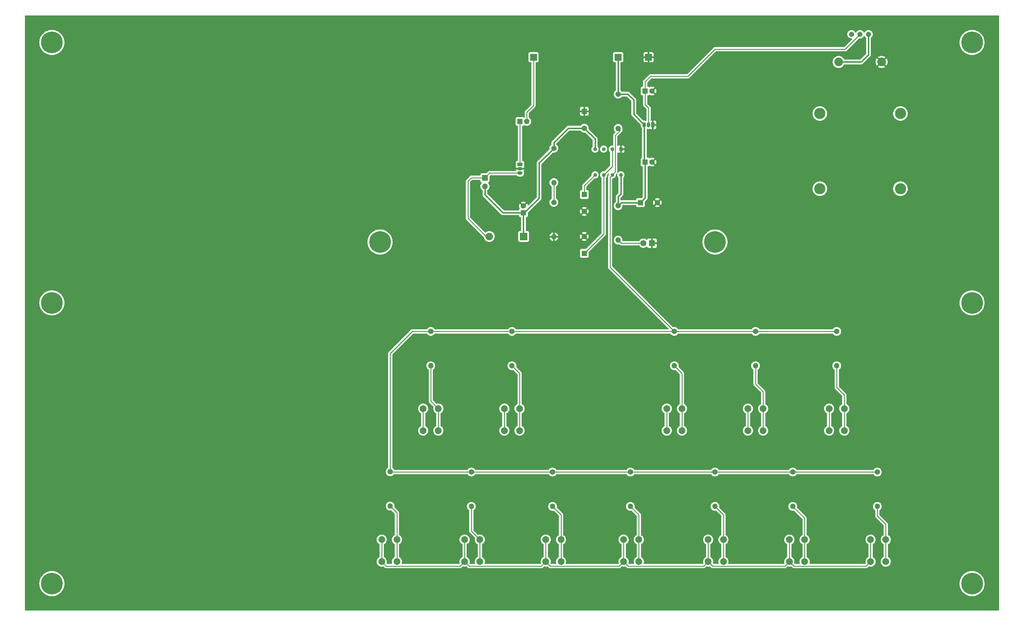
<source format=gbr>
%TF.GenerationSoftware,KiCad,Pcbnew,(7.0.0)*%
%TF.CreationDate,2023-06-26T15:27:42+02:00*%
%TF.ProjectId,Prj_3_Piano,50726a5f-335f-4506-9961-6e6f2e6b6963,v1.0*%
%TF.SameCoordinates,Original*%
%TF.FileFunction,Copper,L1,Top*%
%TF.FilePolarity,Positive*%
%FSLAX46Y46*%
G04 Gerber Fmt 4.6, Leading zero omitted, Abs format (unit mm)*
G04 Created by KiCad (PCBNEW (7.0.0)) date 2023-06-26 15:27:42*
%MOMM*%
%LPD*%
G01*
G04 APERTURE LIST*
%TA.AperFunction,ComponentPad*%
%ADD10C,6.400000*%
%TD*%
%TA.AperFunction,ComponentPad*%
%ADD11C,1.600000*%
%TD*%
%TA.AperFunction,ComponentPad*%
%ADD12O,1.600000X1.600000*%
%TD*%
%TA.AperFunction,ComponentPad*%
%ADD13C,2.000000*%
%TD*%
%TA.AperFunction,ComponentPad*%
%ADD14R,1.600000X1.600000*%
%TD*%
%TA.AperFunction,ComponentPad*%
%ADD15R,1.500000X1.050000*%
%TD*%
%TA.AperFunction,ComponentPad*%
%ADD16O,1.500000X1.050000*%
%TD*%
%TA.AperFunction,ComponentPad*%
%ADD17R,2.200000X2.200000*%
%TD*%
%TA.AperFunction,ComponentPad*%
%ADD18O,2.200000X2.200000*%
%TD*%
%TA.AperFunction,SMDPad,CuDef*%
%ADD19R,2.000000X2.000000*%
%TD*%
%TA.AperFunction,ComponentPad*%
%ADD20R,1.130000X1.130000*%
%TD*%
%TA.AperFunction,ComponentPad*%
%ADD21C,1.130000*%
%TD*%
%TA.AperFunction,ComponentPad*%
%ADD22R,1.050000X1.500000*%
%TD*%
%TA.AperFunction,ComponentPad*%
%ADD23O,1.050000X1.500000*%
%TD*%
%TA.AperFunction,ComponentPad*%
%ADD24R,1.800000X1.800000*%
%TD*%
%TA.AperFunction,ComponentPad*%
%ADD25C,1.800000*%
%TD*%
%TA.AperFunction,ComponentPad*%
%ADD26C,2.565400*%
%TD*%
%TA.AperFunction,ComponentPad*%
%ADD27C,3.302000*%
%TD*%
%TA.AperFunction,ComponentPad*%
%ADD28C,1.500000*%
%TD*%
%TA.AperFunction,ComponentPad*%
%ADD29R,1.700000X1.700000*%
%TD*%
%TA.AperFunction,ComponentPad*%
%ADD30O,1.700000X1.700000*%
%TD*%
%TA.AperFunction,Conductor*%
%ADD31C,0.400000*%
%TD*%
%TA.AperFunction,Conductor*%
%ADD32C,0.250000*%
%TD*%
G04 APERTURE END LIST*
D10*
%TO.P,REF\u002A\u002A,1*%
%TO.N,N/C*%
X412000000Y-249000000D03*
%TD*%
%TO.P,REF\u002A\u002A,1*%
%TO.N,N/C*%
X336000000Y-231000000D03*
%TD*%
%TO.P,REF\u002A\u002A,1*%
%TO.N,N/C*%
X237000000Y-231000000D03*
%TD*%
%TO.P,REF\u002A\u002A,1*%
%TO.N,N/C*%
X140000000Y-249000000D03*
%TD*%
D11*
%TO.P,R13,1*%
%TO.N,Net-(IC1-DISCH)*%
X348000000Y-257420000D03*
D12*
%TO.P,R13,2*%
%TO.N,Net-(R13-Pad2)*%
X347999999Y-267579999D03*
%TD*%
D11*
%TO.P,R1,1*%
%TO.N,/VCC_5V*%
X288379200Y-203274100D03*
D12*
%TO.P,R1,2*%
%TO.N,Net-(Q1-B)*%
X288379199Y-213434099D03*
%TD*%
D10*
%TO.P,REF\u002A\u002A,1*%
%TO.N,N/C*%
X412000000Y-332000000D03*
%TD*%
D11*
%TO.P,R8,1*%
%TO.N,/VCC_5V*%
X307379200Y-220274100D03*
D12*
%TO.P,R8,2*%
%TO.N,Net-(D2-A)*%
X307379199Y-230434099D03*
%TD*%
D13*
%TO.P,SW5,1,1*%
%TO.N,Net-(IC1-THRES)*%
X273750000Y-286750000D03*
X273750000Y-280250000D03*
%TO.P,SW5,2,2*%
%TO.N,Net-(R7-Pad2)*%
X278250000Y-286750000D03*
X278250000Y-280250000D03*
%TD*%
D11*
%TO.P,R10,1*%
%TO.N,Net-(IC1-DISCH)*%
X311000000Y-299000000D03*
D12*
%TO.P,R10,2*%
%TO.N,Net-(R10-Pad2)*%
X310999999Y-309159999D03*
%TD*%
D14*
%TO.P,C7,1*%
%TO.N,Net-(IC1-THRES)*%
X297379199Y-234354099D03*
D11*
%TO.P,C7,2*%
%TO.N,GND*%
X297379200Y-229354100D03*
%TD*%
D15*
%TO.P,Q1,1,B*%
%TO.N,Net-(Q1-B)*%
X278379199Y-208084099D03*
D16*
%TO.P,Q1,2,E*%
%TO.N,GND*%
X278379199Y-209354099D03*
%TO.P,Q1,3,C*%
%TO.N,Net-(D1-A)*%
X278379199Y-210624099D03*
%TD*%
D13*
%TO.P,SW2,1,1*%
%TO.N,Net-(IC1-THRES)*%
X237500000Y-325500000D03*
X237500000Y-319000000D03*
%TO.P,SW2,2,2*%
%TO.N,Net-(R4-Pad2)*%
X242000000Y-325500000D03*
X242000000Y-319000000D03*
%TD*%
D14*
%TO.P,C5,1*%
%TO.N,GND*%
X297379199Y-192354099D03*
D11*
%TO.P,C5,2*%
%TO.N,/VCC_5V*%
X297379200Y-197354100D03*
%TD*%
D14*
%TO.P,C8,1*%
%TO.N,/VCC_5V*%
X313976548Y-219354099D03*
D11*
%TO.P,C8,2*%
%TO.N,GND*%
X318976549Y-219354100D03*
%TD*%
%TO.P,R2,1*%
%TO.N,Net-(Q1-B)*%
X288379200Y-219274100D03*
D12*
%TO.P,R2,2*%
%TO.N,GND*%
X288379199Y-229434099D03*
%TD*%
D13*
%TO.P,SW6,1,1*%
%TO.N,Net-(IC1-THRES)*%
X286000000Y-325500000D03*
X286000000Y-319000000D03*
%TO.P,SW6,2,2*%
%TO.N,Net-(R9-Pad2)*%
X290500000Y-325500000D03*
X290500000Y-319000000D03*
%TD*%
D17*
%TO.P,D1,1,K*%
%TO.N,/VCC_5V*%
X279459199Y-229354099D03*
D18*
%TO.P,D1,2,A*%
%TO.N,Net-(D1-A)*%
X269299199Y-229354099D03*
%TD*%
D14*
%TO.P,C4,1*%
%TO.N,Net-(IC1-CONT)*%
X297379199Y-216951448D03*
D11*
%TO.P,C4,2*%
%TO.N,GND*%
X297379200Y-221951449D03*
%TD*%
D10*
%TO.P,REF\u002A\u002A,1*%
%TO.N,N/C*%
X140000000Y-332000000D03*
%TD*%
D19*
%TO.P,TP2,1,1*%
%TO.N,GND*%
X316379199Y-176354099D03*
%TD*%
D20*
%TO.P,IC1,1,GND*%
%TO.N,GND*%
X308189199Y-203544099D03*
D21*
%TO.P,IC1,2,TRIG*%
%TO.N,Net-(IC1-THRES)*%
X305649200Y-203544100D03*
%TO.P,IC1,3,OUT*%
%TO.N,/Timer_Sign_Out*%
X303109200Y-203544100D03*
%TO.P,IC1,4,RESET*%
%TO.N,/VCC_5V*%
X300569200Y-203544100D03*
%TO.P,IC1,5,CONT*%
%TO.N,Net-(IC1-CONT)*%
X300569200Y-211164100D03*
%TO.P,IC1,6,THRES*%
%TO.N,Net-(IC1-THRES)*%
X303109200Y-211164100D03*
%TO.P,IC1,7,DISCH*%
%TO.N,Net-(IC1-DISCH)*%
X305649200Y-211164100D03*
%TO.P,IC1,8,VDD*%
%TO.N,/VCC_5V*%
X308189200Y-211164100D03*
%TD*%
D11*
%TO.P,R9,1*%
%TO.N,Net-(IC1-DISCH)*%
X288000000Y-299000000D03*
D12*
%TO.P,R9,2*%
%TO.N,Net-(R9-Pad2)*%
X287999999Y-309159999D03*
%TD*%
D14*
%TO.P,C6,1*%
%TO.N,/VCC_5V*%
X315379199Y-207354099D03*
D11*
%TO.P,C6,2*%
%TO.N,GND*%
X317379200Y-207354100D03*
%TD*%
D19*
%TO.P,TP3,1,1*%
%TO.N,/VCC_5V*%
X307379199Y-176354099D03*
%TD*%
D22*
%TO.P,U1,1,GND*%
%TO.N,GND*%
X317649199Y-196354099D03*
D23*
%TO.P,U1,2,VI*%
%TO.N,Net-(U1-VI)*%
X316379199Y-196354099D03*
%TO.P,U1,3,VO*%
%TO.N,/VCC_5V*%
X315109199Y-196354099D03*
%TD*%
D13*
%TO.P,SW8,1,1*%
%TO.N,Net-(IC1-THRES)*%
X321750000Y-286750000D03*
X321750000Y-280250000D03*
%TO.P,SW8,2,2*%
%TO.N,Net-(R11-Pad2)*%
X326250000Y-286750000D03*
X326250000Y-280250000D03*
%TD*%
%TO.P,SW3,1,1*%
%TO.N,Net-(IC1-THRES)*%
X249750000Y-286750000D03*
X249750000Y-280250000D03*
%TO.P,SW3,2,2*%
%TO.N,Net-(R5-Pad2)*%
X254250000Y-286750000D03*
X254250000Y-280250000D03*
%TD*%
D11*
%TO.P,R5,1*%
%TO.N,Net-(IC1-DISCH)*%
X252000000Y-257420000D03*
D12*
%TO.P,R5,2*%
%TO.N,Net-(R5-Pad2)*%
X251999999Y-267579999D03*
%TD*%
D10*
%TO.P,REF\u002A\u002A,1*%
%TO.N,N/C*%
X140000000Y-172000000D03*
%TD*%
D11*
%TO.P,R6,1*%
%TO.N,Net-(IC1-DISCH)*%
X264000000Y-299000000D03*
D12*
%TO.P,R6,2*%
%TO.N,Net-(R6-Pad2)*%
X263999999Y-309159999D03*
%TD*%
D11*
%TO.P,R12,1*%
%TO.N,Net-(IC1-DISCH)*%
X336000000Y-299000000D03*
D12*
%TO.P,R12,2*%
%TO.N,Net-(R12-Pad2)*%
X335999999Y-309159999D03*
%TD*%
D24*
%TO.P,D2,1,K*%
%TO.N,GND*%
X317379199Y-231354099D03*
D25*
%TO.P,D2,2,A*%
%TO.N,Net-(D2-A)*%
X314839200Y-231354100D03*
%TD*%
D11*
%TO.P,R15,1*%
%TO.N,Net-(IC1-DISCH)*%
X372000000Y-257420000D03*
D12*
%TO.P,R15,2*%
%TO.N,Net-(R15-Pad2)*%
X371999999Y-267579999D03*
%TD*%
D10*
%TO.P,REF\u002A\u002A,1*%
%TO.N,N/C*%
X412000000Y-172000000D03*
%TD*%
D26*
%TO.P,BT1,1,+*%
%TO.N,/V_Batt*%
X372562600Y-177760000D03*
%TO.P,BT1,2,-*%
%TO.N,GND*%
X385262600Y-177760000D03*
D27*
%TO.P,BT1,3*%
%TO.N,N/C*%
X367000000Y-193000000D03*
%TO.P,BT1,4*%
X390825200Y-193000000D03*
%TO.P,BT1,5*%
X367000000Y-215225000D03*
%TO.P,BT1,6*%
X390825200Y-215225000D03*
%TD*%
D13*
%TO.P,SW4,1,1*%
%TO.N,Net-(IC1-THRES)*%
X262000000Y-325500000D03*
X262000000Y-319000000D03*
%TO.P,SW4,2,2*%
%TO.N,Net-(R6-Pad2)*%
X266500000Y-325500000D03*
X266500000Y-319000000D03*
%TD*%
%TO.P,SW10,1,1*%
%TO.N,Net-(IC1-THRES)*%
X345750000Y-286750000D03*
X345750000Y-280250000D03*
%TO.P,SW10,2,2*%
%TO.N,Net-(R13-Pad2)*%
X350250000Y-286750000D03*
X350250000Y-280250000D03*
%TD*%
%TO.P,SW11,1,1*%
%TO.N,Net-(IC1-THRES)*%
X358000000Y-325500000D03*
X358000000Y-319000000D03*
%TO.P,SW11,2,2*%
%TO.N,Net-(R14-Pad2)*%
X362500000Y-325500000D03*
X362500000Y-319000000D03*
%TD*%
%TO.P,SW7,1,1*%
%TO.N,Net-(IC1-THRES)*%
X309000000Y-325500000D03*
X309000000Y-319000000D03*
%TO.P,SW7,2,2*%
%TO.N,Net-(R10-Pad2)*%
X313500000Y-325500000D03*
X313500000Y-319000000D03*
%TD*%
%TO.P,SW13,1,1*%
%TO.N,Net-(IC1-THRES)*%
X382000000Y-325500000D03*
X382000000Y-319000000D03*
%TO.P,SW13,2,2*%
%TO.N,Net-(R16-Pad2)*%
X386500000Y-325500000D03*
X386500000Y-319000000D03*
%TD*%
D14*
%TO.P,C1,1*%
%TO.N,/VCC_5V*%
X279379199Y-222354099D03*
D11*
%TO.P,C1,2*%
%TO.N,GND*%
X279379200Y-220354100D03*
%TD*%
%TO.P,R7,1*%
%TO.N,Net-(IC1-DISCH)*%
X276000000Y-257420000D03*
D12*
%TO.P,R7,2*%
%TO.N,Net-(R7-Pad2)*%
X275999999Y-267579999D03*
%TD*%
D14*
%TO.P,C3,1*%
%TO.N,Net-(U1-VI)*%
X315379199Y-186354099D03*
D11*
%TO.P,C3,2*%
%TO.N,GND*%
X317379200Y-186354100D03*
%TD*%
%TO.P,R16,1*%
%TO.N,Net-(IC1-DISCH)*%
X384000000Y-299000000D03*
D12*
%TO.P,R16,2*%
%TO.N,Net-(R16-Pad2)*%
X383999999Y-309159999D03*
%TD*%
D14*
%TO.P,C2,1*%
%TO.N,Net-(Q1-B)*%
X278379199Y-195354099D03*
D11*
%TO.P,C2,2*%
%TO.N,/Timer_Sign_Out*%
X280379200Y-195354100D03*
%TD*%
%TO.P,R14,1*%
%TO.N,Net-(IC1-DISCH)*%
X359000000Y-299000000D03*
D12*
%TO.P,R14,2*%
%TO.N,Net-(R14-Pad2)*%
X358999999Y-309159999D03*
%TD*%
D19*
%TO.P,TP1,1,1*%
%TO.N,/Timer_Sign_Out*%
X282379199Y-176354099D03*
%TD*%
D13*
%TO.P,SW12,1,1*%
%TO.N,Net-(IC1-THRES)*%
X369750000Y-286750000D03*
X369750000Y-280250000D03*
%TO.P,SW12,2,2*%
%TO.N,Net-(R15-Pad2)*%
X374250000Y-286750000D03*
X374250000Y-280250000D03*
%TD*%
D11*
%TO.P,R11,1*%
%TO.N,Net-(IC1-DISCH)*%
X324000000Y-257420000D03*
D12*
%TO.P,R11,2*%
%TO.N,Net-(R11-Pad2)*%
X323999999Y-267579999D03*
%TD*%
D28*
%TO.P,SW1,1,1*%
%TO.N,/V_Batt*%
X381379200Y-169579100D03*
%TO.P,SW1,2,2*%
%TO.N,Net-(U1-VI)*%
X378879200Y-169579100D03*
%TO.P,SW1,3,3*%
%TO.N,unconnected-(SW1-Pad3)*%
X376379200Y-169579100D03*
%TD*%
D11*
%TO.P,R3,1*%
%TO.N,/VCC_5V*%
X307379200Y-187274100D03*
D12*
%TO.P,R3,2*%
%TO.N,Net-(IC1-DISCH)*%
X307379199Y-197434099D03*
%TD*%
D13*
%TO.P,SW9,1,1*%
%TO.N,Net-(IC1-THRES)*%
X334000000Y-325500000D03*
X334000000Y-319000000D03*
%TO.P,SW9,2,2*%
%TO.N,Net-(R12-Pad2)*%
X338500000Y-325500000D03*
X338500000Y-319000000D03*
%TD*%
D11*
%TO.P,R4,1*%
%TO.N,Net-(IC1-DISCH)*%
X240000000Y-298920000D03*
D12*
%TO.P,R4,2*%
%TO.N,Net-(R4-Pad2)*%
X239999999Y-309079999D03*
%TD*%
D29*
%TO.P,J1,1,Pin_1*%
%TO.N,Net-(D1-A)*%
X267999999Y-211999999D03*
D30*
%TO.P,J1,2,Pin_2*%
%TO.N,/VCC_5V*%
X267999999Y-214539999D03*
%TD*%
D31*
%TO.N,/VCC_5V*%
X279379200Y-222354100D02*
X279379200Y-229274100D01*
X308299200Y-219354100D02*
X307379200Y-220274100D01*
X315109200Y-207084100D02*
X315379200Y-207354100D01*
X279645900Y-222354100D02*
X279379200Y-222354100D01*
X288379200Y-203274100D02*
X288379200Y-201620800D01*
X284000000Y-218000000D02*
X279645900Y-222354100D01*
X273354100Y-222354100D02*
X279379200Y-222354100D01*
X288379200Y-203274100D02*
X284000000Y-207653300D01*
X268000000Y-214540000D02*
X268000000Y-217000000D01*
X307379200Y-187274100D02*
X310274100Y-187274100D01*
X307379200Y-176354100D02*
X307379200Y-187274100D01*
X312000000Y-189000000D02*
X312000000Y-193244900D01*
X300569200Y-200544100D02*
X297379200Y-197354100D01*
X312000000Y-193244900D02*
X315109200Y-196354100D01*
X279379200Y-229274100D02*
X279459200Y-229354100D01*
X315109200Y-196354100D02*
X315109200Y-207084100D01*
X268000000Y-217000000D02*
X273354100Y-222354100D01*
X307379200Y-220274100D02*
X307379200Y-217620800D01*
X313976549Y-219354100D02*
X308299200Y-219354100D01*
X284000000Y-207653300D02*
X284000000Y-218000000D01*
X315379200Y-207354100D02*
X315379200Y-217951449D01*
X292645900Y-197354100D02*
X297379200Y-197354100D01*
X307379200Y-217620800D02*
X308189200Y-216810800D01*
X308189200Y-216810800D02*
X308189200Y-211164100D01*
X315379200Y-217951449D02*
X313976549Y-219354100D01*
X310274100Y-187274100D02*
X312000000Y-189000000D01*
X288379200Y-201620800D02*
X292645900Y-197354100D01*
X300569200Y-203544100D02*
X300569200Y-200544100D01*
D32*
%TO.N,Net-(Q1-B)*%
X288379200Y-213434100D02*
X288379200Y-219274100D01*
X278379200Y-195354100D02*
X278379200Y-208084100D01*
%TO.N,/Timer_Sign_Out*%
X282379200Y-176354100D02*
X282379200Y-190620800D01*
X280379200Y-192620800D02*
X280379200Y-195354100D01*
X282379200Y-190620800D02*
X280379200Y-192620800D01*
%TO.N,Net-(IC1-CONT)*%
X297379200Y-214354100D02*
X297379200Y-216951449D01*
X300569200Y-211164100D02*
X297379200Y-214354100D01*
%TO.N,Net-(D1-A)*%
X269299200Y-229354100D02*
X268354100Y-229354100D01*
X263000000Y-213000000D02*
X264000000Y-212000000D01*
X263000000Y-224000000D02*
X263000000Y-213000000D01*
X269375900Y-210624100D02*
X268000000Y-212000000D01*
X278379200Y-210624100D02*
X269375900Y-210624100D01*
X264000000Y-212000000D02*
X268000000Y-212000000D01*
X268354100Y-229354100D02*
X263000000Y-224000000D01*
%TO.N,Net-(D2-A)*%
X308299200Y-231354100D02*
X307379200Y-230434100D01*
X314839200Y-231354100D02*
X308299200Y-231354100D01*
%TO.N,Net-(IC1-DISCH)*%
X307434100Y-197434100D02*
X308000000Y-198000000D01*
X336000000Y-299000000D02*
X311000000Y-299000000D01*
X306539200Y-199460800D02*
X306539200Y-210274100D01*
X308000000Y-198000000D02*
X306539200Y-199460800D01*
X305000000Y-211813300D02*
X305649200Y-211164100D01*
X288000000Y-299000000D02*
X264000000Y-299000000D01*
X359000000Y-299000000D02*
X336000000Y-299000000D01*
X324000000Y-257420000D02*
X348000000Y-257420000D01*
X240000000Y-298920000D02*
X240000000Y-264000000D01*
X240000000Y-264000000D02*
X246580000Y-257420000D01*
X305000000Y-238420000D02*
X305000000Y-211813300D01*
X311000000Y-299000000D02*
X288000000Y-299000000D01*
X307379200Y-197434100D02*
X307434100Y-197434100D01*
X246580000Y-257420000D02*
X252000000Y-257420000D01*
X348000000Y-257420000D02*
X372000000Y-257420000D01*
X240080000Y-299000000D02*
X240000000Y-298920000D01*
X276000000Y-257420000D02*
X324000000Y-257420000D01*
X264000000Y-299000000D02*
X240080000Y-299000000D01*
X306539200Y-210274100D02*
X305649200Y-211164100D01*
X384000000Y-299000000D02*
X359000000Y-299000000D01*
X252000000Y-257420000D02*
X276000000Y-257420000D01*
X324000000Y-257420000D02*
X305000000Y-238420000D01*
%TO.N,Net-(R4-Pad2)*%
X242000000Y-311080000D02*
X240000000Y-309080000D01*
X242000000Y-319000000D02*
X242000000Y-311080000D01*
X242000000Y-325500000D02*
X242000000Y-319000000D01*
%TO.N,Net-(R5-Pad2)*%
X252000000Y-278000000D02*
X252000000Y-267580000D01*
X254250000Y-286750000D02*
X254250000Y-280250000D01*
X254250000Y-280250000D02*
X252000000Y-278000000D01*
%TO.N,Net-(R6-Pad2)*%
X266500000Y-325500000D02*
X266500000Y-319000000D01*
X264000000Y-316500000D02*
X264000000Y-309160000D01*
X266500000Y-319000000D02*
X264000000Y-316500000D01*
%TO.N,Net-(R7-Pad2)*%
X278250000Y-269830000D02*
X276000000Y-267580000D01*
X278250000Y-280250000D02*
X278250000Y-269830000D01*
X278250000Y-286750000D02*
X278250000Y-280250000D01*
%TO.N,Net-(R9-Pad2)*%
X290500000Y-311660000D02*
X288000000Y-309160000D01*
X290500000Y-319000000D02*
X290500000Y-311660000D01*
X290500000Y-325500000D02*
X290500000Y-319000000D01*
%TO.N,Net-(R10-Pad2)*%
X313500000Y-319000000D02*
X313500000Y-311660000D01*
X313500000Y-325500000D02*
X313500000Y-319000000D01*
X313500000Y-311660000D02*
X311000000Y-309160000D01*
%TO.N,Net-(R11-Pad2)*%
X326250000Y-286750000D02*
X326250000Y-280250000D01*
X326250000Y-280250000D02*
X326250000Y-269830000D01*
X326250000Y-269830000D02*
X324000000Y-267580000D01*
%TO.N,Net-(R12-Pad2)*%
X338500000Y-311660000D02*
X336000000Y-309160000D01*
X338500000Y-325500000D02*
X338500000Y-319000000D01*
X338500000Y-319000000D02*
X338500000Y-311660000D01*
%TO.N,Net-(R13-Pad2)*%
X348000000Y-267580000D02*
X348000000Y-273000000D01*
X350250000Y-275250000D02*
X350250000Y-280250000D01*
X348000000Y-273000000D02*
X350250000Y-275250000D01*
X350250000Y-280250000D02*
X350250000Y-286750000D01*
%TO.N,Net-(R14-Pad2)*%
X362500000Y-319000000D02*
X362500000Y-312660000D01*
X362500000Y-312660000D02*
X359000000Y-309160000D01*
X362500000Y-325500000D02*
X362500000Y-319000000D01*
%TO.N,Net-(R15-Pad2)*%
X374250000Y-280250000D02*
X374250000Y-286750000D01*
X374250000Y-276250000D02*
X372000000Y-274000000D01*
X374250000Y-280250000D02*
X374250000Y-276250000D01*
X372000000Y-274000000D02*
X372000000Y-267580000D01*
%TO.N,Net-(R16-Pad2)*%
X386500000Y-319000000D02*
X386500000Y-325500000D01*
X386500000Y-314500000D02*
X384000000Y-312000000D01*
X386500000Y-319000000D02*
X386500000Y-314500000D01*
X384000000Y-312000000D02*
X384000000Y-309160000D01*
%TO.N,Net-(IC1-THRES)*%
X335325000Y-326825000D02*
X356675000Y-326825000D01*
X286000000Y-319000000D02*
X286000000Y-325500000D01*
X303109200Y-228624100D02*
X297379200Y-234354100D01*
X369750000Y-280250000D02*
X369750000Y-286750000D01*
X309000000Y-319000000D02*
X309000000Y-325500000D01*
X334000000Y-325500000D02*
X335325000Y-326825000D01*
X307675000Y-326825000D02*
X309000000Y-325500000D01*
X287325000Y-326825000D02*
X307675000Y-326825000D01*
X332675000Y-326825000D02*
X334000000Y-325500000D01*
X273750000Y-280250000D02*
X273750000Y-286750000D01*
X380675000Y-326825000D02*
X382000000Y-325500000D01*
X262000000Y-325500000D02*
X263325000Y-326825000D01*
X237500000Y-319000000D02*
X237500000Y-325500000D01*
X321750000Y-280250000D02*
X321750000Y-286750000D01*
X358000000Y-325500000D02*
X359325000Y-326825000D01*
X359325000Y-326825000D02*
X380675000Y-326825000D01*
X356675000Y-326825000D02*
X358000000Y-325500000D01*
X284675000Y-326825000D02*
X286000000Y-325500000D01*
X249750000Y-280250000D02*
X249750000Y-286750000D01*
X358000000Y-319000000D02*
X358000000Y-325500000D01*
X303109200Y-211164100D02*
X305649200Y-208624100D01*
X263325000Y-326825000D02*
X284675000Y-326825000D01*
X260675000Y-326825000D02*
X262000000Y-325500000D01*
X309000000Y-325500000D02*
X310325000Y-326825000D01*
X345750000Y-280250000D02*
X345750000Y-286750000D01*
X310325000Y-326825000D02*
X332675000Y-326825000D01*
X262000000Y-319000000D02*
X262000000Y-325500000D01*
X237500000Y-325500000D02*
X238825000Y-326825000D01*
X305649200Y-208624100D02*
X305649200Y-203544100D01*
X238825000Y-326825000D02*
X260675000Y-326825000D01*
X382000000Y-319000000D02*
X382000000Y-325500000D01*
X286000000Y-325500000D02*
X287325000Y-326825000D01*
X334000000Y-319000000D02*
X334000000Y-325500000D01*
X303109200Y-211164100D02*
X303109200Y-228624100D01*
D31*
%TO.N,/V_Batt*%
X381379200Y-175620800D02*
X379240000Y-177760000D01*
X379240000Y-177760000D02*
X372562600Y-177760000D01*
X381379200Y-169579100D02*
X381379200Y-175620800D01*
D32*
%TO.N,Net-(U1-VI)*%
X317000000Y-182000000D02*
X315379200Y-183620800D01*
X315379200Y-190379200D02*
X315379200Y-186354100D01*
X315379200Y-183620800D02*
X315379200Y-186354100D01*
X316379200Y-191379200D02*
X315379200Y-190379200D01*
X378879200Y-169579100D02*
X374458300Y-174000000D01*
X374458300Y-174000000D02*
X336000000Y-174000000D01*
X316379200Y-196354100D02*
X316379200Y-191379200D01*
X336000000Y-174000000D02*
X328000000Y-182000000D01*
X328000000Y-182000000D02*
X317000000Y-182000000D01*
%TD*%
%TA.AperFunction,Conductor*%
%TO.N,GND*%
G36*
X419937500Y-164017113D02*
G01*
X419982887Y-164062500D01*
X419999500Y-164124500D01*
X419999500Y-339875500D01*
X419982887Y-339937500D01*
X419937500Y-339982887D01*
X419875500Y-339999500D01*
X132124500Y-339999500D01*
X132062500Y-339982887D01*
X132017113Y-339937500D01*
X132000500Y-339875500D01*
X132000500Y-332000000D01*
X136294422Y-332000000D01*
X136314722Y-332387338D01*
X136315227Y-332390531D01*
X136315229Y-332390543D01*
X136374889Y-332767224D01*
X136374891Y-332767237D01*
X136375398Y-332770433D01*
X136475786Y-333145087D01*
X136614786Y-333507194D01*
X136616255Y-333510077D01*
X136616259Y-333510086D01*
X136789400Y-333849895D01*
X136790875Y-333852789D01*
X137002124Y-334178084D01*
X137246219Y-334479516D01*
X137520484Y-334753781D01*
X137821916Y-334997876D01*
X138147211Y-335209125D01*
X138492806Y-335385214D01*
X138854913Y-335524214D01*
X139229567Y-335624602D01*
X139612662Y-335685278D01*
X140000000Y-335705578D01*
X140387338Y-335685278D01*
X140770433Y-335624602D01*
X141145087Y-335524214D01*
X141507194Y-335385214D01*
X141852789Y-335209125D01*
X142178084Y-334997876D01*
X142479516Y-334753781D01*
X142753781Y-334479516D01*
X142997876Y-334178084D01*
X143209125Y-333852789D01*
X143385214Y-333507194D01*
X143524214Y-333145087D01*
X143624602Y-332770433D01*
X143685278Y-332387338D01*
X143705578Y-332000000D01*
X408294422Y-332000000D01*
X408314722Y-332387338D01*
X408315227Y-332390531D01*
X408315229Y-332390543D01*
X408374889Y-332767224D01*
X408374891Y-332767237D01*
X408375398Y-332770433D01*
X408475786Y-333145087D01*
X408614786Y-333507194D01*
X408616255Y-333510077D01*
X408616259Y-333510086D01*
X408789400Y-333849895D01*
X408790875Y-333852789D01*
X409002124Y-334178084D01*
X409246219Y-334479516D01*
X409520484Y-334753781D01*
X409821916Y-334997876D01*
X410147211Y-335209125D01*
X410492806Y-335385214D01*
X410854913Y-335524214D01*
X411229567Y-335624602D01*
X411612662Y-335685278D01*
X412000000Y-335705578D01*
X412387338Y-335685278D01*
X412770433Y-335624602D01*
X413145087Y-335524214D01*
X413507194Y-335385214D01*
X413852789Y-335209125D01*
X414178084Y-334997876D01*
X414479516Y-334753781D01*
X414753781Y-334479516D01*
X414997876Y-334178084D01*
X415209125Y-333852789D01*
X415385214Y-333507194D01*
X415524214Y-333145087D01*
X415624602Y-332770433D01*
X415685278Y-332387338D01*
X415705578Y-332000000D01*
X415685278Y-331612662D01*
X415624602Y-331229567D01*
X415524214Y-330854913D01*
X415385214Y-330492806D01*
X415209125Y-330147211D01*
X414997876Y-329821916D01*
X414753781Y-329520484D01*
X414479516Y-329246219D01*
X414178084Y-329002124D01*
X413852789Y-328790875D01*
X413849901Y-328789403D01*
X413849895Y-328789400D01*
X413510086Y-328616259D01*
X413510077Y-328616255D01*
X413507194Y-328614786D01*
X413504162Y-328613622D01*
X413148110Y-328476946D01*
X413148102Y-328476943D01*
X413145087Y-328475786D01*
X413141962Y-328474948D01*
X413141957Y-328474947D01*
X412773566Y-328376237D01*
X412773557Y-328376235D01*
X412770433Y-328375398D01*
X412767237Y-328374891D01*
X412767224Y-328374889D01*
X412390543Y-328315229D01*
X412390531Y-328315227D01*
X412387338Y-328314722D01*
X412384103Y-328314552D01*
X412384099Y-328314552D01*
X412003244Y-328294592D01*
X412000000Y-328294422D01*
X411996756Y-328294592D01*
X411615900Y-328314552D01*
X411615894Y-328314552D01*
X411612662Y-328314722D01*
X411609470Y-328315227D01*
X411609456Y-328315229D01*
X411232775Y-328374889D01*
X411232758Y-328374892D01*
X411229567Y-328375398D01*
X411226446Y-328376234D01*
X411226433Y-328376237D01*
X410858042Y-328474947D01*
X410858031Y-328474950D01*
X410854913Y-328475786D01*
X410851902Y-328476941D01*
X410851889Y-328476946D01*
X410495837Y-328613622D01*
X410495828Y-328613625D01*
X410492806Y-328614786D01*
X410489929Y-328616251D01*
X410489913Y-328616259D01*
X410150104Y-328789400D01*
X410150090Y-328789408D01*
X410147211Y-328790875D01*
X410144491Y-328792641D01*
X410144483Y-328792646D01*
X409824644Y-329000352D01*
X409824638Y-329000355D01*
X409821916Y-329002124D01*
X409819396Y-329004164D01*
X409819390Y-329004169D01*
X409523002Y-329244179D01*
X409522991Y-329244188D01*
X409520484Y-329246219D01*
X409518199Y-329248503D01*
X409518189Y-329248513D01*
X409248513Y-329518189D01*
X409248503Y-329518199D01*
X409246219Y-329520484D01*
X409244188Y-329522991D01*
X409244179Y-329523002D01*
X409004169Y-329819390D01*
X409004164Y-329819396D01*
X409002124Y-329821916D01*
X409000355Y-329824638D01*
X409000352Y-329824644D01*
X408792646Y-330144483D01*
X408792641Y-330144491D01*
X408790875Y-330147211D01*
X408789408Y-330150090D01*
X408789400Y-330150104D01*
X408616259Y-330489913D01*
X408616251Y-330489929D01*
X408614786Y-330492806D01*
X408613625Y-330495828D01*
X408613622Y-330495837D01*
X408476946Y-330851889D01*
X408476941Y-330851902D01*
X408475786Y-330854913D01*
X408474950Y-330858031D01*
X408474947Y-330858042D01*
X408376237Y-331226433D01*
X408376234Y-331226446D01*
X408375398Y-331229567D01*
X408374892Y-331232758D01*
X408374889Y-331232775D01*
X408315229Y-331609456D01*
X408315227Y-331609470D01*
X408314722Y-331612662D01*
X408294422Y-332000000D01*
X143705578Y-332000000D01*
X143685278Y-331612662D01*
X143624602Y-331229567D01*
X143524214Y-330854913D01*
X143385214Y-330492806D01*
X143209125Y-330147211D01*
X142997876Y-329821916D01*
X142753781Y-329520484D01*
X142479516Y-329246219D01*
X142178084Y-329002124D01*
X141852789Y-328790875D01*
X141849901Y-328789403D01*
X141849895Y-328789400D01*
X141510086Y-328616259D01*
X141510077Y-328616255D01*
X141507194Y-328614786D01*
X141504162Y-328613622D01*
X141148110Y-328476946D01*
X141148102Y-328476943D01*
X141145087Y-328475786D01*
X141141962Y-328474948D01*
X141141957Y-328474947D01*
X140773566Y-328376237D01*
X140773557Y-328376235D01*
X140770433Y-328375398D01*
X140767237Y-328374891D01*
X140767224Y-328374889D01*
X140390543Y-328315229D01*
X140390531Y-328315227D01*
X140387338Y-328314722D01*
X140384103Y-328314552D01*
X140384099Y-328314552D01*
X140003244Y-328294592D01*
X140000000Y-328294422D01*
X139996756Y-328294592D01*
X139615900Y-328314552D01*
X139615894Y-328314552D01*
X139612662Y-328314722D01*
X139609470Y-328315227D01*
X139609456Y-328315229D01*
X139232775Y-328374889D01*
X139232758Y-328374892D01*
X139229567Y-328375398D01*
X139226446Y-328376234D01*
X139226433Y-328376237D01*
X138858042Y-328474947D01*
X138858031Y-328474950D01*
X138854913Y-328475786D01*
X138851902Y-328476941D01*
X138851889Y-328476946D01*
X138495837Y-328613622D01*
X138495828Y-328613625D01*
X138492806Y-328614786D01*
X138489929Y-328616251D01*
X138489913Y-328616259D01*
X138150104Y-328789400D01*
X138150090Y-328789408D01*
X138147211Y-328790875D01*
X138144491Y-328792641D01*
X138144483Y-328792646D01*
X137824644Y-329000352D01*
X137824638Y-329000355D01*
X137821916Y-329002124D01*
X137819396Y-329004164D01*
X137819390Y-329004169D01*
X137523002Y-329244179D01*
X137522991Y-329244188D01*
X137520484Y-329246219D01*
X137518199Y-329248503D01*
X137518189Y-329248513D01*
X137248513Y-329518189D01*
X137248503Y-329518199D01*
X137246219Y-329520484D01*
X137244188Y-329522991D01*
X137244179Y-329523002D01*
X137004169Y-329819390D01*
X137004164Y-329819396D01*
X137002124Y-329821916D01*
X137000355Y-329824638D01*
X137000352Y-329824644D01*
X136792646Y-330144483D01*
X136792641Y-330144491D01*
X136790875Y-330147211D01*
X136789408Y-330150090D01*
X136789400Y-330150104D01*
X136616259Y-330489913D01*
X136616251Y-330489929D01*
X136614786Y-330492806D01*
X136613625Y-330495828D01*
X136613622Y-330495837D01*
X136476946Y-330851889D01*
X136476941Y-330851902D01*
X136475786Y-330854913D01*
X136474950Y-330858031D01*
X136474947Y-330858042D01*
X136376237Y-331226433D01*
X136376234Y-331226446D01*
X136375398Y-331229567D01*
X136374892Y-331232758D01*
X136374889Y-331232775D01*
X136315229Y-331609456D01*
X136315227Y-331609470D01*
X136314722Y-331612662D01*
X136294422Y-332000000D01*
X132000500Y-332000000D01*
X132000500Y-325500000D01*
X235994357Y-325500000D01*
X235994781Y-325505117D01*
X236014467Y-325742701D01*
X236014468Y-325742709D01*
X236014892Y-325747821D01*
X236016149Y-325752788D01*
X236016151Y-325752795D01*
X236068864Y-325960950D01*
X236075937Y-325988881D01*
X236077997Y-325993577D01*
X236173766Y-326211910D01*
X236173769Y-326211916D01*
X236175827Y-326216607D01*
X236178627Y-326220893D01*
X236178631Y-326220900D01*
X236306675Y-326416885D01*
X236311836Y-326424785D01*
X236315310Y-326428559D01*
X236315311Y-326428560D01*
X236476784Y-326603967D01*
X236476787Y-326603970D01*
X236480256Y-326607738D01*
X236676491Y-326760474D01*
X236895190Y-326878828D01*
X237130386Y-326959571D01*
X237375665Y-327000500D01*
X237619201Y-327000500D01*
X237624335Y-327000500D01*
X237869614Y-326959571D01*
X237949286Y-326932218D01*
X238017496Y-326928691D01*
X238077228Y-326961819D01*
X238327707Y-327212298D01*
X238335159Y-327220487D01*
X238339214Y-327226877D01*
X238388223Y-327272900D01*
X238391019Y-327275610D01*
X238410529Y-327295120D01*
X238413709Y-327297587D01*
X238422571Y-327305155D01*
X238435880Y-327317654D01*
X238448732Y-327329723D01*
X238448734Y-327329724D01*
X238454418Y-327335062D01*
X238461251Y-327338818D01*
X238461252Y-327338819D01*
X238471973Y-327344713D01*
X238488234Y-327355394D01*
X238504064Y-327367673D01*
X238544154Y-327385021D01*
X238554631Y-327390154D01*
X238592908Y-327411197D01*
X238609957Y-327415574D01*
X238612305Y-327416177D01*
X238630719Y-327422481D01*
X238649104Y-327430438D01*
X238692265Y-327437273D01*
X238703664Y-327439634D01*
X238745981Y-327450500D01*
X238766017Y-327450500D01*
X238785402Y-327452025D01*
X238805196Y-327455160D01*
X238843276Y-327451560D01*
X238848676Y-327451050D01*
X238860345Y-327450500D01*
X260597225Y-327450500D01*
X260608280Y-327451021D01*
X260615667Y-327452673D01*
X260682872Y-327450561D01*
X260686768Y-327450500D01*
X260710448Y-327450500D01*
X260714350Y-327450500D01*
X260718313Y-327449999D01*
X260729963Y-327449080D01*
X260773627Y-327447709D01*
X260792861Y-327442119D01*
X260811917Y-327438174D01*
X260831792Y-327435664D01*
X260872395Y-327419587D01*
X260883450Y-327415802D01*
X260925390Y-327403618D01*
X260942629Y-327393422D01*
X260960103Y-327384862D01*
X260971474Y-327380360D01*
X260971476Y-327380358D01*
X260978732Y-327377486D01*
X261014069Y-327351811D01*
X261023824Y-327345403D01*
X261061420Y-327323170D01*
X261075584Y-327309005D01*
X261090379Y-327296368D01*
X261106587Y-327284594D01*
X261134428Y-327250938D01*
X261142279Y-327242309D01*
X261422771Y-326961817D01*
X261482501Y-326928691D01*
X261550712Y-326932218D01*
X261630386Y-326959571D01*
X261875665Y-327000500D01*
X262119201Y-327000500D01*
X262124335Y-327000500D01*
X262369614Y-326959571D01*
X262449286Y-326932218D01*
X262517496Y-326928691D01*
X262577228Y-326961819D01*
X262827707Y-327212298D01*
X262835159Y-327220487D01*
X262839214Y-327226877D01*
X262888223Y-327272900D01*
X262891019Y-327275610D01*
X262910529Y-327295120D01*
X262913709Y-327297587D01*
X262922571Y-327305155D01*
X262935880Y-327317654D01*
X262948732Y-327329723D01*
X262948734Y-327329724D01*
X262954418Y-327335062D01*
X262961251Y-327338818D01*
X262961252Y-327338819D01*
X262971973Y-327344713D01*
X262988234Y-327355394D01*
X263004064Y-327367673D01*
X263044154Y-327385021D01*
X263054631Y-327390154D01*
X263092908Y-327411197D01*
X263109957Y-327415574D01*
X263112305Y-327416177D01*
X263130719Y-327422481D01*
X263149104Y-327430438D01*
X263192265Y-327437273D01*
X263203664Y-327439634D01*
X263245981Y-327450500D01*
X263266017Y-327450500D01*
X263285402Y-327452025D01*
X263305196Y-327455160D01*
X263343276Y-327451560D01*
X263348676Y-327451050D01*
X263360345Y-327450500D01*
X284597225Y-327450500D01*
X284608280Y-327451021D01*
X284615667Y-327452673D01*
X284682872Y-327450561D01*
X284686768Y-327450500D01*
X284710448Y-327450500D01*
X284714350Y-327450500D01*
X284718313Y-327449999D01*
X284729963Y-327449080D01*
X284773627Y-327447709D01*
X284792861Y-327442119D01*
X284811917Y-327438174D01*
X284831792Y-327435664D01*
X284872395Y-327419587D01*
X284883450Y-327415802D01*
X284925390Y-327403618D01*
X284942629Y-327393422D01*
X284960103Y-327384862D01*
X284971474Y-327380360D01*
X284971476Y-327380358D01*
X284978732Y-327377486D01*
X285014069Y-327351811D01*
X285023824Y-327345403D01*
X285061420Y-327323170D01*
X285075584Y-327309005D01*
X285090379Y-327296368D01*
X285106587Y-327284594D01*
X285134428Y-327250938D01*
X285142279Y-327242309D01*
X285422771Y-326961817D01*
X285482501Y-326928691D01*
X285550712Y-326932218D01*
X285630386Y-326959571D01*
X285875665Y-327000500D01*
X286119201Y-327000500D01*
X286124335Y-327000500D01*
X286369614Y-326959571D01*
X286449286Y-326932218D01*
X286517496Y-326928691D01*
X286577228Y-326961819D01*
X286827707Y-327212298D01*
X286835159Y-327220487D01*
X286839214Y-327226877D01*
X286888223Y-327272900D01*
X286891019Y-327275610D01*
X286910529Y-327295120D01*
X286913709Y-327297587D01*
X286922571Y-327305155D01*
X286935880Y-327317654D01*
X286948732Y-327329723D01*
X286948734Y-327329724D01*
X286954418Y-327335062D01*
X286961251Y-327338818D01*
X286961252Y-327338819D01*
X286971973Y-327344713D01*
X286988234Y-327355394D01*
X287004064Y-327367673D01*
X287044154Y-327385021D01*
X287054631Y-327390154D01*
X287092908Y-327411197D01*
X287109957Y-327415574D01*
X287112305Y-327416177D01*
X287130719Y-327422481D01*
X287149104Y-327430438D01*
X287192265Y-327437273D01*
X287203664Y-327439634D01*
X287245981Y-327450500D01*
X287266017Y-327450500D01*
X287285402Y-327452025D01*
X287305196Y-327455160D01*
X287343276Y-327451560D01*
X287348676Y-327451050D01*
X287360345Y-327450500D01*
X307597225Y-327450500D01*
X307608280Y-327451021D01*
X307615667Y-327452673D01*
X307682872Y-327450561D01*
X307686768Y-327450500D01*
X307710448Y-327450500D01*
X307714350Y-327450500D01*
X307718313Y-327449999D01*
X307729963Y-327449080D01*
X307773627Y-327447709D01*
X307792861Y-327442119D01*
X307811917Y-327438174D01*
X307831792Y-327435664D01*
X307872395Y-327419587D01*
X307883450Y-327415802D01*
X307925390Y-327403618D01*
X307942629Y-327393422D01*
X307960103Y-327384862D01*
X307971474Y-327380360D01*
X307971476Y-327380358D01*
X307978732Y-327377486D01*
X308014069Y-327351811D01*
X308023824Y-327345403D01*
X308061420Y-327323170D01*
X308075584Y-327309005D01*
X308090379Y-327296368D01*
X308106587Y-327284594D01*
X308134428Y-327250938D01*
X308142279Y-327242309D01*
X308422771Y-326961817D01*
X308482501Y-326928691D01*
X308550712Y-326932218D01*
X308630386Y-326959571D01*
X308875665Y-327000500D01*
X309119201Y-327000500D01*
X309124335Y-327000500D01*
X309369614Y-326959571D01*
X309449286Y-326932218D01*
X309517496Y-326928691D01*
X309577228Y-326961819D01*
X309827707Y-327212298D01*
X309835159Y-327220487D01*
X309839214Y-327226877D01*
X309888223Y-327272900D01*
X309891019Y-327275610D01*
X309910529Y-327295120D01*
X309913709Y-327297587D01*
X309922571Y-327305155D01*
X309935880Y-327317654D01*
X309948732Y-327329723D01*
X309948734Y-327329724D01*
X309954418Y-327335062D01*
X309961251Y-327338818D01*
X309961252Y-327338819D01*
X309971973Y-327344713D01*
X309988234Y-327355394D01*
X310004064Y-327367673D01*
X310044154Y-327385021D01*
X310054631Y-327390154D01*
X310092908Y-327411197D01*
X310109957Y-327415574D01*
X310112305Y-327416177D01*
X310130719Y-327422481D01*
X310149104Y-327430438D01*
X310192265Y-327437273D01*
X310203664Y-327439634D01*
X310245981Y-327450500D01*
X310266017Y-327450500D01*
X310285402Y-327452025D01*
X310305196Y-327455160D01*
X310343276Y-327451560D01*
X310348676Y-327451050D01*
X310360345Y-327450500D01*
X332597225Y-327450500D01*
X332608280Y-327451021D01*
X332615667Y-327452673D01*
X332682872Y-327450561D01*
X332686768Y-327450500D01*
X332710448Y-327450500D01*
X332714350Y-327450500D01*
X332718313Y-327449999D01*
X332729963Y-327449080D01*
X332773627Y-327447709D01*
X332792861Y-327442119D01*
X332811917Y-327438174D01*
X332831792Y-327435664D01*
X332872395Y-327419587D01*
X332883450Y-327415802D01*
X332925390Y-327403618D01*
X332942629Y-327393422D01*
X332960103Y-327384862D01*
X332971474Y-327380360D01*
X332971476Y-327380358D01*
X332978732Y-327377486D01*
X333014069Y-327351811D01*
X333023824Y-327345403D01*
X333061420Y-327323170D01*
X333075584Y-327309005D01*
X333090379Y-327296368D01*
X333106587Y-327284594D01*
X333134428Y-327250938D01*
X333142279Y-327242309D01*
X333422771Y-326961817D01*
X333482501Y-326928691D01*
X333550712Y-326932218D01*
X333630386Y-326959571D01*
X333875665Y-327000500D01*
X334119201Y-327000500D01*
X334124335Y-327000500D01*
X334369614Y-326959571D01*
X334449286Y-326932218D01*
X334517496Y-326928691D01*
X334577228Y-326961819D01*
X334827707Y-327212298D01*
X334835159Y-327220487D01*
X334839214Y-327226877D01*
X334888223Y-327272900D01*
X334891019Y-327275610D01*
X334910529Y-327295120D01*
X334913709Y-327297587D01*
X334922571Y-327305155D01*
X334935880Y-327317654D01*
X334948732Y-327329723D01*
X334948734Y-327329724D01*
X334954418Y-327335062D01*
X334961251Y-327338818D01*
X334961252Y-327338819D01*
X334971973Y-327344713D01*
X334988234Y-327355394D01*
X335004064Y-327367673D01*
X335044154Y-327385021D01*
X335054631Y-327390154D01*
X335092908Y-327411197D01*
X335109957Y-327415574D01*
X335112305Y-327416177D01*
X335130719Y-327422481D01*
X335149104Y-327430438D01*
X335192265Y-327437273D01*
X335203664Y-327439634D01*
X335245981Y-327450500D01*
X335266017Y-327450500D01*
X335285402Y-327452025D01*
X335305196Y-327455160D01*
X335343276Y-327451560D01*
X335348676Y-327451050D01*
X335360345Y-327450500D01*
X356597225Y-327450500D01*
X356608280Y-327451021D01*
X356615667Y-327452673D01*
X356682872Y-327450561D01*
X356686768Y-327450500D01*
X356710448Y-327450500D01*
X356714350Y-327450500D01*
X356718313Y-327449999D01*
X356729963Y-327449080D01*
X356773627Y-327447709D01*
X356792861Y-327442119D01*
X356811917Y-327438174D01*
X356831792Y-327435664D01*
X356872395Y-327419587D01*
X356883450Y-327415802D01*
X356925390Y-327403618D01*
X356942629Y-327393422D01*
X356960103Y-327384862D01*
X356971474Y-327380360D01*
X356971476Y-327380358D01*
X356978732Y-327377486D01*
X357014069Y-327351811D01*
X357023824Y-327345403D01*
X357061420Y-327323170D01*
X357075584Y-327309005D01*
X357090379Y-327296368D01*
X357106587Y-327284594D01*
X357134428Y-327250938D01*
X357142279Y-327242309D01*
X357422771Y-326961817D01*
X357482501Y-326928691D01*
X357550712Y-326932218D01*
X357630386Y-326959571D01*
X357875665Y-327000500D01*
X358119201Y-327000500D01*
X358124335Y-327000500D01*
X358369614Y-326959571D01*
X358449286Y-326932218D01*
X358517496Y-326928691D01*
X358577228Y-326961819D01*
X358827707Y-327212298D01*
X358835159Y-327220487D01*
X358839214Y-327226877D01*
X358888223Y-327272900D01*
X358891019Y-327275610D01*
X358910529Y-327295120D01*
X358913709Y-327297587D01*
X358922571Y-327305155D01*
X358935880Y-327317654D01*
X358948732Y-327329723D01*
X358948734Y-327329724D01*
X358954418Y-327335062D01*
X358961251Y-327338818D01*
X358961252Y-327338819D01*
X358971973Y-327344713D01*
X358988234Y-327355394D01*
X359004064Y-327367673D01*
X359044154Y-327385021D01*
X359054631Y-327390154D01*
X359092908Y-327411197D01*
X359109957Y-327415574D01*
X359112305Y-327416177D01*
X359130719Y-327422481D01*
X359149104Y-327430438D01*
X359192265Y-327437273D01*
X359203664Y-327439634D01*
X359245981Y-327450500D01*
X359266017Y-327450500D01*
X359285402Y-327452025D01*
X359305196Y-327455160D01*
X359343276Y-327451560D01*
X359348676Y-327451050D01*
X359360345Y-327450500D01*
X380597225Y-327450500D01*
X380608280Y-327451021D01*
X380615667Y-327452673D01*
X380682872Y-327450561D01*
X380686768Y-327450500D01*
X380710448Y-327450500D01*
X380714350Y-327450500D01*
X380718313Y-327449999D01*
X380729963Y-327449080D01*
X380773627Y-327447709D01*
X380792861Y-327442119D01*
X380811917Y-327438174D01*
X380831792Y-327435664D01*
X380872395Y-327419587D01*
X380883450Y-327415802D01*
X380925390Y-327403618D01*
X380942629Y-327393422D01*
X380960103Y-327384862D01*
X380971474Y-327380360D01*
X380971476Y-327380358D01*
X380978732Y-327377486D01*
X381014069Y-327351811D01*
X381023824Y-327345403D01*
X381061420Y-327323170D01*
X381075584Y-327309005D01*
X381090379Y-327296368D01*
X381106587Y-327284594D01*
X381134428Y-327250938D01*
X381142279Y-327242309D01*
X381422771Y-326961817D01*
X381482501Y-326928691D01*
X381550712Y-326932218D01*
X381630386Y-326959571D01*
X381875665Y-327000500D01*
X382119201Y-327000500D01*
X382124335Y-327000500D01*
X382369614Y-326959571D01*
X382604810Y-326878828D01*
X382823509Y-326760474D01*
X383019744Y-326607738D01*
X383188164Y-326424785D01*
X383324173Y-326216607D01*
X383424063Y-325988881D01*
X383485108Y-325747821D01*
X383505643Y-325500000D01*
X383485108Y-325252179D01*
X383424063Y-325011119D01*
X383324173Y-324783393D01*
X383188164Y-324575215D01*
X383019744Y-324392262D01*
X382823509Y-324239526D01*
X382690483Y-324167536D01*
X382642977Y-324121955D01*
X382625500Y-324058481D01*
X382625500Y-320441519D01*
X382642977Y-320378045D01*
X382690483Y-320332464D01*
X382691177Y-320332088D01*
X382823509Y-320260474D01*
X383019744Y-320107738D01*
X383188164Y-319924785D01*
X383324173Y-319716607D01*
X383424063Y-319488881D01*
X383485108Y-319247821D01*
X383505643Y-319000000D01*
X383485108Y-318752179D01*
X383424063Y-318511119D01*
X383324173Y-318283393D01*
X383188164Y-318075215D01*
X383019744Y-317892262D01*
X382823509Y-317739526D01*
X382818997Y-317737084D01*
X382609316Y-317623610D01*
X382609310Y-317623607D01*
X382604810Y-317621172D01*
X382599969Y-317619510D01*
X382599962Y-317619507D01*
X382374465Y-317542094D01*
X382374461Y-317542093D01*
X382369614Y-317540429D01*
X382356130Y-317538179D01*
X382129398Y-317500344D01*
X382129387Y-317500343D01*
X382124335Y-317499500D01*
X381875665Y-317499500D01*
X381870613Y-317500343D01*
X381870601Y-317500344D01*
X381635443Y-317539585D01*
X381635441Y-317539585D01*
X381630386Y-317540429D01*
X381625541Y-317542092D01*
X381625534Y-317542094D01*
X381400037Y-317619507D01*
X381400026Y-317619511D01*
X381395190Y-317621172D01*
X381390693Y-317623605D01*
X381390683Y-317623610D01*
X381181002Y-317737084D01*
X381180995Y-317737088D01*
X381176491Y-317739526D01*
X381172448Y-317742672D01*
X381172440Y-317742678D01*
X380984304Y-317889111D01*
X380980256Y-317892262D01*
X380976793Y-317896023D01*
X380976784Y-317896032D01*
X380815311Y-318071439D01*
X380815305Y-318071446D01*
X380811836Y-318075215D01*
X380809031Y-318079506D01*
X380809028Y-318079512D01*
X380678631Y-318279099D01*
X380678624Y-318279111D01*
X380675827Y-318283393D01*
X380673772Y-318288077D01*
X380673766Y-318288089D01*
X380577997Y-318506422D01*
X380575937Y-318511119D01*
X380574679Y-318516084D01*
X380574678Y-318516089D01*
X380516151Y-318747204D01*
X380516149Y-318747213D01*
X380514892Y-318752179D01*
X380514468Y-318757288D01*
X380514467Y-318757298D01*
X380494781Y-318994883D01*
X380494357Y-319000000D01*
X380494781Y-319005117D01*
X380514467Y-319242701D01*
X380514468Y-319242709D01*
X380514892Y-319247821D01*
X380516149Y-319252788D01*
X380516151Y-319252795D01*
X380574678Y-319483910D01*
X380575937Y-319488881D01*
X380577997Y-319493577D01*
X380673766Y-319711910D01*
X380673769Y-319711916D01*
X380675827Y-319716607D01*
X380678627Y-319720893D01*
X380678631Y-319720900D01*
X380806675Y-319916885D01*
X380811836Y-319924785D01*
X380815310Y-319928559D01*
X380815311Y-319928560D01*
X380976784Y-320103967D01*
X380976787Y-320103970D01*
X380980256Y-320107738D01*
X381176491Y-320260474D01*
X381181002Y-320262915D01*
X381309517Y-320332464D01*
X381357023Y-320378045D01*
X381374500Y-320441519D01*
X381374500Y-324058481D01*
X381357023Y-324121955D01*
X381309517Y-324167536D01*
X381181002Y-324237084D01*
X381180995Y-324237088D01*
X381176491Y-324239526D01*
X381172448Y-324242672D01*
X381172440Y-324242678D01*
X380984304Y-324389111D01*
X380980256Y-324392262D01*
X380976793Y-324396023D01*
X380976784Y-324396032D01*
X380815311Y-324571439D01*
X380815305Y-324571446D01*
X380811836Y-324575215D01*
X380809031Y-324579506D01*
X380809028Y-324579512D01*
X380678631Y-324779099D01*
X380678624Y-324779111D01*
X380675827Y-324783393D01*
X380673772Y-324788077D01*
X380673766Y-324788089D01*
X380577997Y-325006422D01*
X380575937Y-325011119D01*
X380574679Y-325016084D01*
X380574678Y-325016089D01*
X380516151Y-325247204D01*
X380516149Y-325247213D01*
X380514892Y-325252179D01*
X380514468Y-325257288D01*
X380514467Y-325257298D01*
X380494781Y-325494883D01*
X380494357Y-325500000D01*
X380494781Y-325505117D01*
X380514467Y-325742701D01*
X380514468Y-325742709D01*
X380514892Y-325747821D01*
X380516149Y-325752788D01*
X380516151Y-325752795D01*
X380568863Y-325960949D01*
X380568208Y-326024307D01*
X380536339Y-326079070D01*
X380452225Y-326163183D01*
X380412000Y-326190061D01*
X380364547Y-326199500D01*
X364021473Y-326199500D01*
X363962455Y-326184555D01*
X363917664Y-326143321D01*
X363897897Y-326085740D01*
X363907917Y-326025690D01*
X363908638Y-326024047D01*
X363924063Y-325988881D01*
X363985108Y-325747821D01*
X364005643Y-325500000D01*
X363985108Y-325252179D01*
X363924063Y-325011119D01*
X363824173Y-324783393D01*
X363688164Y-324575215D01*
X363519744Y-324392262D01*
X363323509Y-324239526D01*
X363190483Y-324167536D01*
X363142977Y-324121955D01*
X363125500Y-324058481D01*
X363125500Y-320441519D01*
X363142977Y-320378045D01*
X363190483Y-320332464D01*
X363191177Y-320332088D01*
X363323509Y-320260474D01*
X363519744Y-320107738D01*
X363688164Y-319924785D01*
X363824173Y-319716607D01*
X363924063Y-319488881D01*
X363985108Y-319247821D01*
X364005643Y-319000000D01*
X363985108Y-318752179D01*
X363924063Y-318511119D01*
X363824173Y-318283393D01*
X363688164Y-318075215D01*
X363519744Y-317892262D01*
X363323509Y-317739526D01*
X363190483Y-317667536D01*
X363142977Y-317621955D01*
X363125500Y-317558481D01*
X363125500Y-312737771D01*
X363126020Y-312726718D01*
X363127672Y-312719332D01*
X363125561Y-312652144D01*
X363125500Y-312648250D01*
X363125500Y-312624545D01*
X363125500Y-312620650D01*
X363124998Y-312616681D01*
X363124080Y-312605024D01*
X363122954Y-312569172D01*
X363122709Y-312561372D01*
X363117120Y-312542139D01*
X363113174Y-312523082D01*
X363111641Y-312510946D01*
X363110664Y-312503208D01*
X363094581Y-312462587D01*
X363090799Y-312451540D01*
X363078617Y-312409610D01*
X363073277Y-312400580D01*
X363068422Y-312392370D01*
X363059860Y-312374892D01*
X363055360Y-312363527D01*
X363055359Y-312363526D01*
X363052486Y-312356268D01*
X363026812Y-312320931D01*
X363020409Y-312311184D01*
X362998170Y-312273579D01*
X362984006Y-312259415D01*
X362971368Y-312244618D01*
X362964184Y-312234729D01*
X362964178Y-312234723D01*
X362959594Y-312228413D01*
X362925946Y-312200577D01*
X362917305Y-312192714D01*
X360299413Y-309574822D01*
X360267319Y-309519234D01*
X360267319Y-309455047D01*
X360284233Y-309391924D01*
X360284232Y-309391924D01*
X360285635Y-309386692D01*
X360305468Y-309160000D01*
X382694532Y-309160000D01*
X382695004Y-309165395D01*
X382713892Y-309381293D01*
X382714365Y-309386692D01*
X382715762Y-309391907D01*
X382715764Y-309391916D01*
X382771858Y-309601263D01*
X382771861Y-309601271D01*
X382773261Y-309606496D01*
X382869432Y-309812734D01*
X382999953Y-309999139D01*
X383160861Y-310160047D01*
X383228573Y-310207459D01*
X383321623Y-310272613D01*
X383360489Y-310316931D01*
X383374500Y-310374188D01*
X383374500Y-311922225D01*
X383373978Y-311933280D01*
X383372327Y-311940667D01*
X383372571Y-311948453D01*
X383372571Y-311948461D01*
X383374439Y-312007873D01*
X383374500Y-312011768D01*
X383374500Y-312039350D01*
X383374988Y-312043219D01*
X383374989Y-312043225D01*
X383375004Y-312043343D01*
X383375918Y-312054966D01*
X383377045Y-312090830D01*
X383377046Y-312090837D01*
X383377291Y-312098627D01*
X383379467Y-312106119D01*
X383379468Y-312106121D01*
X383382879Y-312117862D01*
X383386825Y-312136915D01*
X383389336Y-312156792D01*
X383392206Y-312164042D01*
X383392208Y-312164048D01*
X383405414Y-312197404D01*
X383409197Y-312208451D01*
X383421382Y-312250390D01*
X383425353Y-312257105D01*
X383425354Y-312257107D01*
X383431581Y-312267637D01*
X383440136Y-312285099D01*
X383444642Y-312296480D01*
X383444643Y-312296483D01*
X383447514Y-312303732D01*
X383469440Y-312333912D01*
X383473181Y-312339060D01*
X383479593Y-312348822D01*
X383497856Y-312379702D01*
X383497859Y-312379707D01*
X383501830Y-312386420D01*
X383507345Y-312391935D01*
X383515990Y-312400580D01*
X383528626Y-312415374D01*
X383535819Y-312425275D01*
X383535823Y-312425279D01*
X383540406Y-312431587D01*
X383546415Y-312436558D01*
X383546416Y-312436559D01*
X383574058Y-312459426D01*
X383582699Y-312467289D01*
X385838181Y-314722772D01*
X385865061Y-314763000D01*
X385874500Y-314810453D01*
X385874500Y-317558481D01*
X385857023Y-317621955D01*
X385809517Y-317667536D01*
X385681002Y-317737084D01*
X385680995Y-317737088D01*
X385676491Y-317739526D01*
X385672448Y-317742672D01*
X385672440Y-317742678D01*
X385484304Y-317889111D01*
X385480256Y-317892262D01*
X385476793Y-317896023D01*
X385476784Y-317896032D01*
X385315311Y-318071439D01*
X385315305Y-318071446D01*
X385311836Y-318075215D01*
X385309031Y-318079506D01*
X385309028Y-318079512D01*
X385178631Y-318279099D01*
X385178624Y-318279111D01*
X385175827Y-318283393D01*
X385173772Y-318288077D01*
X385173766Y-318288089D01*
X385077997Y-318506422D01*
X385075937Y-318511119D01*
X385074679Y-318516084D01*
X385074678Y-318516089D01*
X385016151Y-318747204D01*
X385016149Y-318747213D01*
X385014892Y-318752179D01*
X385014468Y-318757288D01*
X385014467Y-318757298D01*
X384994781Y-318994883D01*
X384994357Y-319000000D01*
X384994781Y-319005117D01*
X385014467Y-319242701D01*
X385014468Y-319242709D01*
X385014892Y-319247821D01*
X385016149Y-319252788D01*
X385016151Y-319252795D01*
X385074678Y-319483910D01*
X385075937Y-319488881D01*
X385077997Y-319493577D01*
X385173766Y-319711910D01*
X385173769Y-319711916D01*
X385175827Y-319716607D01*
X385178627Y-319720893D01*
X385178631Y-319720900D01*
X385306675Y-319916885D01*
X385311836Y-319924785D01*
X385315310Y-319928559D01*
X385315311Y-319928560D01*
X385476784Y-320103967D01*
X385476787Y-320103970D01*
X385480256Y-320107738D01*
X385676491Y-320260474D01*
X385681002Y-320262915D01*
X385809517Y-320332464D01*
X385857023Y-320378045D01*
X385874500Y-320441519D01*
X385874500Y-324058481D01*
X385857023Y-324121955D01*
X385809517Y-324167536D01*
X385681002Y-324237084D01*
X385680995Y-324237088D01*
X385676491Y-324239526D01*
X385672448Y-324242672D01*
X385672440Y-324242678D01*
X385484304Y-324389111D01*
X385480256Y-324392262D01*
X385476793Y-324396023D01*
X385476784Y-324396032D01*
X385315311Y-324571439D01*
X385315305Y-324571446D01*
X385311836Y-324575215D01*
X385309031Y-324579506D01*
X385309028Y-324579512D01*
X385178631Y-324779099D01*
X385178624Y-324779111D01*
X385175827Y-324783393D01*
X385173772Y-324788077D01*
X385173766Y-324788089D01*
X385077997Y-325006422D01*
X385075937Y-325011119D01*
X385074679Y-325016084D01*
X385074678Y-325016089D01*
X385016151Y-325247204D01*
X385016149Y-325247213D01*
X385014892Y-325252179D01*
X385014468Y-325257288D01*
X385014467Y-325257298D01*
X384994781Y-325494883D01*
X384994357Y-325500000D01*
X384994781Y-325505117D01*
X385014467Y-325742701D01*
X385014468Y-325742709D01*
X385014892Y-325747821D01*
X385016149Y-325752788D01*
X385016151Y-325752795D01*
X385068864Y-325960950D01*
X385075937Y-325988881D01*
X385077997Y-325993577D01*
X385173766Y-326211910D01*
X385173769Y-326211916D01*
X385175827Y-326216607D01*
X385178627Y-326220893D01*
X385178631Y-326220900D01*
X385306675Y-326416885D01*
X385311836Y-326424785D01*
X385315310Y-326428559D01*
X385315311Y-326428560D01*
X385476784Y-326603967D01*
X385476787Y-326603970D01*
X385480256Y-326607738D01*
X385676491Y-326760474D01*
X385895190Y-326878828D01*
X386130386Y-326959571D01*
X386375665Y-327000500D01*
X386619201Y-327000500D01*
X386624335Y-327000500D01*
X386869614Y-326959571D01*
X387104810Y-326878828D01*
X387323509Y-326760474D01*
X387519744Y-326607738D01*
X387688164Y-326424785D01*
X387824173Y-326216607D01*
X387924063Y-325988881D01*
X387985108Y-325747821D01*
X388005643Y-325500000D01*
X387985108Y-325252179D01*
X387924063Y-325011119D01*
X387824173Y-324783393D01*
X387688164Y-324575215D01*
X387519744Y-324392262D01*
X387323509Y-324239526D01*
X387190483Y-324167536D01*
X387142977Y-324121955D01*
X387125500Y-324058481D01*
X387125500Y-320441519D01*
X387142977Y-320378045D01*
X387190483Y-320332464D01*
X387191177Y-320332088D01*
X387323509Y-320260474D01*
X387519744Y-320107738D01*
X387688164Y-319924785D01*
X387824173Y-319716607D01*
X387924063Y-319488881D01*
X387985108Y-319247821D01*
X388005643Y-319000000D01*
X387985108Y-318752179D01*
X387924063Y-318511119D01*
X387824173Y-318283393D01*
X387688164Y-318075215D01*
X387519744Y-317892262D01*
X387323509Y-317739526D01*
X387190483Y-317667536D01*
X387142977Y-317621955D01*
X387125500Y-317558481D01*
X387125500Y-314577775D01*
X387126021Y-314566719D01*
X387127673Y-314559333D01*
X387125561Y-314492127D01*
X387125500Y-314488232D01*
X387125500Y-314464541D01*
X387125500Y-314460650D01*
X387124998Y-314456677D01*
X387124080Y-314445018D01*
X387122954Y-314409173D01*
X387122709Y-314401373D01*
X387117120Y-314382140D01*
X387113174Y-314363083D01*
X387111641Y-314350944D01*
X387110664Y-314343208D01*
X387094582Y-314302591D01*
X387090803Y-314291551D01*
X387080795Y-314257102D01*
X387080793Y-314257099D01*
X387078618Y-314249610D01*
X387068417Y-314232360D01*
X387059863Y-314214901D01*
X387052486Y-314196268D01*
X387026808Y-314160925D01*
X387020401Y-314151171D01*
X387002142Y-314120296D01*
X387002141Y-314120294D01*
X386998170Y-314113580D01*
X386984005Y-314099415D01*
X386971370Y-314084622D01*
X386959594Y-314068413D01*
X386953583Y-314063440D01*
X386953581Y-314063438D01*
X386925941Y-314040573D01*
X386917300Y-314032710D01*
X384661819Y-311777228D01*
X384634939Y-311737000D01*
X384625500Y-311689547D01*
X384625500Y-310374188D01*
X384639511Y-310316931D01*
X384678377Y-310272613D01*
X384708311Y-310251652D01*
X384839139Y-310160047D01*
X385000047Y-309999139D01*
X385130568Y-309812734D01*
X385226739Y-309606496D01*
X385285635Y-309386692D01*
X385305468Y-309160000D01*
X385285635Y-308933308D01*
X385226739Y-308713504D01*
X385130568Y-308507266D01*
X385000047Y-308320861D01*
X384839139Y-308159953D01*
X384652734Y-308029432D01*
X384446496Y-307933261D01*
X384441271Y-307931861D01*
X384441263Y-307931858D01*
X384231916Y-307875764D01*
X384231907Y-307875762D01*
X384226692Y-307874365D01*
X384221304Y-307873893D01*
X384221301Y-307873893D01*
X384005395Y-307855004D01*
X384000000Y-307854532D01*
X383994605Y-307855004D01*
X383778698Y-307873893D01*
X383778693Y-307873893D01*
X383773308Y-307874365D01*
X383768094Y-307875762D01*
X383768083Y-307875764D01*
X383558736Y-307931858D01*
X383558724Y-307931862D01*
X383553504Y-307933261D01*
X383548599Y-307935547D01*
X383548594Y-307935550D01*
X383352176Y-308027142D01*
X383352172Y-308027144D01*
X383347266Y-308029432D01*
X383342833Y-308032535D01*
X383342826Y-308032540D01*
X383165296Y-308156847D01*
X383165291Y-308156850D01*
X383160861Y-308159953D01*
X383157037Y-308163776D01*
X383157031Y-308163782D01*
X383003782Y-308317031D01*
X383003776Y-308317037D01*
X382999953Y-308320861D01*
X382996850Y-308325291D01*
X382996847Y-308325296D01*
X382872540Y-308502826D01*
X382872535Y-308502833D01*
X382869432Y-308507266D01*
X382867144Y-308512172D01*
X382867142Y-308512176D01*
X382775550Y-308708594D01*
X382775547Y-308708599D01*
X382773261Y-308713504D01*
X382771862Y-308718724D01*
X382771858Y-308718736D01*
X382715764Y-308928083D01*
X382715762Y-308928094D01*
X382714365Y-308933308D01*
X382694532Y-309160000D01*
X360305468Y-309160000D01*
X360285635Y-308933308D01*
X360226739Y-308713504D01*
X360130568Y-308507266D01*
X360000047Y-308320861D01*
X359839139Y-308159953D01*
X359652734Y-308029432D01*
X359446496Y-307933261D01*
X359441271Y-307931861D01*
X359441263Y-307931858D01*
X359231916Y-307875764D01*
X359231907Y-307875762D01*
X359226692Y-307874365D01*
X359221304Y-307873893D01*
X359221301Y-307873893D01*
X359005395Y-307855004D01*
X359000000Y-307854532D01*
X358994605Y-307855004D01*
X358778698Y-307873893D01*
X358778693Y-307873893D01*
X358773308Y-307874365D01*
X358768094Y-307875762D01*
X358768083Y-307875764D01*
X358558736Y-307931858D01*
X358558724Y-307931862D01*
X358553504Y-307933261D01*
X358548599Y-307935547D01*
X358548594Y-307935550D01*
X358352176Y-308027142D01*
X358352172Y-308027144D01*
X358347266Y-308029432D01*
X358342833Y-308032535D01*
X358342826Y-308032540D01*
X358165296Y-308156847D01*
X358165291Y-308156850D01*
X358160861Y-308159953D01*
X358157037Y-308163776D01*
X358157031Y-308163782D01*
X358003782Y-308317031D01*
X358003776Y-308317037D01*
X357999953Y-308320861D01*
X357996850Y-308325291D01*
X357996847Y-308325296D01*
X357872540Y-308502826D01*
X357872535Y-308502833D01*
X357869432Y-308507266D01*
X357867144Y-308512172D01*
X357867142Y-308512176D01*
X357775550Y-308708594D01*
X357775547Y-308708599D01*
X357773261Y-308713504D01*
X357771862Y-308718724D01*
X357771858Y-308718736D01*
X357715764Y-308928083D01*
X357715762Y-308928094D01*
X357714365Y-308933308D01*
X357694532Y-309160000D01*
X357695004Y-309165395D01*
X357713892Y-309381293D01*
X357714365Y-309386692D01*
X357715762Y-309391907D01*
X357715764Y-309391916D01*
X357771858Y-309601263D01*
X357771861Y-309601271D01*
X357773261Y-309606496D01*
X357869432Y-309812734D01*
X357999953Y-309999139D01*
X358160861Y-310160047D01*
X358347266Y-310290568D01*
X358553504Y-310386739D01*
X358773308Y-310445635D01*
X359000000Y-310465468D01*
X359226692Y-310445635D01*
X359295048Y-310427319D01*
X359359234Y-310427319D01*
X359414822Y-310459413D01*
X361838181Y-312882772D01*
X361865061Y-312923000D01*
X361874500Y-312970453D01*
X361874500Y-317558481D01*
X361857023Y-317621955D01*
X361809517Y-317667536D01*
X361681002Y-317737084D01*
X361680995Y-317737088D01*
X361676491Y-317739526D01*
X361672448Y-317742672D01*
X361672440Y-317742678D01*
X361484304Y-317889111D01*
X361480256Y-317892262D01*
X361476793Y-317896023D01*
X361476784Y-317896032D01*
X361315311Y-318071439D01*
X361315305Y-318071446D01*
X361311836Y-318075215D01*
X361309031Y-318079506D01*
X361309028Y-318079512D01*
X361178631Y-318279099D01*
X361178624Y-318279111D01*
X361175827Y-318283393D01*
X361173772Y-318288077D01*
X361173766Y-318288089D01*
X361077997Y-318506422D01*
X361075937Y-318511119D01*
X361074679Y-318516084D01*
X361074678Y-318516089D01*
X361016151Y-318747204D01*
X361016149Y-318747213D01*
X361014892Y-318752179D01*
X361014468Y-318757288D01*
X361014467Y-318757298D01*
X360994781Y-318994883D01*
X360994357Y-319000000D01*
X360994781Y-319005117D01*
X361014467Y-319242701D01*
X361014468Y-319242709D01*
X361014892Y-319247821D01*
X361016149Y-319252788D01*
X361016151Y-319252795D01*
X361074678Y-319483910D01*
X361075937Y-319488881D01*
X361077997Y-319493577D01*
X361173766Y-319711910D01*
X361173769Y-319711916D01*
X361175827Y-319716607D01*
X361178627Y-319720893D01*
X361178631Y-319720900D01*
X361306675Y-319916885D01*
X361311836Y-319924785D01*
X361315310Y-319928559D01*
X361315311Y-319928560D01*
X361476784Y-320103967D01*
X361476787Y-320103970D01*
X361480256Y-320107738D01*
X361676491Y-320260474D01*
X361681002Y-320262915D01*
X361809517Y-320332464D01*
X361857023Y-320378045D01*
X361874500Y-320441519D01*
X361874500Y-324058481D01*
X361857023Y-324121955D01*
X361809517Y-324167536D01*
X361681002Y-324237084D01*
X361680995Y-324237088D01*
X361676491Y-324239526D01*
X361672448Y-324242672D01*
X361672440Y-324242678D01*
X361484304Y-324389111D01*
X361480256Y-324392262D01*
X361476793Y-324396023D01*
X361476784Y-324396032D01*
X361315311Y-324571439D01*
X361315305Y-324571446D01*
X361311836Y-324575215D01*
X361309031Y-324579506D01*
X361309028Y-324579512D01*
X361178631Y-324779099D01*
X361178624Y-324779111D01*
X361175827Y-324783393D01*
X361173772Y-324788077D01*
X361173766Y-324788089D01*
X361077997Y-325006422D01*
X361075937Y-325011119D01*
X361074679Y-325016084D01*
X361074678Y-325016089D01*
X361016151Y-325247204D01*
X361016149Y-325247213D01*
X361014892Y-325252179D01*
X361014468Y-325257288D01*
X361014467Y-325257298D01*
X360994781Y-325494883D01*
X360994357Y-325500000D01*
X360994781Y-325505117D01*
X361014467Y-325742701D01*
X361014468Y-325742709D01*
X361014892Y-325747821D01*
X361016149Y-325752788D01*
X361016151Y-325752795D01*
X361068864Y-325960950D01*
X361075937Y-325988881D01*
X361077997Y-325993577D01*
X361092083Y-326025690D01*
X361102103Y-326085740D01*
X361082336Y-326143321D01*
X361037545Y-326184555D01*
X360978527Y-326199500D01*
X359635452Y-326199500D01*
X359587999Y-326190061D01*
X359547771Y-326163181D01*
X359463661Y-326079071D01*
X359431791Y-326024308D01*
X359431136Y-325960950D01*
X359483848Y-325752795D01*
X359485108Y-325747821D01*
X359505643Y-325500000D01*
X359485108Y-325252179D01*
X359424063Y-325011119D01*
X359324173Y-324783393D01*
X359188164Y-324575215D01*
X359019744Y-324392262D01*
X358823509Y-324239526D01*
X358690483Y-324167536D01*
X358642977Y-324121955D01*
X358625500Y-324058481D01*
X358625500Y-320441519D01*
X358642977Y-320378045D01*
X358690483Y-320332464D01*
X358691177Y-320332088D01*
X358823509Y-320260474D01*
X359019744Y-320107738D01*
X359188164Y-319924785D01*
X359324173Y-319716607D01*
X359424063Y-319488881D01*
X359485108Y-319247821D01*
X359505643Y-319000000D01*
X359485108Y-318752179D01*
X359424063Y-318511119D01*
X359324173Y-318283393D01*
X359188164Y-318075215D01*
X359019744Y-317892262D01*
X358823509Y-317739526D01*
X358818997Y-317737084D01*
X358609316Y-317623610D01*
X358609310Y-317623607D01*
X358604810Y-317621172D01*
X358599969Y-317619510D01*
X358599962Y-317619507D01*
X358374465Y-317542094D01*
X358374461Y-317542093D01*
X358369614Y-317540429D01*
X358356130Y-317538179D01*
X358129398Y-317500344D01*
X358129387Y-317500343D01*
X358124335Y-317499500D01*
X357875665Y-317499500D01*
X357870613Y-317500343D01*
X357870601Y-317500344D01*
X357635443Y-317539585D01*
X357635441Y-317539585D01*
X357630386Y-317540429D01*
X357625541Y-317542092D01*
X357625534Y-317542094D01*
X357400037Y-317619507D01*
X357400026Y-317619511D01*
X357395190Y-317621172D01*
X357390693Y-317623605D01*
X357390683Y-317623610D01*
X357181002Y-317737084D01*
X357180995Y-317737088D01*
X357176491Y-317739526D01*
X357172448Y-317742672D01*
X357172440Y-317742678D01*
X356984304Y-317889111D01*
X356980256Y-317892262D01*
X356976793Y-317896023D01*
X356976784Y-317896032D01*
X356815311Y-318071439D01*
X356815305Y-318071446D01*
X356811836Y-318075215D01*
X356809031Y-318079506D01*
X356809028Y-318079512D01*
X356678631Y-318279099D01*
X356678624Y-318279111D01*
X356675827Y-318283393D01*
X356673772Y-318288077D01*
X356673766Y-318288089D01*
X356577997Y-318506422D01*
X356575937Y-318511119D01*
X356574679Y-318516084D01*
X356574678Y-318516089D01*
X356516151Y-318747204D01*
X356516149Y-318747213D01*
X356514892Y-318752179D01*
X356514468Y-318757288D01*
X356514467Y-318757298D01*
X356494781Y-318994883D01*
X356494357Y-319000000D01*
X356494781Y-319005117D01*
X356514467Y-319242701D01*
X356514468Y-319242709D01*
X356514892Y-319247821D01*
X356516149Y-319252788D01*
X356516151Y-319252795D01*
X356574678Y-319483910D01*
X356575937Y-319488881D01*
X356577997Y-319493577D01*
X356673766Y-319711910D01*
X356673769Y-319711916D01*
X356675827Y-319716607D01*
X356678627Y-319720893D01*
X356678631Y-319720900D01*
X356806675Y-319916885D01*
X356811836Y-319924785D01*
X356815310Y-319928559D01*
X356815311Y-319928560D01*
X356976784Y-320103967D01*
X356976787Y-320103970D01*
X356980256Y-320107738D01*
X357176491Y-320260474D01*
X357181002Y-320262915D01*
X357309517Y-320332464D01*
X357357023Y-320378045D01*
X357374500Y-320441519D01*
X357374500Y-324058481D01*
X357357023Y-324121955D01*
X357309517Y-324167536D01*
X357181002Y-324237084D01*
X357180995Y-324237088D01*
X357176491Y-324239526D01*
X357172448Y-324242672D01*
X357172440Y-324242678D01*
X356984304Y-324389111D01*
X356980256Y-324392262D01*
X356976793Y-324396023D01*
X356976784Y-324396032D01*
X356815311Y-324571439D01*
X356815305Y-324571446D01*
X356811836Y-324575215D01*
X356809031Y-324579506D01*
X356809028Y-324579512D01*
X356678631Y-324779099D01*
X356678624Y-324779111D01*
X356675827Y-324783393D01*
X356673772Y-324788077D01*
X356673766Y-324788089D01*
X356577997Y-325006422D01*
X356575937Y-325011119D01*
X356574679Y-325016084D01*
X356574678Y-325016089D01*
X356516151Y-325247204D01*
X356516149Y-325247213D01*
X356514892Y-325252179D01*
X356514468Y-325257288D01*
X356514467Y-325257298D01*
X356494781Y-325494883D01*
X356494357Y-325500000D01*
X356494781Y-325505117D01*
X356514467Y-325742701D01*
X356514468Y-325742709D01*
X356514892Y-325747821D01*
X356516149Y-325752788D01*
X356516151Y-325752795D01*
X356568863Y-325960949D01*
X356568208Y-326024307D01*
X356536339Y-326079070D01*
X356452225Y-326163183D01*
X356412000Y-326190061D01*
X356364547Y-326199500D01*
X340021473Y-326199500D01*
X339962455Y-326184555D01*
X339917664Y-326143321D01*
X339897897Y-326085740D01*
X339907917Y-326025690D01*
X339908638Y-326024047D01*
X339924063Y-325988881D01*
X339985108Y-325747821D01*
X340005643Y-325500000D01*
X339985108Y-325252179D01*
X339924063Y-325011119D01*
X339824173Y-324783393D01*
X339688164Y-324575215D01*
X339519744Y-324392262D01*
X339323509Y-324239526D01*
X339190483Y-324167536D01*
X339142977Y-324121955D01*
X339125500Y-324058481D01*
X339125500Y-320441519D01*
X339142977Y-320378045D01*
X339190483Y-320332464D01*
X339191177Y-320332088D01*
X339323509Y-320260474D01*
X339519744Y-320107738D01*
X339688164Y-319924785D01*
X339824173Y-319716607D01*
X339924063Y-319488881D01*
X339985108Y-319247821D01*
X340005643Y-319000000D01*
X339985108Y-318752179D01*
X339924063Y-318511119D01*
X339824173Y-318283393D01*
X339688164Y-318075215D01*
X339519744Y-317892262D01*
X339323509Y-317739526D01*
X339190483Y-317667536D01*
X339142977Y-317621955D01*
X339125500Y-317558481D01*
X339125500Y-311737775D01*
X339126021Y-311726719D01*
X339127673Y-311719333D01*
X339125561Y-311652127D01*
X339125500Y-311648232D01*
X339125500Y-311624541D01*
X339125500Y-311620650D01*
X339124998Y-311616677D01*
X339124080Y-311605018D01*
X339122954Y-311569173D01*
X339122709Y-311561373D01*
X339117120Y-311542140D01*
X339113174Y-311523083D01*
X339111641Y-311510944D01*
X339110664Y-311503208D01*
X339094582Y-311462591D01*
X339090803Y-311451551D01*
X339080795Y-311417102D01*
X339080793Y-311417099D01*
X339078618Y-311409610D01*
X339068417Y-311392360D01*
X339059863Y-311374901D01*
X339052486Y-311356268D01*
X339026808Y-311320925D01*
X339020401Y-311311171D01*
X339002142Y-311280296D01*
X339002141Y-311280294D01*
X338998170Y-311273580D01*
X338984005Y-311259415D01*
X338971370Y-311244622D01*
X338959594Y-311228413D01*
X338953583Y-311223440D01*
X338953581Y-311223438D01*
X338925941Y-311200573D01*
X338917300Y-311192710D01*
X337299413Y-309574822D01*
X337267319Y-309519234D01*
X337267319Y-309455047D01*
X337284233Y-309391924D01*
X337284232Y-309391924D01*
X337285635Y-309386692D01*
X337305468Y-309160000D01*
X337285635Y-308933308D01*
X337226739Y-308713504D01*
X337130568Y-308507266D01*
X337000047Y-308320861D01*
X336839139Y-308159953D01*
X336652734Y-308029432D01*
X336446496Y-307933261D01*
X336441271Y-307931861D01*
X336441263Y-307931858D01*
X336231916Y-307875764D01*
X336231907Y-307875762D01*
X336226692Y-307874365D01*
X336221304Y-307873893D01*
X336221301Y-307873893D01*
X336005395Y-307855004D01*
X336000000Y-307854532D01*
X335994605Y-307855004D01*
X335778698Y-307873893D01*
X335778693Y-307873893D01*
X335773308Y-307874365D01*
X335768094Y-307875762D01*
X335768083Y-307875764D01*
X335558736Y-307931858D01*
X335558724Y-307931862D01*
X335553504Y-307933261D01*
X335548599Y-307935547D01*
X335548594Y-307935550D01*
X335352176Y-308027142D01*
X335352172Y-308027144D01*
X335347266Y-308029432D01*
X335342833Y-308032535D01*
X335342826Y-308032540D01*
X335165296Y-308156847D01*
X335165291Y-308156850D01*
X335160861Y-308159953D01*
X335157037Y-308163776D01*
X335157031Y-308163782D01*
X335003782Y-308317031D01*
X335003776Y-308317037D01*
X334999953Y-308320861D01*
X334996850Y-308325291D01*
X334996847Y-308325296D01*
X334872540Y-308502826D01*
X334872535Y-308502833D01*
X334869432Y-308507266D01*
X334867144Y-308512172D01*
X334867142Y-308512176D01*
X334775550Y-308708594D01*
X334775547Y-308708599D01*
X334773261Y-308713504D01*
X334771862Y-308718724D01*
X334771858Y-308718736D01*
X334715764Y-308928083D01*
X334715762Y-308928094D01*
X334714365Y-308933308D01*
X334694532Y-309160000D01*
X334695004Y-309165395D01*
X334713892Y-309381293D01*
X334714365Y-309386692D01*
X334715762Y-309391907D01*
X334715764Y-309391916D01*
X334771858Y-309601263D01*
X334771861Y-309601271D01*
X334773261Y-309606496D01*
X334869432Y-309812734D01*
X334999953Y-309999139D01*
X335160861Y-310160047D01*
X335347266Y-310290568D01*
X335553504Y-310386739D01*
X335773308Y-310445635D01*
X336000000Y-310465468D01*
X336226692Y-310445635D01*
X336295048Y-310427319D01*
X336359234Y-310427319D01*
X336414822Y-310459413D01*
X337838181Y-311882772D01*
X337865061Y-311923000D01*
X337874500Y-311970453D01*
X337874500Y-317558481D01*
X337857023Y-317621955D01*
X337809517Y-317667536D01*
X337681002Y-317737084D01*
X337680995Y-317737088D01*
X337676491Y-317739526D01*
X337672448Y-317742672D01*
X337672440Y-317742678D01*
X337484304Y-317889111D01*
X337480256Y-317892262D01*
X337476793Y-317896023D01*
X337476784Y-317896032D01*
X337315311Y-318071439D01*
X337315305Y-318071446D01*
X337311836Y-318075215D01*
X337309031Y-318079506D01*
X337309028Y-318079512D01*
X337178631Y-318279099D01*
X337178624Y-318279111D01*
X337175827Y-318283393D01*
X337173772Y-318288077D01*
X337173766Y-318288089D01*
X337077997Y-318506422D01*
X337075937Y-318511119D01*
X337074679Y-318516084D01*
X337074678Y-318516089D01*
X337016151Y-318747204D01*
X337016149Y-318747213D01*
X337014892Y-318752179D01*
X337014468Y-318757288D01*
X337014467Y-318757298D01*
X336994781Y-318994883D01*
X336994357Y-319000000D01*
X336994781Y-319005117D01*
X337014467Y-319242701D01*
X337014468Y-319242709D01*
X337014892Y-319247821D01*
X337016149Y-319252788D01*
X337016151Y-319252795D01*
X337074678Y-319483910D01*
X337075937Y-319488881D01*
X337077997Y-319493577D01*
X337173766Y-319711910D01*
X337173769Y-319711916D01*
X337175827Y-319716607D01*
X337178627Y-319720893D01*
X337178631Y-319720900D01*
X337306675Y-319916885D01*
X337311836Y-319924785D01*
X337315310Y-319928559D01*
X337315311Y-319928560D01*
X337476784Y-320103967D01*
X337476787Y-320103970D01*
X337480256Y-320107738D01*
X337676491Y-320260474D01*
X337681002Y-320262915D01*
X337809517Y-320332464D01*
X337857023Y-320378045D01*
X337874500Y-320441519D01*
X337874500Y-324058481D01*
X337857023Y-324121955D01*
X337809517Y-324167536D01*
X337681002Y-324237084D01*
X337680995Y-324237088D01*
X337676491Y-324239526D01*
X337672448Y-324242672D01*
X337672440Y-324242678D01*
X337484304Y-324389111D01*
X337480256Y-324392262D01*
X337476793Y-324396023D01*
X337476784Y-324396032D01*
X337315311Y-324571439D01*
X337315305Y-324571446D01*
X337311836Y-324575215D01*
X337309031Y-324579506D01*
X337309028Y-324579512D01*
X337178631Y-324779099D01*
X337178624Y-324779111D01*
X337175827Y-324783393D01*
X337173772Y-324788077D01*
X337173766Y-324788089D01*
X337077997Y-325006422D01*
X337075937Y-325011119D01*
X337074679Y-325016084D01*
X337074678Y-325016089D01*
X337016151Y-325247204D01*
X337016149Y-325247213D01*
X337014892Y-325252179D01*
X337014468Y-325257288D01*
X337014467Y-325257298D01*
X336994781Y-325494883D01*
X336994357Y-325500000D01*
X336994781Y-325505117D01*
X337014467Y-325742701D01*
X337014468Y-325742709D01*
X337014892Y-325747821D01*
X337016149Y-325752788D01*
X337016151Y-325752795D01*
X337068864Y-325960950D01*
X337075937Y-325988881D01*
X337077997Y-325993577D01*
X337092083Y-326025690D01*
X337102103Y-326085740D01*
X337082336Y-326143321D01*
X337037545Y-326184555D01*
X336978527Y-326199500D01*
X335635452Y-326199500D01*
X335587999Y-326190061D01*
X335547771Y-326163181D01*
X335463661Y-326079071D01*
X335431791Y-326024308D01*
X335431136Y-325960950D01*
X335483848Y-325752795D01*
X335485108Y-325747821D01*
X335505643Y-325500000D01*
X335485108Y-325252179D01*
X335424063Y-325011119D01*
X335324173Y-324783393D01*
X335188164Y-324575215D01*
X335019744Y-324392262D01*
X334823509Y-324239526D01*
X334690483Y-324167536D01*
X334642977Y-324121955D01*
X334625500Y-324058481D01*
X334625500Y-320441519D01*
X334642977Y-320378045D01*
X334690483Y-320332464D01*
X334691177Y-320332088D01*
X334823509Y-320260474D01*
X335019744Y-320107738D01*
X335188164Y-319924785D01*
X335324173Y-319716607D01*
X335424063Y-319488881D01*
X335485108Y-319247821D01*
X335505643Y-319000000D01*
X335485108Y-318752179D01*
X335424063Y-318511119D01*
X335324173Y-318283393D01*
X335188164Y-318075215D01*
X335019744Y-317892262D01*
X334823509Y-317739526D01*
X334818997Y-317737084D01*
X334609316Y-317623610D01*
X334609310Y-317623607D01*
X334604810Y-317621172D01*
X334599969Y-317619510D01*
X334599962Y-317619507D01*
X334374465Y-317542094D01*
X334374461Y-317542093D01*
X334369614Y-317540429D01*
X334356130Y-317538179D01*
X334129398Y-317500344D01*
X334129387Y-317500343D01*
X334124335Y-317499500D01*
X333875665Y-317499500D01*
X333870613Y-317500343D01*
X333870601Y-317500344D01*
X333635443Y-317539585D01*
X333635441Y-317539585D01*
X333630386Y-317540429D01*
X333625541Y-317542092D01*
X333625534Y-317542094D01*
X333400037Y-317619507D01*
X333400026Y-317619511D01*
X333395190Y-317621172D01*
X333390693Y-317623605D01*
X333390683Y-317623610D01*
X333181002Y-317737084D01*
X333180995Y-317737088D01*
X333176491Y-317739526D01*
X333172448Y-317742672D01*
X333172440Y-317742678D01*
X332984304Y-317889111D01*
X332980256Y-317892262D01*
X332976793Y-317896023D01*
X332976784Y-317896032D01*
X332815311Y-318071439D01*
X332815305Y-318071446D01*
X332811836Y-318075215D01*
X332809031Y-318079506D01*
X332809028Y-318079512D01*
X332678631Y-318279099D01*
X332678624Y-318279111D01*
X332675827Y-318283393D01*
X332673772Y-318288077D01*
X332673766Y-318288089D01*
X332577997Y-318506422D01*
X332575937Y-318511119D01*
X332574679Y-318516084D01*
X332574678Y-318516089D01*
X332516151Y-318747204D01*
X332516149Y-318747213D01*
X332514892Y-318752179D01*
X332514468Y-318757288D01*
X332514467Y-318757298D01*
X332494781Y-318994883D01*
X332494357Y-319000000D01*
X332494781Y-319005117D01*
X332514467Y-319242701D01*
X332514468Y-319242709D01*
X332514892Y-319247821D01*
X332516149Y-319252788D01*
X332516151Y-319252795D01*
X332574678Y-319483910D01*
X332575937Y-319488881D01*
X332577997Y-319493577D01*
X332673766Y-319711910D01*
X332673769Y-319711916D01*
X332675827Y-319716607D01*
X332678627Y-319720893D01*
X332678631Y-319720900D01*
X332806675Y-319916885D01*
X332811836Y-319924785D01*
X332815310Y-319928559D01*
X332815311Y-319928560D01*
X332976784Y-320103967D01*
X332976787Y-320103970D01*
X332980256Y-320107738D01*
X333176491Y-320260474D01*
X333181002Y-320262915D01*
X333309517Y-320332464D01*
X333357023Y-320378045D01*
X333374500Y-320441519D01*
X333374500Y-324058481D01*
X333357023Y-324121955D01*
X333309517Y-324167536D01*
X333181002Y-324237084D01*
X333180995Y-324237088D01*
X333176491Y-324239526D01*
X333172448Y-324242672D01*
X333172440Y-324242678D01*
X332984304Y-324389111D01*
X332980256Y-324392262D01*
X332976793Y-324396023D01*
X332976784Y-324396032D01*
X332815311Y-324571439D01*
X332815305Y-324571446D01*
X332811836Y-324575215D01*
X332809031Y-324579506D01*
X332809028Y-324579512D01*
X332678631Y-324779099D01*
X332678624Y-324779111D01*
X332675827Y-324783393D01*
X332673772Y-324788077D01*
X332673766Y-324788089D01*
X332577997Y-325006422D01*
X332575937Y-325011119D01*
X332574679Y-325016084D01*
X332574678Y-325016089D01*
X332516151Y-325247204D01*
X332516149Y-325247213D01*
X332514892Y-325252179D01*
X332514468Y-325257288D01*
X332514467Y-325257298D01*
X332494781Y-325494883D01*
X332494357Y-325500000D01*
X332494781Y-325505117D01*
X332514467Y-325742701D01*
X332514468Y-325742709D01*
X332514892Y-325747821D01*
X332516149Y-325752788D01*
X332516151Y-325752795D01*
X332568863Y-325960949D01*
X332568208Y-326024307D01*
X332536339Y-326079070D01*
X332452225Y-326163183D01*
X332412000Y-326190061D01*
X332364547Y-326199500D01*
X315021473Y-326199500D01*
X314962455Y-326184555D01*
X314917664Y-326143321D01*
X314897897Y-326085740D01*
X314907917Y-326025690D01*
X314908638Y-326024047D01*
X314924063Y-325988881D01*
X314985108Y-325747821D01*
X315005643Y-325500000D01*
X314985108Y-325252179D01*
X314924063Y-325011119D01*
X314824173Y-324783393D01*
X314688164Y-324575215D01*
X314519744Y-324392262D01*
X314323509Y-324239526D01*
X314190483Y-324167536D01*
X314142977Y-324121955D01*
X314125500Y-324058481D01*
X314125500Y-320441519D01*
X314142977Y-320378045D01*
X314190483Y-320332464D01*
X314191177Y-320332088D01*
X314323509Y-320260474D01*
X314519744Y-320107738D01*
X314688164Y-319924785D01*
X314824173Y-319716607D01*
X314924063Y-319488881D01*
X314985108Y-319247821D01*
X315005643Y-319000000D01*
X314985108Y-318752179D01*
X314924063Y-318511119D01*
X314824173Y-318283393D01*
X314688164Y-318075215D01*
X314519744Y-317892262D01*
X314323509Y-317739526D01*
X314190483Y-317667536D01*
X314142977Y-317621955D01*
X314125500Y-317558481D01*
X314125500Y-311737775D01*
X314126021Y-311726719D01*
X314127673Y-311719333D01*
X314125561Y-311652127D01*
X314125500Y-311648232D01*
X314125500Y-311624541D01*
X314125500Y-311620650D01*
X314124998Y-311616677D01*
X314124080Y-311605018D01*
X314122954Y-311569173D01*
X314122709Y-311561373D01*
X314117120Y-311542140D01*
X314113174Y-311523083D01*
X314111641Y-311510944D01*
X314110664Y-311503208D01*
X314094582Y-311462591D01*
X314090803Y-311451551D01*
X314080795Y-311417102D01*
X314080793Y-311417099D01*
X314078618Y-311409610D01*
X314068417Y-311392360D01*
X314059863Y-311374901D01*
X314052486Y-311356268D01*
X314026808Y-311320925D01*
X314020401Y-311311171D01*
X314002142Y-311280296D01*
X314002141Y-311280294D01*
X313998170Y-311273580D01*
X313984005Y-311259415D01*
X313971370Y-311244622D01*
X313959594Y-311228413D01*
X313953583Y-311223440D01*
X313953581Y-311223438D01*
X313925941Y-311200573D01*
X313917300Y-311192710D01*
X312299413Y-309574822D01*
X312267319Y-309519234D01*
X312267319Y-309455047D01*
X312284233Y-309391924D01*
X312284232Y-309391924D01*
X312285635Y-309386692D01*
X312305468Y-309160000D01*
X312285635Y-308933308D01*
X312226739Y-308713504D01*
X312130568Y-308507266D01*
X312000047Y-308320861D01*
X311839139Y-308159953D01*
X311652734Y-308029432D01*
X311446496Y-307933261D01*
X311441271Y-307931861D01*
X311441263Y-307931858D01*
X311231916Y-307875764D01*
X311231907Y-307875762D01*
X311226692Y-307874365D01*
X311221304Y-307873893D01*
X311221301Y-307873893D01*
X311005395Y-307855004D01*
X311000000Y-307854532D01*
X310994605Y-307855004D01*
X310778698Y-307873893D01*
X310778693Y-307873893D01*
X310773308Y-307874365D01*
X310768094Y-307875762D01*
X310768083Y-307875764D01*
X310558736Y-307931858D01*
X310558724Y-307931862D01*
X310553504Y-307933261D01*
X310548599Y-307935547D01*
X310548594Y-307935550D01*
X310352176Y-308027142D01*
X310352172Y-308027144D01*
X310347266Y-308029432D01*
X310342833Y-308032535D01*
X310342826Y-308032540D01*
X310165296Y-308156847D01*
X310165291Y-308156850D01*
X310160861Y-308159953D01*
X310157037Y-308163776D01*
X310157031Y-308163782D01*
X310003782Y-308317031D01*
X310003776Y-308317037D01*
X309999953Y-308320861D01*
X309996850Y-308325291D01*
X309996847Y-308325296D01*
X309872540Y-308502826D01*
X309872535Y-308502833D01*
X309869432Y-308507266D01*
X309867144Y-308512172D01*
X309867142Y-308512176D01*
X309775550Y-308708594D01*
X309775547Y-308708599D01*
X309773261Y-308713504D01*
X309771862Y-308718724D01*
X309771858Y-308718736D01*
X309715764Y-308928083D01*
X309715762Y-308928094D01*
X309714365Y-308933308D01*
X309694532Y-309160000D01*
X309695004Y-309165395D01*
X309713892Y-309381293D01*
X309714365Y-309386692D01*
X309715762Y-309391907D01*
X309715764Y-309391916D01*
X309771858Y-309601263D01*
X309771861Y-309601271D01*
X309773261Y-309606496D01*
X309869432Y-309812734D01*
X309999953Y-309999139D01*
X310160861Y-310160047D01*
X310347266Y-310290568D01*
X310553504Y-310386739D01*
X310773308Y-310445635D01*
X311000000Y-310465468D01*
X311226692Y-310445635D01*
X311295048Y-310427319D01*
X311359234Y-310427319D01*
X311414822Y-310459413D01*
X312838181Y-311882772D01*
X312865061Y-311923000D01*
X312874500Y-311970453D01*
X312874500Y-317558481D01*
X312857023Y-317621955D01*
X312809517Y-317667536D01*
X312681002Y-317737084D01*
X312680995Y-317737088D01*
X312676491Y-317739526D01*
X312672448Y-317742672D01*
X312672440Y-317742678D01*
X312484304Y-317889111D01*
X312480256Y-317892262D01*
X312476793Y-317896023D01*
X312476784Y-317896032D01*
X312315311Y-318071439D01*
X312315305Y-318071446D01*
X312311836Y-318075215D01*
X312309031Y-318079506D01*
X312309028Y-318079512D01*
X312178631Y-318279099D01*
X312178624Y-318279111D01*
X312175827Y-318283393D01*
X312173772Y-318288077D01*
X312173766Y-318288089D01*
X312077997Y-318506422D01*
X312075937Y-318511119D01*
X312074679Y-318516084D01*
X312074678Y-318516089D01*
X312016151Y-318747204D01*
X312016149Y-318747213D01*
X312014892Y-318752179D01*
X312014468Y-318757288D01*
X312014467Y-318757298D01*
X311994781Y-318994883D01*
X311994357Y-319000000D01*
X311994781Y-319005117D01*
X312014467Y-319242701D01*
X312014468Y-319242709D01*
X312014892Y-319247821D01*
X312016149Y-319252788D01*
X312016151Y-319252795D01*
X312074678Y-319483910D01*
X312075937Y-319488881D01*
X312077997Y-319493577D01*
X312173766Y-319711910D01*
X312173769Y-319711916D01*
X312175827Y-319716607D01*
X312178627Y-319720893D01*
X312178631Y-319720900D01*
X312306675Y-319916885D01*
X312311836Y-319924785D01*
X312315310Y-319928559D01*
X312315311Y-319928560D01*
X312476784Y-320103967D01*
X312476787Y-320103970D01*
X312480256Y-320107738D01*
X312676491Y-320260474D01*
X312681002Y-320262915D01*
X312809517Y-320332464D01*
X312857023Y-320378045D01*
X312874500Y-320441519D01*
X312874500Y-324058481D01*
X312857023Y-324121955D01*
X312809517Y-324167536D01*
X312681002Y-324237084D01*
X312680995Y-324237088D01*
X312676491Y-324239526D01*
X312672448Y-324242672D01*
X312672440Y-324242678D01*
X312484304Y-324389111D01*
X312480256Y-324392262D01*
X312476793Y-324396023D01*
X312476784Y-324396032D01*
X312315311Y-324571439D01*
X312315305Y-324571446D01*
X312311836Y-324575215D01*
X312309031Y-324579506D01*
X312309028Y-324579512D01*
X312178631Y-324779099D01*
X312178624Y-324779111D01*
X312175827Y-324783393D01*
X312173772Y-324788077D01*
X312173766Y-324788089D01*
X312077997Y-325006422D01*
X312075937Y-325011119D01*
X312074679Y-325016084D01*
X312074678Y-325016089D01*
X312016151Y-325247204D01*
X312016149Y-325247213D01*
X312014892Y-325252179D01*
X312014468Y-325257288D01*
X312014467Y-325257298D01*
X311994781Y-325494883D01*
X311994357Y-325500000D01*
X311994781Y-325505117D01*
X312014467Y-325742701D01*
X312014468Y-325742709D01*
X312014892Y-325747821D01*
X312016149Y-325752788D01*
X312016151Y-325752795D01*
X312068864Y-325960950D01*
X312075937Y-325988881D01*
X312077997Y-325993577D01*
X312092083Y-326025690D01*
X312102103Y-326085740D01*
X312082336Y-326143321D01*
X312037545Y-326184555D01*
X311978527Y-326199500D01*
X310635452Y-326199500D01*
X310587999Y-326190061D01*
X310547771Y-326163181D01*
X310463661Y-326079071D01*
X310431791Y-326024308D01*
X310431136Y-325960950D01*
X310483848Y-325752795D01*
X310485108Y-325747821D01*
X310505643Y-325500000D01*
X310485108Y-325252179D01*
X310424063Y-325011119D01*
X310324173Y-324783393D01*
X310188164Y-324575215D01*
X310019744Y-324392262D01*
X309823509Y-324239526D01*
X309690483Y-324167536D01*
X309642977Y-324121955D01*
X309625500Y-324058481D01*
X309625500Y-320441519D01*
X309642977Y-320378045D01*
X309690483Y-320332464D01*
X309691177Y-320332088D01*
X309823509Y-320260474D01*
X310019744Y-320107738D01*
X310188164Y-319924785D01*
X310324173Y-319716607D01*
X310424063Y-319488881D01*
X310485108Y-319247821D01*
X310505643Y-319000000D01*
X310485108Y-318752179D01*
X310424063Y-318511119D01*
X310324173Y-318283393D01*
X310188164Y-318075215D01*
X310019744Y-317892262D01*
X309823509Y-317739526D01*
X309818997Y-317737084D01*
X309609316Y-317623610D01*
X309609310Y-317623607D01*
X309604810Y-317621172D01*
X309599969Y-317619510D01*
X309599962Y-317619507D01*
X309374465Y-317542094D01*
X309374461Y-317542093D01*
X309369614Y-317540429D01*
X309356130Y-317538179D01*
X309129398Y-317500344D01*
X309129387Y-317500343D01*
X309124335Y-317499500D01*
X308875665Y-317499500D01*
X308870613Y-317500343D01*
X308870601Y-317500344D01*
X308635443Y-317539585D01*
X308635441Y-317539585D01*
X308630386Y-317540429D01*
X308625541Y-317542092D01*
X308625534Y-317542094D01*
X308400037Y-317619507D01*
X308400026Y-317619511D01*
X308395190Y-317621172D01*
X308390693Y-317623605D01*
X308390683Y-317623610D01*
X308181002Y-317737084D01*
X308180995Y-317737088D01*
X308176491Y-317739526D01*
X308172448Y-317742672D01*
X308172440Y-317742678D01*
X307984304Y-317889111D01*
X307980256Y-317892262D01*
X307976793Y-317896023D01*
X307976784Y-317896032D01*
X307815311Y-318071439D01*
X307815305Y-318071446D01*
X307811836Y-318075215D01*
X307809031Y-318079506D01*
X307809028Y-318079512D01*
X307678631Y-318279099D01*
X307678624Y-318279111D01*
X307675827Y-318283393D01*
X307673772Y-318288077D01*
X307673766Y-318288089D01*
X307577997Y-318506422D01*
X307575937Y-318511119D01*
X307574679Y-318516084D01*
X307574678Y-318516089D01*
X307516151Y-318747204D01*
X307516149Y-318747213D01*
X307514892Y-318752179D01*
X307514468Y-318757288D01*
X307514467Y-318757298D01*
X307494781Y-318994883D01*
X307494357Y-319000000D01*
X307494781Y-319005117D01*
X307514467Y-319242701D01*
X307514468Y-319242709D01*
X307514892Y-319247821D01*
X307516149Y-319252788D01*
X307516151Y-319252795D01*
X307574678Y-319483910D01*
X307575937Y-319488881D01*
X307577997Y-319493577D01*
X307673766Y-319711910D01*
X307673769Y-319711916D01*
X307675827Y-319716607D01*
X307678627Y-319720893D01*
X307678631Y-319720900D01*
X307806675Y-319916885D01*
X307811836Y-319924785D01*
X307815310Y-319928559D01*
X307815311Y-319928560D01*
X307976784Y-320103967D01*
X307976787Y-320103970D01*
X307980256Y-320107738D01*
X308176491Y-320260474D01*
X308181002Y-320262915D01*
X308309517Y-320332464D01*
X308357023Y-320378045D01*
X308374500Y-320441519D01*
X308374500Y-324058481D01*
X308357023Y-324121955D01*
X308309517Y-324167536D01*
X308181002Y-324237084D01*
X308180995Y-324237088D01*
X308176491Y-324239526D01*
X308172448Y-324242672D01*
X308172440Y-324242678D01*
X307984304Y-324389111D01*
X307980256Y-324392262D01*
X307976793Y-324396023D01*
X307976784Y-324396032D01*
X307815311Y-324571439D01*
X307815305Y-324571446D01*
X307811836Y-324575215D01*
X307809031Y-324579506D01*
X307809028Y-324579512D01*
X307678631Y-324779099D01*
X307678624Y-324779111D01*
X307675827Y-324783393D01*
X307673772Y-324788077D01*
X307673766Y-324788089D01*
X307577997Y-325006422D01*
X307575937Y-325011119D01*
X307574679Y-325016084D01*
X307574678Y-325016089D01*
X307516151Y-325247204D01*
X307516149Y-325247213D01*
X307514892Y-325252179D01*
X307514468Y-325257288D01*
X307514467Y-325257298D01*
X307494781Y-325494883D01*
X307494357Y-325500000D01*
X307494781Y-325505117D01*
X307514467Y-325742701D01*
X307514468Y-325742709D01*
X307514892Y-325747821D01*
X307516149Y-325752788D01*
X307516151Y-325752795D01*
X307568863Y-325960949D01*
X307568208Y-326024307D01*
X307536339Y-326079070D01*
X307452225Y-326163183D01*
X307412000Y-326190061D01*
X307364547Y-326199500D01*
X292021473Y-326199500D01*
X291962455Y-326184555D01*
X291917664Y-326143321D01*
X291897897Y-326085740D01*
X291907917Y-326025690D01*
X291908638Y-326024047D01*
X291924063Y-325988881D01*
X291985108Y-325747821D01*
X292005643Y-325500000D01*
X291985108Y-325252179D01*
X291924063Y-325011119D01*
X291824173Y-324783393D01*
X291688164Y-324575215D01*
X291519744Y-324392262D01*
X291323509Y-324239526D01*
X291190483Y-324167536D01*
X291142977Y-324121955D01*
X291125500Y-324058481D01*
X291125500Y-320441519D01*
X291142977Y-320378045D01*
X291190483Y-320332464D01*
X291191177Y-320332088D01*
X291323509Y-320260474D01*
X291519744Y-320107738D01*
X291688164Y-319924785D01*
X291824173Y-319716607D01*
X291924063Y-319488881D01*
X291985108Y-319247821D01*
X292005643Y-319000000D01*
X291985108Y-318752179D01*
X291924063Y-318511119D01*
X291824173Y-318283393D01*
X291688164Y-318075215D01*
X291519744Y-317892262D01*
X291323509Y-317739526D01*
X291190483Y-317667536D01*
X291142977Y-317621955D01*
X291125500Y-317558481D01*
X291125500Y-311737775D01*
X291126021Y-311726719D01*
X291127673Y-311719333D01*
X291125561Y-311652127D01*
X291125500Y-311648232D01*
X291125500Y-311624541D01*
X291125500Y-311620650D01*
X291124998Y-311616677D01*
X291124080Y-311605018D01*
X291122954Y-311569173D01*
X291122709Y-311561373D01*
X291117120Y-311542140D01*
X291113174Y-311523083D01*
X291111641Y-311510944D01*
X291110664Y-311503208D01*
X291094582Y-311462591D01*
X291090803Y-311451551D01*
X291080795Y-311417102D01*
X291080793Y-311417099D01*
X291078618Y-311409610D01*
X291068417Y-311392360D01*
X291059863Y-311374901D01*
X291052486Y-311356268D01*
X291026808Y-311320925D01*
X291020401Y-311311171D01*
X291002142Y-311280296D01*
X291002141Y-311280294D01*
X290998170Y-311273580D01*
X290984005Y-311259415D01*
X290971370Y-311244622D01*
X290959594Y-311228413D01*
X290953583Y-311223440D01*
X290953581Y-311223438D01*
X290925941Y-311200573D01*
X290917300Y-311192710D01*
X289299413Y-309574822D01*
X289267319Y-309519234D01*
X289267319Y-309455047D01*
X289284233Y-309391924D01*
X289284232Y-309391924D01*
X289285635Y-309386692D01*
X289305468Y-309160000D01*
X289285635Y-308933308D01*
X289226739Y-308713504D01*
X289130568Y-308507266D01*
X289000047Y-308320861D01*
X288839139Y-308159953D01*
X288652734Y-308029432D01*
X288446496Y-307933261D01*
X288441271Y-307931861D01*
X288441263Y-307931858D01*
X288231916Y-307875764D01*
X288231907Y-307875762D01*
X288226692Y-307874365D01*
X288221304Y-307873893D01*
X288221301Y-307873893D01*
X288005395Y-307855004D01*
X288000000Y-307854532D01*
X287994605Y-307855004D01*
X287778698Y-307873893D01*
X287778693Y-307873893D01*
X287773308Y-307874365D01*
X287768094Y-307875762D01*
X287768083Y-307875764D01*
X287558736Y-307931858D01*
X287558724Y-307931862D01*
X287553504Y-307933261D01*
X287548599Y-307935547D01*
X287548594Y-307935550D01*
X287352176Y-308027142D01*
X287352172Y-308027144D01*
X287347266Y-308029432D01*
X287342833Y-308032535D01*
X287342826Y-308032540D01*
X287165296Y-308156847D01*
X287165291Y-308156850D01*
X287160861Y-308159953D01*
X287157037Y-308163776D01*
X287157031Y-308163782D01*
X287003782Y-308317031D01*
X287003776Y-308317037D01*
X286999953Y-308320861D01*
X286996850Y-308325291D01*
X286996847Y-308325296D01*
X286872540Y-308502826D01*
X286872535Y-308502833D01*
X286869432Y-308507266D01*
X286867144Y-308512172D01*
X286867142Y-308512176D01*
X286775550Y-308708594D01*
X286775547Y-308708599D01*
X286773261Y-308713504D01*
X286771862Y-308718724D01*
X286771858Y-308718736D01*
X286715764Y-308928083D01*
X286715762Y-308928094D01*
X286714365Y-308933308D01*
X286694532Y-309160000D01*
X286695004Y-309165395D01*
X286713892Y-309381293D01*
X286714365Y-309386692D01*
X286715762Y-309391907D01*
X286715764Y-309391916D01*
X286771858Y-309601263D01*
X286771861Y-309601271D01*
X286773261Y-309606496D01*
X286869432Y-309812734D01*
X286999953Y-309999139D01*
X287160861Y-310160047D01*
X287347266Y-310290568D01*
X287553504Y-310386739D01*
X287773308Y-310445635D01*
X288000000Y-310465468D01*
X288226692Y-310445635D01*
X288295048Y-310427319D01*
X288359234Y-310427319D01*
X288414822Y-310459413D01*
X289838181Y-311882772D01*
X289865061Y-311923000D01*
X289874500Y-311970453D01*
X289874500Y-317558481D01*
X289857023Y-317621955D01*
X289809517Y-317667536D01*
X289681002Y-317737084D01*
X289680995Y-317737088D01*
X289676491Y-317739526D01*
X289672448Y-317742672D01*
X289672440Y-317742678D01*
X289484304Y-317889111D01*
X289480256Y-317892262D01*
X289476793Y-317896023D01*
X289476784Y-317896032D01*
X289315311Y-318071439D01*
X289315305Y-318071446D01*
X289311836Y-318075215D01*
X289309031Y-318079506D01*
X289309028Y-318079512D01*
X289178631Y-318279099D01*
X289178624Y-318279111D01*
X289175827Y-318283393D01*
X289173772Y-318288077D01*
X289173766Y-318288089D01*
X289077997Y-318506422D01*
X289075937Y-318511119D01*
X289074679Y-318516084D01*
X289074678Y-318516089D01*
X289016151Y-318747204D01*
X289016149Y-318747213D01*
X289014892Y-318752179D01*
X289014468Y-318757288D01*
X289014467Y-318757298D01*
X288994781Y-318994883D01*
X288994357Y-319000000D01*
X288994781Y-319005117D01*
X289014467Y-319242701D01*
X289014468Y-319242709D01*
X289014892Y-319247821D01*
X289016149Y-319252788D01*
X289016151Y-319252795D01*
X289074678Y-319483910D01*
X289075937Y-319488881D01*
X289077997Y-319493577D01*
X289173766Y-319711910D01*
X289173769Y-319711916D01*
X289175827Y-319716607D01*
X289178627Y-319720893D01*
X289178631Y-319720900D01*
X289306675Y-319916885D01*
X289311836Y-319924785D01*
X289315310Y-319928559D01*
X289315311Y-319928560D01*
X289476784Y-320103967D01*
X289476787Y-320103970D01*
X289480256Y-320107738D01*
X289676491Y-320260474D01*
X289681002Y-320262915D01*
X289809517Y-320332464D01*
X289857023Y-320378045D01*
X289874500Y-320441519D01*
X289874500Y-324058481D01*
X289857023Y-324121955D01*
X289809517Y-324167536D01*
X289681002Y-324237084D01*
X289680995Y-324237088D01*
X289676491Y-324239526D01*
X289672448Y-324242672D01*
X289672440Y-324242678D01*
X289484304Y-324389111D01*
X289480256Y-324392262D01*
X289476793Y-324396023D01*
X289476784Y-324396032D01*
X289315311Y-324571439D01*
X289315305Y-324571446D01*
X289311836Y-324575215D01*
X289309031Y-324579506D01*
X289309028Y-324579512D01*
X289178631Y-324779099D01*
X289178624Y-324779111D01*
X289175827Y-324783393D01*
X289173772Y-324788077D01*
X289173766Y-324788089D01*
X289077997Y-325006422D01*
X289075937Y-325011119D01*
X289074679Y-325016084D01*
X289074678Y-325016089D01*
X289016151Y-325247204D01*
X289016149Y-325247213D01*
X289014892Y-325252179D01*
X289014468Y-325257288D01*
X289014467Y-325257298D01*
X288994781Y-325494883D01*
X288994357Y-325500000D01*
X288994781Y-325505117D01*
X289014467Y-325742701D01*
X289014468Y-325742709D01*
X289014892Y-325747821D01*
X289016149Y-325752788D01*
X289016151Y-325752795D01*
X289068864Y-325960950D01*
X289075937Y-325988881D01*
X289077997Y-325993577D01*
X289092083Y-326025690D01*
X289102103Y-326085740D01*
X289082336Y-326143321D01*
X289037545Y-326184555D01*
X288978527Y-326199500D01*
X287635452Y-326199500D01*
X287587999Y-326190061D01*
X287547771Y-326163181D01*
X287463661Y-326079071D01*
X287431791Y-326024308D01*
X287431136Y-325960950D01*
X287483848Y-325752795D01*
X287485108Y-325747821D01*
X287505643Y-325500000D01*
X287485108Y-325252179D01*
X287424063Y-325011119D01*
X287324173Y-324783393D01*
X287188164Y-324575215D01*
X287019744Y-324392262D01*
X286823509Y-324239526D01*
X286690483Y-324167536D01*
X286642977Y-324121955D01*
X286625500Y-324058481D01*
X286625500Y-320441519D01*
X286642977Y-320378045D01*
X286690483Y-320332464D01*
X286691177Y-320332088D01*
X286823509Y-320260474D01*
X287019744Y-320107738D01*
X287188164Y-319924785D01*
X287324173Y-319716607D01*
X287424063Y-319488881D01*
X287485108Y-319247821D01*
X287505643Y-319000000D01*
X287485108Y-318752179D01*
X287424063Y-318511119D01*
X287324173Y-318283393D01*
X287188164Y-318075215D01*
X287019744Y-317892262D01*
X286823509Y-317739526D01*
X286818997Y-317737084D01*
X286609316Y-317623610D01*
X286609310Y-317623607D01*
X286604810Y-317621172D01*
X286599969Y-317619510D01*
X286599962Y-317619507D01*
X286374465Y-317542094D01*
X286374461Y-317542093D01*
X286369614Y-317540429D01*
X286356130Y-317538179D01*
X286129398Y-317500344D01*
X286129387Y-317500343D01*
X286124335Y-317499500D01*
X285875665Y-317499500D01*
X285870613Y-317500343D01*
X285870601Y-317500344D01*
X285635443Y-317539585D01*
X285635441Y-317539585D01*
X285630386Y-317540429D01*
X285625541Y-317542092D01*
X285625534Y-317542094D01*
X285400037Y-317619507D01*
X285400026Y-317619511D01*
X285395190Y-317621172D01*
X285390693Y-317623605D01*
X285390683Y-317623610D01*
X285181002Y-317737084D01*
X285180995Y-317737088D01*
X285176491Y-317739526D01*
X285172448Y-317742672D01*
X285172440Y-317742678D01*
X284984304Y-317889111D01*
X284980256Y-317892262D01*
X284976793Y-317896023D01*
X284976784Y-317896032D01*
X284815311Y-318071439D01*
X284815305Y-318071446D01*
X284811836Y-318075215D01*
X284809031Y-318079506D01*
X284809028Y-318079512D01*
X284678631Y-318279099D01*
X284678624Y-318279111D01*
X284675827Y-318283393D01*
X284673772Y-318288077D01*
X284673766Y-318288089D01*
X284577997Y-318506422D01*
X284575937Y-318511119D01*
X284574679Y-318516084D01*
X284574678Y-318516089D01*
X284516151Y-318747204D01*
X284516149Y-318747213D01*
X284514892Y-318752179D01*
X284514468Y-318757288D01*
X284514467Y-318757298D01*
X284494781Y-318994883D01*
X284494357Y-319000000D01*
X284494781Y-319005117D01*
X284514467Y-319242701D01*
X284514468Y-319242709D01*
X284514892Y-319247821D01*
X284516149Y-319252788D01*
X284516151Y-319252795D01*
X284574678Y-319483910D01*
X284575937Y-319488881D01*
X284577997Y-319493577D01*
X284673766Y-319711910D01*
X284673769Y-319711916D01*
X284675827Y-319716607D01*
X284678627Y-319720893D01*
X284678631Y-319720900D01*
X284806675Y-319916885D01*
X284811836Y-319924785D01*
X284815310Y-319928559D01*
X284815311Y-319928560D01*
X284976784Y-320103967D01*
X284976787Y-320103970D01*
X284980256Y-320107738D01*
X285176491Y-320260474D01*
X285181002Y-320262915D01*
X285309517Y-320332464D01*
X285357023Y-320378045D01*
X285374500Y-320441519D01*
X285374500Y-324058481D01*
X285357023Y-324121955D01*
X285309517Y-324167536D01*
X285181002Y-324237084D01*
X285180995Y-324237088D01*
X285176491Y-324239526D01*
X285172448Y-324242672D01*
X285172440Y-324242678D01*
X284984304Y-324389111D01*
X284980256Y-324392262D01*
X284976793Y-324396023D01*
X284976784Y-324396032D01*
X284815311Y-324571439D01*
X284815305Y-324571446D01*
X284811836Y-324575215D01*
X284809031Y-324579506D01*
X284809028Y-324579512D01*
X284678631Y-324779099D01*
X284678624Y-324779111D01*
X284675827Y-324783393D01*
X284673772Y-324788077D01*
X284673766Y-324788089D01*
X284577997Y-325006422D01*
X284575937Y-325011119D01*
X284574679Y-325016084D01*
X284574678Y-325016089D01*
X284516151Y-325247204D01*
X284516149Y-325247213D01*
X284514892Y-325252179D01*
X284514468Y-325257288D01*
X284514467Y-325257298D01*
X284494781Y-325494883D01*
X284494357Y-325500000D01*
X284494781Y-325505117D01*
X284514467Y-325742701D01*
X284514468Y-325742709D01*
X284514892Y-325747821D01*
X284516149Y-325752788D01*
X284516151Y-325752795D01*
X284568863Y-325960949D01*
X284568208Y-326024307D01*
X284536339Y-326079070D01*
X284452225Y-326163183D01*
X284412000Y-326190061D01*
X284364547Y-326199500D01*
X268021473Y-326199500D01*
X267962455Y-326184555D01*
X267917664Y-326143321D01*
X267897897Y-326085740D01*
X267907917Y-326025690D01*
X267908638Y-326024047D01*
X267924063Y-325988881D01*
X267985108Y-325747821D01*
X268005643Y-325500000D01*
X267985108Y-325252179D01*
X267924063Y-325011119D01*
X267824173Y-324783393D01*
X267688164Y-324575215D01*
X267519744Y-324392262D01*
X267323509Y-324239526D01*
X267190483Y-324167536D01*
X267142977Y-324121955D01*
X267125500Y-324058481D01*
X267125500Y-320441519D01*
X267142977Y-320378045D01*
X267190483Y-320332464D01*
X267191177Y-320332088D01*
X267323509Y-320260474D01*
X267519744Y-320107738D01*
X267688164Y-319924785D01*
X267824173Y-319716607D01*
X267924063Y-319488881D01*
X267985108Y-319247821D01*
X268005643Y-319000000D01*
X267985108Y-318752179D01*
X267924063Y-318511119D01*
X267824173Y-318283393D01*
X267688164Y-318075215D01*
X267519744Y-317892262D01*
X267323509Y-317739526D01*
X267318997Y-317737084D01*
X267109316Y-317623610D01*
X267109310Y-317623607D01*
X267104810Y-317621172D01*
X267099969Y-317619510D01*
X267099962Y-317619507D01*
X266874465Y-317542094D01*
X266874461Y-317542093D01*
X266869614Y-317540429D01*
X266856130Y-317538179D01*
X266629398Y-317500344D01*
X266629387Y-317500343D01*
X266624335Y-317499500D01*
X266375665Y-317499500D01*
X266370613Y-317500343D01*
X266370601Y-317500344D01*
X266135440Y-317539585D01*
X266135432Y-317539586D01*
X266130386Y-317540429D01*
X266125546Y-317542090D01*
X266125536Y-317542093D01*
X266050711Y-317567780D01*
X265982500Y-317571307D01*
X265922769Y-317538179D01*
X265299964Y-316915374D01*
X264661819Y-316277228D01*
X264634939Y-316237000D01*
X264625500Y-316189547D01*
X264625500Y-310374188D01*
X264639511Y-310316931D01*
X264678377Y-310272613D01*
X264708311Y-310251652D01*
X264839139Y-310160047D01*
X265000047Y-309999139D01*
X265130568Y-309812734D01*
X265226739Y-309606496D01*
X265285635Y-309386692D01*
X265305468Y-309160000D01*
X265285635Y-308933308D01*
X265226739Y-308713504D01*
X265130568Y-308507266D01*
X265000047Y-308320861D01*
X264839139Y-308159953D01*
X264652734Y-308029432D01*
X264446496Y-307933261D01*
X264441271Y-307931861D01*
X264441263Y-307931858D01*
X264231916Y-307875764D01*
X264231907Y-307875762D01*
X264226692Y-307874365D01*
X264221304Y-307873893D01*
X264221301Y-307873893D01*
X264005395Y-307855004D01*
X264000000Y-307854532D01*
X263994605Y-307855004D01*
X263778698Y-307873893D01*
X263778693Y-307873893D01*
X263773308Y-307874365D01*
X263768094Y-307875762D01*
X263768083Y-307875764D01*
X263558736Y-307931858D01*
X263558724Y-307931862D01*
X263553504Y-307933261D01*
X263548599Y-307935547D01*
X263548594Y-307935550D01*
X263352176Y-308027142D01*
X263352172Y-308027144D01*
X263347266Y-308029432D01*
X263342833Y-308032535D01*
X263342826Y-308032540D01*
X263165296Y-308156847D01*
X263165291Y-308156850D01*
X263160861Y-308159953D01*
X263157037Y-308163776D01*
X263157031Y-308163782D01*
X263003782Y-308317031D01*
X263003776Y-308317037D01*
X262999953Y-308320861D01*
X262996850Y-308325291D01*
X262996847Y-308325296D01*
X262872540Y-308502826D01*
X262872535Y-308502833D01*
X262869432Y-308507266D01*
X262867144Y-308512172D01*
X262867142Y-308512176D01*
X262775550Y-308708594D01*
X262775547Y-308708599D01*
X262773261Y-308713504D01*
X262771862Y-308718724D01*
X262771858Y-308718736D01*
X262715764Y-308928083D01*
X262715762Y-308928094D01*
X262714365Y-308933308D01*
X262694532Y-309160000D01*
X262695004Y-309165395D01*
X262713892Y-309381293D01*
X262714365Y-309386692D01*
X262715762Y-309391907D01*
X262715764Y-309391916D01*
X262771858Y-309601263D01*
X262771861Y-309601271D01*
X262773261Y-309606496D01*
X262869432Y-309812734D01*
X262999953Y-309999139D01*
X263160861Y-310160047D01*
X263228573Y-310207459D01*
X263321623Y-310272613D01*
X263360489Y-310316931D01*
X263374500Y-310374188D01*
X263374500Y-316422225D01*
X263373978Y-316433280D01*
X263372327Y-316440667D01*
X263372571Y-316448453D01*
X263372571Y-316448461D01*
X263374439Y-316507873D01*
X263374500Y-316511768D01*
X263374500Y-316539350D01*
X263374988Y-316543219D01*
X263374989Y-316543225D01*
X263375004Y-316543343D01*
X263375918Y-316554966D01*
X263377045Y-316590830D01*
X263377046Y-316590837D01*
X263377291Y-316598627D01*
X263379467Y-316606119D01*
X263379468Y-316606121D01*
X263382879Y-316617862D01*
X263386825Y-316636915D01*
X263389336Y-316656792D01*
X263392206Y-316664042D01*
X263392208Y-316664048D01*
X263405414Y-316697404D01*
X263409197Y-316708451D01*
X263421382Y-316750390D01*
X263425353Y-316757105D01*
X263425354Y-316757107D01*
X263431581Y-316767637D01*
X263440136Y-316785099D01*
X263444642Y-316796480D01*
X263444643Y-316796483D01*
X263447514Y-316803732D01*
X263469440Y-316833912D01*
X263473181Y-316839060D01*
X263479593Y-316848822D01*
X263497856Y-316879702D01*
X263497859Y-316879707D01*
X263501830Y-316886420D01*
X263507345Y-316891935D01*
X263515990Y-316900580D01*
X263528626Y-316915374D01*
X263535819Y-316925275D01*
X263535823Y-316925279D01*
X263540406Y-316931587D01*
X263546415Y-316936558D01*
X263546416Y-316936559D01*
X263574058Y-316959426D01*
X263582699Y-316967289D01*
X265036338Y-318420928D01*
X265068208Y-318475691D01*
X265068863Y-318539049D01*
X265016151Y-318747203D01*
X265016148Y-318747215D01*
X265014892Y-318752179D01*
X265014468Y-318757288D01*
X265014467Y-318757298D01*
X264994781Y-318994883D01*
X264994357Y-319000000D01*
X264994781Y-319005117D01*
X265014467Y-319242701D01*
X265014468Y-319242709D01*
X265014892Y-319247821D01*
X265016149Y-319252788D01*
X265016151Y-319252795D01*
X265074678Y-319483910D01*
X265075937Y-319488881D01*
X265077997Y-319493577D01*
X265173766Y-319711910D01*
X265173769Y-319711916D01*
X265175827Y-319716607D01*
X265178627Y-319720893D01*
X265178631Y-319720900D01*
X265306675Y-319916885D01*
X265311836Y-319924785D01*
X265315310Y-319928559D01*
X265315311Y-319928560D01*
X265476784Y-320103967D01*
X265476787Y-320103970D01*
X265480256Y-320107738D01*
X265676491Y-320260474D01*
X265681002Y-320262915D01*
X265809517Y-320332464D01*
X265857023Y-320378045D01*
X265874500Y-320441519D01*
X265874500Y-324058481D01*
X265857023Y-324121955D01*
X265809517Y-324167536D01*
X265681002Y-324237084D01*
X265680995Y-324237088D01*
X265676491Y-324239526D01*
X265672448Y-324242672D01*
X265672440Y-324242678D01*
X265484304Y-324389111D01*
X265480256Y-324392262D01*
X265476793Y-324396023D01*
X265476784Y-324396032D01*
X265315311Y-324571439D01*
X265315305Y-324571446D01*
X265311836Y-324575215D01*
X265309031Y-324579506D01*
X265309028Y-324579512D01*
X265178631Y-324779099D01*
X265178624Y-324779111D01*
X265175827Y-324783393D01*
X265173772Y-324788077D01*
X265173766Y-324788089D01*
X265077997Y-325006422D01*
X265075937Y-325011119D01*
X265074679Y-325016084D01*
X265074678Y-325016089D01*
X265016151Y-325247204D01*
X265016149Y-325247213D01*
X265014892Y-325252179D01*
X265014468Y-325257288D01*
X265014467Y-325257298D01*
X264994781Y-325494883D01*
X264994357Y-325500000D01*
X264994781Y-325505117D01*
X265014467Y-325742701D01*
X265014468Y-325742709D01*
X265014892Y-325747821D01*
X265016149Y-325752788D01*
X265016151Y-325752795D01*
X265068864Y-325960950D01*
X265075937Y-325988881D01*
X265077997Y-325993577D01*
X265092083Y-326025690D01*
X265102103Y-326085740D01*
X265082336Y-326143321D01*
X265037545Y-326184555D01*
X264978527Y-326199500D01*
X263635452Y-326199500D01*
X263587999Y-326190061D01*
X263547771Y-326163181D01*
X263463661Y-326079071D01*
X263431791Y-326024308D01*
X263431136Y-325960950D01*
X263483848Y-325752795D01*
X263485108Y-325747821D01*
X263505643Y-325500000D01*
X263485108Y-325252179D01*
X263424063Y-325011119D01*
X263324173Y-324783393D01*
X263188164Y-324575215D01*
X263019744Y-324392262D01*
X262823509Y-324239526D01*
X262690483Y-324167536D01*
X262642977Y-324121955D01*
X262625500Y-324058481D01*
X262625500Y-320441519D01*
X262642977Y-320378045D01*
X262690483Y-320332464D01*
X262691177Y-320332088D01*
X262823509Y-320260474D01*
X263019744Y-320107738D01*
X263188164Y-319924785D01*
X263324173Y-319716607D01*
X263424063Y-319488881D01*
X263485108Y-319247821D01*
X263505643Y-319000000D01*
X263485108Y-318752179D01*
X263424063Y-318511119D01*
X263324173Y-318283393D01*
X263188164Y-318075215D01*
X263019744Y-317892262D01*
X262823509Y-317739526D01*
X262818997Y-317737084D01*
X262609316Y-317623610D01*
X262609310Y-317623607D01*
X262604810Y-317621172D01*
X262599969Y-317619510D01*
X262599962Y-317619507D01*
X262374465Y-317542094D01*
X262374461Y-317542093D01*
X262369614Y-317540429D01*
X262356130Y-317538179D01*
X262129398Y-317500344D01*
X262129387Y-317500343D01*
X262124335Y-317499500D01*
X261875665Y-317499500D01*
X261870613Y-317500343D01*
X261870601Y-317500344D01*
X261635443Y-317539585D01*
X261635441Y-317539585D01*
X261630386Y-317540429D01*
X261625541Y-317542092D01*
X261625534Y-317542094D01*
X261400037Y-317619507D01*
X261400026Y-317619511D01*
X261395190Y-317621172D01*
X261390693Y-317623605D01*
X261390683Y-317623610D01*
X261181002Y-317737084D01*
X261180995Y-317737088D01*
X261176491Y-317739526D01*
X261172448Y-317742672D01*
X261172440Y-317742678D01*
X260984304Y-317889111D01*
X260980256Y-317892262D01*
X260976793Y-317896023D01*
X260976784Y-317896032D01*
X260815311Y-318071439D01*
X260815305Y-318071446D01*
X260811836Y-318075215D01*
X260809031Y-318079506D01*
X260809028Y-318079512D01*
X260678631Y-318279099D01*
X260678624Y-318279111D01*
X260675827Y-318283393D01*
X260673772Y-318288077D01*
X260673766Y-318288089D01*
X260577997Y-318506422D01*
X260575937Y-318511119D01*
X260574679Y-318516084D01*
X260574678Y-318516089D01*
X260516151Y-318747204D01*
X260516149Y-318747213D01*
X260514892Y-318752179D01*
X260514468Y-318757288D01*
X260514467Y-318757298D01*
X260494781Y-318994883D01*
X260494357Y-319000000D01*
X260494781Y-319005117D01*
X260514467Y-319242701D01*
X260514468Y-319242709D01*
X260514892Y-319247821D01*
X260516149Y-319252788D01*
X260516151Y-319252795D01*
X260574678Y-319483910D01*
X260575937Y-319488881D01*
X260577997Y-319493577D01*
X260673766Y-319711910D01*
X260673769Y-319711916D01*
X260675827Y-319716607D01*
X260678627Y-319720893D01*
X260678631Y-319720900D01*
X260806675Y-319916885D01*
X260811836Y-319924785D01*
X260815310Y-319928559D01*
X260815311Y-319928560D01*
X260976784Y-320103967D01*
X260976787Y-320103970D01*
X260980256Y-320107738D01*
X261176491Y-320260474D01*
X261181002Y-320262915D01*
X261309517Y-320332464D01*
X261357023Y-320378045D01*
X261374500Y-320441519D01*
X261374500Y-324058481D01*
X261357023Y-324121955D01*
X261309517Y-324167536D01*
X261181002Y-324237084D01*
X261180995Y-324237088D01*
X261176491Y-324239526D01*
X261172448Y-324242672D01*
X261172440Y-324242678D01*
X260984304Y-324389111D01*
X260980256Y-324392262D01*
X260976793Y-324396023D01*
X260976784Y-324396032D01*
X260815311Y-324571439D01*
X260815305Y-324571446D01*
X260811836Y-324575215D01*
X260809031Y-324579506D01*
X260809028Y-324579512D01*
X260678631Y-324779099D01*
X260678624Y-324779111D01*
X260675827Y-324783393D01*
X260673772Y-324788077D01*
X260673766Y-324788089D01*
X260577997Y-325006422D01*
X260575937Y-325011119D01*
X260574679Y-325016084D01*
X260574678Y-325016089D01*
X260516151Y-325247204D01*
X260516149Y-325247213D01*
X260514892Y-325252179D01*
X260514468Y-325257288D01*
X260514467Y-325257298D01*
X260494781Y-325494883D01*
X260494357Y-325500000D01*
X260494781Y-325505117D01*
X260514467Y-325742701D01*
X260514468Y-325742709D01*
X260514892Y-325747821D01*
X260516149Y-325752788D01*
X260516151Y-325752795D01*
X260568863Y-325960949D01*
X260568208Y-326024307D01*
X260536339Y-326079070D01*
X260452225Y-326163183D01*
X260412000Y-326190061D01*
X260364547Y-326199500D01*
X243521473Y-326199500D01*
X243462455Y-326184555D01*
X243417664Y-326143321D01*
X243397897Y-326085740D01*
X243407917Y-326025690D01*
X243408638Y-326024047D01*
X243424063Y-325988881D01*
X243485108Y-325747821D01*
X243505643Y-325500000D01*
X243485108Y-325252179D01*
X243424063Y-325011119D01*
X243324173Y-324783393D01*
X243188164Y-324575215D01*
X243019744Y-324392262D01*
X242823509Y-324239526D01*
X242690483Y-324167536D01*
X242642977Y-324121955D01*
X242625500Y-324058481D01*
X242625500Y-320441519D01*
X242642977Y-320378045D01*
X242690483Y-320332464D01*
X242691177Y-320332088D01*
X242823509Y-320260474D01*
X243019744Y-320107738D01*
X243188164Y-319924785D01*
X243324173Y-319716607D01*
X243424063Y-319488881D01*
X243485108Y-319247821D01*
X243505643Y-319000000D01*
X243485108Y-318752179D01*
X243424063Y-318511119D01*
X243324173Y-318283393D01*
X243188164Y-318075215D01*
X243019744Y-317892262D01*
X242823509Y-317739526D01*
X242690483Y-317667536D01*
X242642977Y-317621955D01*
X242625500Y-317558481D01*
X242625500Y-311157772D01*
X242626020Y-311146719D01*
X242627672Y-311139333D01*
X242625561Y-311072145D01*
X242625500Y-311068251D01*
X242625500Y-311044545D01*
X242625500Y-311040650D01*
X242624998Y-311036681D01*
X242624080Y-311025024D01*
X242622954Y-310989173D01*
X242622709Y-310981373D01*
X242617120Y-310962140D01*
X242613174Y-310943083D01*
X242611641Y-310930944D01*
X242610664Y-310923208D01*
X242594582Y-310882591D01*
X242590803Y-310871551D01*
X242580795Y-310837102D01*
X242580793Y-310837099D01*
X242578618Y-310829610D01*
X242574647Y-310822896D01*
X242574645Y-310822891D01*
X242568421Y-310812368D01*
X242559858Y-310794890D01*
X242552486Y-310776268D01*
X242547902Y-310769959D01*
X242547899Y-310769953D01*
X242526817Y-310740937D01*
X242520401Y-310731170D01*
X242502143Y-310700296D01*
X242502140Y-310700292D01*
X242498170Y-310693579D01*
X242484006Y-310679415D01*
X242471368Y-310664618D01*
X242464184Y-310654729D01*
X242464178Y-310654723D01*
X242459594Y-310648413D01*
X242425946Y-310620577D01*
X242417305Y-310612714D01*
X241299413Y-309494822D01*
X241267319Y-309439234D01*
X241267319Y-309375047D01*
X241284233Y-309311924D01*
X241284232Y-309311924D01*
X241285635Y-309306692D01*
X241305468Y-309080000D01*
X241285635Y-308853308D01*
X241226739Y-308633504D01*
X241130568Y-308427266D01*
X241000047Y-308240861D01*
X240839139Y-308079953D01*
X240652734Y-307949432D01*
X240494754Y-307875764D01*
X240451405Y-307855550D01*
X240451403Y-307855549D01*
X240446496Y-307853261D01*
X240441271Y-307851861D01*
X240441263Y-307851858D01*
X240231916Y-307795764D01*
X240231907Y-307795762D01*
X240226692Y-307794365D01*
X240221304Y-307793893D01*
X240221301Y-307793893D01*
X240005395Y-307775004D01*
X240000000Y-307774532D01*
X239994605Y-307775004D01*
X239778698Y-307793893D01*
X239778693Y-307793893D01*
X239773308Y-307794365D01*
X239768094Y-307795762D01*
X239768083Y-307795764D01*
X239558736Y-307851858D01*
X239558724Y-307851862D01*
X239553504Y-307853261D01*
X239548599Y-307855547D01*
X239548594Y-307855550D01*
X239352176Y-307947142D01*
X239352172Y-307947144D01*
X239347266Y-307949432D01*
X239342833Y-307952535D01*
X239342826Y-307952540D01*
X239165296Y-308076847D01*
X239165291Y-308076850D01*
X239160861Y-308079953D01*
X239157037Y-308083776D01*
X239157031Y-308083782D01*
X239003782Y-308237031D01*
X239003776Y-308237037D01*
X238999953Y-308240861D01*
X238996850Y-308245291D01*
X238996847Y-308245296D01*
X238872540Y-308422826D01*
X238872535Y-308422833D01*
X238869432Y-308427266D01*
X238867144Y-308432172D01*
X238867142Y-308432176D01*
X238775550Y-308628594D01*
X238775547Y-308628599D01*
X238773261Y-308633504D01*
X238771862Y-308638724D01*
X238771858Y-308638736D01*
X238715764Y-308848083D01*
X238715762Y-308848094D01*
X238714365Y-308853308D01*
X238694532Y-309080000D01*
X238695004Y-309085395D01*
X238713892Y-309301293D01*
X238714365Y-309306692D01*
X238715762Y-309311907D01*
X238715764Y-309311916D01*
X238771858Y-309521263D01*
X238771861Y-309521271D01*
X238773261Y-309526496D01*
X238869432Y-309732734D01*
X238999953Y-309919139D01*
X239160861Y-310080047D01*
X239347266Y-310210568D01*
X239553504Y-310306739D01*
X239773308Y-310365635D01*
X240000000Y-310385468D01*
X240226692Y-310365635D01*
X240295048Y-310347319D01*
X240359234Y-310347319D01*
X240414822Y-310379413D01*
X241338181Y-311302772D01*
X241365061Y-311343000D01*
X241374500Y-311390453D01*
X241374500Y-317558481D01*
X241357023Y-317621955D01*
X241309517Y-317667536D01*
X241181002Y-317737084D01*
X241180995Y-317737088D01*
X241176491Y-317739526D01*
X241172448Y-317742672D01*
X241172440Y-317742678D01*
X240984304Y-317889111D01*
X240980256Y-317892262D01*
X240976793Y-317896023D01*
X240976784Y-317896032D01*
X240815311Y-318071439D01*
X240815305Y-318071446D01*
X240811836Y-318075215D01*
X240809031Y-318079506D01*
X240809028Y-318079512D01*
X240678631Y-318279099D01*
X240678624Y-318279111D01*
X240675827Y-318283393D01*
X240673772Y-318288077D01*
X240673766Y-318288089D01*
X240577997Y-318506422D01*
X240575937Y-318511119D01*
X240574679Y-318516084D01*
X240574678Y-318516089D01*
X240516151Y-318747204D01*
X240516149Y-318747213D01*
X240514892Y-318752179D01*
X240514468Y-318757288D01*
X240514467Y-318757298D01*
X240494781Y-318994883D01*
X240494357Y-319000000D01*
X240494781Y-319005117D01*
X240514467Y-319242701D01*
X240514468Y-319242709D01*
X240514892Y-319247821D01*
X240516149Y-319252788D01*
X240516151Y-319252795D01*
X240574678Y-319483910D01*
X240575937Y-319488881D01*
X240577997Y-319493577D01*
X240673766Y-319711910D01*
X240673769Y-319711916D01*
X240675827Y-319716607D01*
X240678627Y-319720893D01*
X240678631Y-319720900D01*
X240806675Y-319916885D01*
X240811836Y-319924785D01*
X240815310Y-319928559D01*
X240815311Y-319928560D01*
X240976784Y-320103967D01*
X240976787Y-320103970D01*
X240980256Y-320107738D01*
X241176491Y-320260474D01*
X241181002Y-320262915D01*
X241309517Y-320332464D01*
X241357023Y-320378045D01*
X241374500Y-320441519D01*
X241374500Y-324058481D01*
X241357023Y-324121955D01*
X241309517Y-324167536D01*
X241181002Y-324237084D01*
X241180995Y-324237088D01*
X241176491Y-324239526D01*
X241172448Y-324242672D01*
X241172440Y-324242678D01*
X240984304Y-324389111D01*
X240980256Y-324392262D01*
X240976793Y-324396023D01*
X240976784Y-324396032D01*
X240815311Y-324571439D01*
X240815305Y-324571446D01*
X240811836Y-324575215D01*
X240809031Y-324579506D01*
X240809028Y-324579512D01*
X240678631Y-324779099D01*
X240678624Y-324779111D01*
X240675827Y-324783393D01*
X240673772Y-324788077D01*
X240673766Y-324788089D01*
X240577997Y-325006422D01*
X240575937Y-325011119D01*
X240574679Y-325016084D01*
X240574678Y-325016089D01*
X240516151Y-325247204D01*
X240516149Y-325247213D01*
X240514892Y-325252179D01*
X240514468Y-325257288D01*
X240514467Y-325257298D01*
X240494781Y-325494883D01*
X240494357Y-325500000D01*
X240494781Y-325505117D01*
X240514467Y-325742701D01*
X240514468Y-325742709D01*
X240514892Y-325747821D01*
X240516149Y-325752788D01*
X240516151Y-325752795D01*
X240568864Y-325960950D01*
X240575937Y-325988881D01*
X240577997Y-325993577D01*
X240592083Y-326025690D01*
X240602103Y-326085740D01*
X240582336Y-326143321D01*
X240537545Y-326184555D01*
X240478527Y-326199500D01*
X239135452Y-326199500D01*
X239087999Y-326190061D01*
X239047771Y-326163181D01*
X238963661Y-326079071D01*
X238931791Y-326024308D01*
X238931136Y-325960950D01*
X238983848Y-325752795D01*
X238985108Y-325747821D01*
X239005643Y-325500000D01*
X238985108Y-325252179D01*
X238924063Y-325011119D01*
X238824173Y-324783393D01*
X238688164Y-324575215D01*
X238519744Y-324392262D01*
X238323509Y-324239526D01*
X238190483Y-324167536D01*
X238142977Y-324121955D01*
X238125500Y-324058481D01*
X238125500Y-320441519D01*
X238142977Y-320378045D01*
X238190483Y-320332464D01*
X238191177Y-320332088D01*
X238323509Y-320260474D01*
X238519744Y-320107738D01*
X238688164Y-319924785D01*
X238824173Y-319716607D01*
X238924063Y-319488881D01*
X238985108Y-319247821D01*
X239005643Y-319000000D01*
X238985108Y-318752179D01*
X238924063Y-318511119D01*
X238824173Y-318283393D01*
X238688164Y-318075215D01*
X238519744Y-317892262D01*
X238323509Y-317739526D01*
X238318997Y-317737084D01*
X238109316Y-317623610D01*
X238109310Y-317623607D01*
X238104810Y-317621172D01*
X238099969Y-317619510D01*
X238099962Y-317619507D01*
X237874465Y-317542094D01*
X237874461Y-317542093D01*
X237869614Y-317540429D01*
X237856130Y-317538179D01*
X237629398Y-317500344D01*
X237629387Y-317500343D01*
X237624335Y-317499500D01*
X237375665Y-317499500D01*
X237370613Y-317500343D01*
X237370601Y-317500344D01*
X237135443Y-317539585D01*
X237135441Y-317539585D01*
X237130386Y-317540429D01*
X237125541Y-317542092D01*
X237125534Y-317542094D01*
X236900037Y-317619507D01*
X236900026Y-317619511D01*
X236895190Y-317621172D01*
X236890693Y-317623605D01*
X236890683Y-317623610D01*
X236681002Y-317737084D01*
X236680995Y-317737088D01*
X236676491Y-317739526D01*
X236672448Y-317742672D01*
X236672440Y-317742678D01*
X236484304Y-317889111D01*
X236480256Y-317892262D01*
X236476793Y-317896023D01*
X236476784Y-317896032D01*
X236315311Y-318071439D01*
X236315305Y-318071446D01*
X236311836Y-318075215D01*
X236309031Y-318079506D01*
X236309028Y-318079512D01*
X236178631Y-318279099D01*
X236178624Y-318279111D01*
X236175827Y-318283393D01*
X236173772Y-318288077D01*
X236173766Y-318288089D01*
X236077997Y-318506422D01*
X236075937Y-318511119D01*
X236074679Y-318516084D01*
X236074678Y-318516089D01*
X236016151Y-318747204D01*
X236016149Y-318747213D01*
X236014892Y-318752179D01*
X236014468Y-318757288D01*
X236014467Y-318757298D01*
X235994781Y-318994883D01*
X235994357Y-319000000D01*
X235994781Y-319005117D01*
X236014467Y-319242701D01*
X236014468Y-319242709D01*
X236014892Y-319247821D01*
X236016149Y-319252788D01*
X236016151Y-319252795D01*
X236074678Y-319483910D01*
X236075937Y-319488881D01*
X236077997Y-319493577D01*
X236173766Y-319711910D01*
X236173769Y-319711916D01*
X236175827Y-319716607D01*
X236178627Y-319720893D01*
X236178631Y-319720900D01*
X236306675Y-319916885D01*
X236311836Y-319924785D01*
X236315310Y-319928559D01*
X236315311Y-319928560D01*
X236476784Y-320103967D01*
X236476787Y-320103970D01*
X236480256Y-320107738D01*
X236676491Y-320260474D01*
X236681002Y-320262915D01*
X236809517Y-320332464D01*
X236857023Y-320378045D01*
X236874500Y-320441519D01*
X236874500Y-324058481D01*
X236857023Y-324121955D01*
X236809517Y-324167536D01*
X236681002Y-324237084D01*
X236680995Y-324237088D01*
X236676491Y-324239526D01*
X236672448Y-324242672D01*
X236672440Y-324242678D01*
X236484304Y-324389111D01*
X236480256Y-324392262D01*
X236476793Y-324396023D01*
X236476784Y-324396032D01*
X236315311Y-324571439D01*
X236315305Y-324571446D01*
X236311836Y-324575215D01*
X236309031Y-324579506D01*
X236309028Y-324579512D01*
X236178631Y-324779099D01*
X236178624Y-324779111D01*
X236175827Y-324783393D01*
X236173772Y-324788077D01*
X236173766Y-324788089D01*
X236077997Y-325006422D01*
X236075937Y-325011119D01*
X236074679Y-325016084D01*
X236074678Y-325016089D01*
X236016151Y-325247204D01*
X236016149Y-325247213D01*
X236014892Y-325252179D01*
X236014468Y-325257288D01*
X236014467Y-325257298D01*
X235994781Y-325494883D01*
X235994357Y-325500000D01*
X132000500Y-325500000D01*
X132000500Y-298920000D01*
X238694532Y-298920000D01*
X238714365Y-299146692D01*
X238715762Y-299151907D01*
X238715764Y-299151916D01*
X238771858Y-299361263D01*
X238771861Y-299361271D01*
X238773261Y-299366496D01*
X238869432Y-299572734D01*
X238999953Y-299759139D01*
X239160861Y-299920047D01*
X239347266Y-300050568D01*
X239553504Y-300146739D01*
X239773308Y-300205635D01*
X240000000Y-300225468D01*
X240226692Y-300205635D01*
X240446496Y-300146739D01*
X240652734Y-300050568D01*
X240839139Y-299920047D01*
X241000047Y-299759139D01*
X241056597Y-299678377D01*
X241100915Y-299639511D01*
X241158172Y-299625500D01*
X262785812Y-299625500D01*
X262843069Y-299639511D01*
X262887387Y-299678377D01*
X262999953Y-299839139D01*
X263160861Y-300000047D01*
X263347266Y-300130568D01*
X263553504Y-300226739D01*
X263773308Y-300285635D01*
X264000000Y-300305468D01*
X264226692Y-300285635D01*
X264446496Y-300226739D01*
X264652734Y-300130568D01*
X264839139Y-300000047D01*
X265000047Y-299839139D01*
X265112612Y-299678377D01*
X265156931Y-299639511D01*
X265214188Y-299625500D01*
X286785812Y-299625500D01*
X286843069Y-299639511D01*
X286887387Y-299678377D01*
X286999953Y-299839139D01*
X287160861Y-300000047D01*
X287347266Y-300130568D01*
X287553504Y-300226739D01*
X287773308Y-300285635D01*
X288000000Y-300305468D01*
X288226692Y-300285635D01*
X288446496Y-300226739D01*
X288652734Y-300130568D01*
X288839139Y-300000047D01*
X289000047Y-299839139D01*
X289112612Y-299678377D01*
X289156931Y-299639511D01*
X289214188Y-299625500D01*
X309785812Y-299625500D01*
X309843069Y-299639511D01*
X309887387Y-299678377D01*
X309999953Y-299839139D01*
X310160861Y-300000047D01*
X310347266Y-300130568D01*
X310553504Y-300226739D01*
X310773308Y-300285635D01*
X311000000Y-300305468D01*
X311226692Y-300285635D01*
X311446496Y-300226739D01*
X311652734Y-300130568D01*
X311839139Y-300000047D01*
X312000047Y-299839139D01*
X312112612Y-299678377D01*
X312156931Y-299639511D01*
X312214188Y-299625500D01*
X334785812Y-299625500D01*
X334843069Y-299639511D01*
X334887387Y-299678377D01*
X334999953Y-299839139D01*
X335160861Y-300000047D01*
X335347266Y-300130568D01*
X335553504Y-300226739D01*
X335773308Y-300285635D01*
X336000000Y-300305468D01*
X336226692Y-300285635D01*
X336446496Y-300226739D01*
X336652734Y-300130568D01*
X336839139Y-300000047D01*
X337000047Y-299839139D01*
X337112612Y-299678377D01*
X337156931Y-299639511D01*
X337214188Y-299625500D01*
X357785812Y-299625500D01*
X357843069Y-299639511D01*
X357887387Y-299678377D01*
X357999953Y-299839139D01*
X358160861Y-300000047D01*
X358347266Y-300130568D01*
X358553504Y-300226739D01*
X358773308Y-300285635D01*
X359000000Y-300305468D01*
X359226692Y-300285635D01*
X359446496Y-300226739D01*
X359652734Y-300130568D01*
X359839139Y-300000047D01*
X360000047Y-299839139D01*
X360112612Y-299678377D01*
X360156931Y-299639511D01*
X360214188Y-299625500D01*
X382785812Y-299625500D01*
X382843069Y-299639511D01*
X382887387Y-299678377D01*
X382999953Y-299839139D01*
X383160861Y-300000047D01*
X383347266Y-300130568D01*
X383553504Y-300226739D01*
X383773308Y-300285635D01*
X384000000Y-300305468D01*
X384226692Y-300285635D01*
X384446496Y-300226739D01*
X384652734Y-300130568D01*
X384839139Y-300000047D01*
X385000047Y-299839139D01*
X385130568Y-299652734D01*
X385226739Y-299446496D01*
X385285635Y-299226692D01*
X385305468Y-299000000D01*
X385285635Y-298773308D01*
X385226739Y-298553504D01*
X385130568Y-298347266D01*
X385000047Y-298160861D01*
X384839139Y-297999953D01*
X384652734Y-297869432D01*
X384446496Y-297773261D01*
X384441271Y-297771861D01*
X384441263Y-297771858D01*
X384231916Y-297715764D01*
X384231907Y-297715762D01*
X384226692Y-297714365D01*
X384221304Y-297713893D01*
X384221301Y-297713893D01*
X384005395Y-297695004D01*
X384000000Y-297694532D01*
X383994605Y-297695004D01*
X383778698Y-297713893D01*
X383778693Y-297713893D01*
X383773308Y-297714365D01*
X383768094Y-297715762D01*
X383768083Y-297715764D01*
X383558736Y-297771858D01*
X383558724Y-297771862D01*
X383553504Y-297773261D01*
X383548599Y-297775547D01*
X383548594Y-297775550D01*
X383352176Y-297867142D01*
X383352172Y-297867144D01*
X383347266Y-297869432D01*
X383342833Y-297872535D01*
X383342826Y-297872540D01*
X383165296Y-297996847D01*
X383165291Y-297996850D01*
X383160861Y-297999953D01*
X383157037Y-298003776D01*
X383157031Y-298003782D01*
X383003782Y-298157031D01*
X383003776Y-298157037D01*
X382999953Y-298160861D01*
X382996850Y-298165291D01*
X382996847Y-298165296D01*
X382887387Y-298321623D01*
X382843069Y-298360489D01*
X382785812Y-298374500D01*
X360214188Y-298374500D01*
X360156931Y-298360489D01*
X360112613Y-298321623D01*
X360003152Y-298165296D01*
X360000047Y-298160861D01*
X359839139Y-297999953D01*
X359652734Y-297869432D01*
X359446496Y-297773261D01*
X359441271Y-297771861D01*
X359441263Y-297771858D01*
X359231916Y-297715764D01*
X359231907Y-297715762D01*
X359226692Y-297714365D01*
X359221304Y-297713893D01*
X359221301Y-297713893D01*
X359005395Y-297695004D01*
X359000000Y-297694532D01*
X358994605Y-297695004D01*
X358778698Y-297713893D01*
X358778693Y-297713893D01*
X358773308Y-297714365D01*
X358768094Y-297715762D01*
X358768083Y-297715764D01*
X358558736Y-297771858D01*
X358558724Y-297771862D01*
X358553504Y-297773261D01*
X358548599Y-297775547D01*
X358548594Y-297775550D01*
X358352176Y-297867142D01*
X358352172Y-297867144D01*
X358347266Y-297869432D01*
X358342833Y-297872535D01*
X358342826Y-297872540D01*
X358165296Y-297996847D01*
X358165291Y-297996850D01*
X358160861Y-297999953D01*
X358157037Y-298003776D01*
X358157031Y-298003782D01*
X358003782Y-298157031D01*
X358003776Y-298157037D01*
X357999953Y-298160861D01*
X357996850Y-298165291D01*
X357996847Y-298165296D01*
X357887387Y-298321623D01*
X357843069Y-298360489D01*
X357785812Y-298374500D01*
X337214188Y-298374500D01*
X337156931Y-298360489D01*
X337112613Y-298321623D01*
X337003152Y-298165296D01*
X337000047Y-298160861D01*
X336839139Y-297999953D01*
X336652734Y-297869432D01*
X336446496Y-297773261D01*
X336441271Y-297771861D01*
X336441263Y-297771858D01*
X336231916Y-297715764D01*
X336231907Y-297715762D01*
X336226692Y-297714365D01*
X336221304Y-297713893D01*
X336221301Y-297713893D01*
X336005395Y-297695004D01*
X336000000Y-297694532D01*
X335994605Y-297695004D01*
X335778698Y-297713893D01*
X335778693Y-297713893D01*
X335773308Y-297714365D01*
X335768094Y-297715762D01*
X335768083Y-297715764D01*
X335558736Y-297771858D01*
X335558724Y-297771862D01*
X335553504Y-297773261D01*
X335548599Y-297775547D01*
X335548594Y-297775550D01*
X335352176Y-297867142D01*
X335352172Y-297867144D01*
X335347266Y-297869432D01*
X335342833Y-297872535D01*
X335342826Y-297872540D01*
X335165296Y-297996847D01*
X335165291Y-297996850D01*
X335160861Y-297999953D01*
X335157037Y-298003776D01*
X335157031Y-298003782D01*
X335003782Y-298157031D01*
X335003776Y-298157037D01*
X334999953Y-298160861D01*
X334996850Y-298165291D01*
X334996847Y-298165296D01*
X334887387Y-298321623D01*
X334843069Y-298360489D01*
X334785812Y-298374500D01*
X312214188Y-298374500D01*
X312156931Y-298360489D01*
X312112613Y-298321623D01*
X312003152Y-298165296D01*
X312000047Y-298160861D01*
X311839139Y-297999953D01*
X311652734Y-297869432D01*
X311446496Y-297773261D01*
X311441271Y-297771861D01*
X311441263Y-297771858D01*
X311231916Y-297715764D01*
X311231907Y-297715762D01*
X311226692Y-297714365D01*
X311221304Y-297713893D01*
X311221301Y-297713893D01*
X311005395Y-297695004D01*
X311000000Y-297694532D01*
X310994605Y-297695004D01*
X310778698Y-297713893D01*
X310778693Y-297713893D01*
X310773308Y-297714365D01*
X310768094Y-297715762D01*
X310768083Y-297715764D01*
X310558736Y-297771858D01*
X310558724Y-297771862D01*
X310553504Y-297773261D01*
X310548599Y-297775547D01*
X310548594Y-297775550D01*
X310352176Y-297867142D01*
X310352172Y-297867144D01*
X310347266Y-297869432D01*
X310342833Y-297872535D01*
X310342826Y-297872540D01*
X310165296Y-297996847D01*
X310165291Y-297996850D01*
X310160861Y-297999953D01*
X310157037Y-298003776D01*
X310157031Y-298003782D01*
X310003782Y-298157031D01*
X310003776Y-298157037D01*
X309999953Y-298160861D01*
X309996850Y-298165291D01*
X309996847Y-298165296D01*
X309887387Y-298321623D01*
X309843069Y-298360489D01*
X309785812Y-298374500D01*
X289214188Y-298374500D01*
X289156931Y-298360489D01*
X289112613Y-298321623D01*
X289003152Y-298165296D01*
X289000047Y-298160861D01*
X288839139Y-297999953D01*
X288652734Y-297869432D01*
X288446496Y-297773261D01*
X288441271Y-297771861D01*
X288441263Y-297771858D01*
X288231916Y-297715764D01*
X288231907Y-297715762D01*
X288226692Y-297714365D01*
X288221304Y-297713893D01*
X288221301Y-297713893D01*
X288005395Y-297695004D01*
X288000000Y-297694532D01*
X287994605Y-297695004D01*
X287778698Y-297713893D01*
X287778693Y-297713893D01*
X287773308Y-297714365D01*
X287768094Y-297715762D01*
X287768083Y-297715764D01*
X287558736Y-297771858D01*
X287558724Y-297771862D01*
X287553504Y-297773261D01*
X287548599Y-297775547D01*
X287548594Y-297775550D01*
X287352176Y-297867142D01*
X287352172Y-297867144D01*
X287347266Y-297869432D01*
X287342833Y-297872535D01*
X287342826Y-297872540D01*
X287165296Y-297996847D01*
X287165291Y-297996850D01*
X287160861Y-297999953D01*
X287157037Y-298003776D01*
X287157031Y-298003782D01*
X287003782Y-298157031D01*
X287003776Y-298157037D01*
X286999953Y-298160861D01*
X286996850Y-298165291D01*
X286996847Y-298165296D01*
X286887387Y-298321623D01*
X286843069Y-298360489D01*
X286785812Y-298374500D01*
X265214188Y-298374500D01*
X265156931Y-298360489D01*
X265112613Y-298321623D01*
X265003152Y-298165296D01*
X265000047Y-298160861D01*
X264839139Y-297999953D01*
X264652734Y-297869432D01*
X264446496Y-297773261D01*
X264441271Y-297771861D01*
X264441263Y-297771858D01*
X264231916Y-297715764D01*
X264231907Y-297715762D01*
X264226692Y-297714365D01*
X264221304Y-297713893D01*
X264221301Y-297713893D01*
X264005395Y-297695004D01*
X264000000Y-297694532D01*
X263994605Y-297695004D01*
X263778698Y-297713893D01*
X263778693Y-297713893D01*
X263773308Y-297714365D01*
X263768094Y-297715762D01*
X263768083Y-297715764D01*
X263558736Y-297771858D01*
X263558724Y-297771862D01*
X263553504Y-297773261D01*
X263548599Y-297775547D01*
X263548594Y-297775550D01*
X263352176Y-297867142D01*
X263352172Y-297867144D01*
X263347266Y-297869432D01*
X263342833Y-297872535D01*
X263342826Y-297872540D01*
X263165296Y-297996847D01*
X263165291Y-297996850D01*
X263160861Y-297999953D01*
X263157037Y-298003776D01*
X263157031Y-298003782D01*
X263003782Y-298157031D01*
X263003776Y-298157037D01*
X262999953Y-298160861D01*
X262996850Y-298165291D01*
X262996847Y-298165296D01*
X262887387Y-298321623D01*
X262843069Y-298360489D01*
X262785812Y-298374500D01*
X241259569Y-298374500D01*
X241192944Y-298355081D01*
X241147187Y-298302905D01*
X241132858Y-298272176D01*
X241132855Y-298272172D01*
X241130568Y-298267266D01*
X241000047Y-298080861D01*
X240839139Y-297919953D01*
X240678377Y-297807387D01*
X240639511Y-297763069D01*
X240625500Y-297705812D01*
X240625500Y-286750000D01*
X248244357Y-286750000D01*
X248244781Y-286755117D01*
X248264467Y-286992701D01*
X248264468Y-286992709D01*
X248264892Y-286997821D01*
X248266149Y-287002788D01*
X248266151Y-287002795D01*
X248324678Y-287233910D01*
X248325937Y-287238881D01*
X248327997Y-287243577D01*
X248423766Y-287461910D01*
X248423769Y-287461916D01*
X248425827Y-287466607D01*
X248428627Y-287470893D01*
X248428631Y-287470900D01*
X248556675Y-287666885D01*
X248561836Y-287674785D01*
X248565310Y-287678559D01*
X248565311Y-287678560D01*
X248726784Y-287853967D01*
X248726787Y-287853970D01*
X248730256Y-287857738D01*
X248926491Y-288010474D01*
X249145190Y-288128828D01*
X249380386Y-288209571D01*
X249625665Y-288250500D01*
X249869201Y-288250500D01*
X249874335Y-288250500D01*
X250119614Y-288209571D01*
X250354810Y-288128828D01*
X250573509Y-288010474D01*
X250769744Y-287857738D01*
X250938164Y-287674785D01*
X251074173Y-287466607D01*
X251174063Y-287238881D01*
X251235108Y-286997821D01*
X251255643Y-286750000D01*
X251235108Y-286502179D01*
X251174063Y-286261119D01*
X251074173Y-286033393D01*
X250938164Y-285825215D01*
X250769744Y-285642262D01*
X250573509Y-285489526D01*
X250440483Y-285417536D01*
X250392977Y-285371955D01*
X250375500Y-285308481D01*
X250375500Y-281691519D01*
X250392977Y-281628045D01*
X250440483Y-281582464D01*
X250441177Y-281582088D01*
X250573509Y-281510474D01*
X250769744Y-281357738D01*
X250938164Y-281174785D01*
X251074173Y-280966607D01*
X251174063Y-280738881D01*
X251235108Y-280497821D01*
X251255643Y-280250000D01*
X251235108Y-280002179D01*
X251174063Y-279761119D01*
X251074173Y-279533393D01*
X250938164Y-279325215D01*
X250769744Y-279142262D01*
X250573509Y-278989526D01*
X250568997Y-278987084D01*
X250359316Y-278873610D01*
X250359310Y-278873607D01*
X250354810Y-278871172D01*
X250349969Y-278869510D01*
X250349962Y-278869507D01*
X250124465Y-278792094D01*
X250124461Y-278792093D01*
X250119614Y-278790429D01*
X250106136Y-278788180D01*
X249879398Y-278750344D01*
X249879387Y-278750343D01*
X249874335Y-278749500D01*
X249625665Y-278749500D01*
X249620613Y-278750343D01*
X249620601Y-278750344D01*
X249385443Y-278789585D01*
X249385441Y-278789585D01*
X249380386Y-278790429D01*
X249375541Y-278792092D01*
X249375534Y-278792094D01*
X249150037Y-278869507D01*
X249150026Y-278869511D01*
X249145190Y-278871172D01*
X249140693Y-278873605D01*
X249140683Y-278873610D01*
X248931002Y-278987084D01*
X248930995Y-278987088D01*
X248926491Y-278989526D01*
X248922448Y-278992672D01*
X248922440Y-278992678D01*
X248734304Y-279139111D01*
X248730256Y-279142262D01*
X248726793Y-279146023D01*
X248726784Y-279146032D01*
X248565311Y-279321439D01*
X248565305Y-279321446D01*
X248561836Y-279325215D01*
X248559031Y-279329506D01*
X248559028Y-279329512D01*
X248428631Y-279529099D01*
X248428624Y-279529111D01*
X248425827Y-279533393D01*
X248423772Y-279538077D01*
X248423766Y-279538089D01*
X248327997Y-279756422D01*
X248325937Y-279761119D01*
X248324679Y-279766084D01*
X248324678Y-279766089D01*
X248266151Y-279997204D01*
X248266149Y-279997213D01*
X248264892Y-280002179D01*
X248264468Y-280007288D01*
X248264467Y-280007298D01*
X248244781Y-280244883D01*
X248244357Y-280250000D01*
X248244781Y-280255117D01*
X248264467Y-280492701D01*
X248264468Y-280492709D01*
X248264892Y-280497821D01*
X248266149Y-280502788D01*
X248266151Y-280502795D01*
X248324678Y-280733910D01*
X248325937Y-280738881D01*
X248327997Y-280743577D01*
X248423766Y-280961910D01*
X248423769Y-280961916D01*
X248425827Y-280966607D01*
X248428627Y-280970893D01*
X248428631Y-280970900D01*
X248556674Y-281166885D01*
X248561836Y-281174785D01*
X248565310Y-281178559D01*
X248565311Y-281178560D01*
X248726784Y-281353967D01*
X248726787Y-281353970D01*
X248730256Y-281357738D01*
X248926491Y-281510474D01*
X248931002Y-281512915D01*
X249059517Y-281582464D01*
X249107023Y-281628045D01*
X249124500Y-281691519D01*
X249124500Y-285308481D01*
X249107023Y-285371955D01*
X249059517Y-285417536D01*
X248931002Y-285487084D01*
X248930995Y-285487088D01*
X248926491Y-285489526D01*
X248922448Y-285492672D01*
X248922440Y-285492678D01*
X248734304Y-285639111D01*
X248730256Y-285642262D01*
X248726793Y-285646023D01*
X248726784Y-285646032D01*
X248565311Y-285821439D01*
X248565305Y-285821446D01*
X248561836Y-285825215D01*
X248559031Y-285829506D01*
X248559028Y-285829512D01*
X248428631Y-286029099D01*
X248428624Y-286029111D01*
X248425827Y-286033393D01*
X248423772Y-286038077D01*
X248423766Y-286038089D01*
X248327997Y-286256422D01*
X248325937Y-286261119D01*
X248324679Y-286266084D01*
X248324678Y-286266089D01*
X248266151Y-286497204D01*
X248266149Y-286497213D01*
X248264892Y-286502179D01*
X248264468Y-286507288D01*
X248264467Y-286507298D01*
X248244781Y-286744883D01*
X248244357Y-286750000D01*
X240625500Y-286750000D01*
X240625500Y-267580000D01*
X250694532Y-267580000D01*
X250695004Y-267585395D01*
X250713892Y-267801293D01*
X250714365Y-267806692D01*
X250715762Y-267811907D01*
X250715764Y-267811916D01*
X250771858Y-268021263D01*
X250771861Y-268021271D01*
X250773261Y-268026496D01*
X250869432Y-268232734D01*
X250999953Y-268419139D01*
X251160861Y-268580047D01*
X251259487Y-268649105D01*
X251321623Y-268692613D01*
X251360489Y-268736931D01*
X251374500Y-268794188D01*
X251374500Y-277922225D01*
X251373978Y-277933280D01*
X251372327Y-277940667D01*
X251372571Y-277948453D01*
X251372571Y-277948461D01*
X251374439Y-278007873D01*
X251374500Y-278011768D01*
X251374500Y-278039350D01*
X251374988Y-278043219D01*
X251374989Y-278043225D01*
X251375004Y-278043343D01*
X251375918Y-278054966D01*
X251377045Y-278090830D01*
X251377046Y-278090837D01*
X251377291Y-278098627D01*
X251379467Y-278106119D01*
X251379468Y-278106121D01*
X251382879Y-278117862D01*
X251386825Y-278136915D01*
X251389336Y-278156792D01*
X251392206Y-278164042D01*
X251392208Y-278164048D01*
X251405414Y-278197404D01*
X251409197Y-278208451D01*
X251421382Y-278250390D01*
X251425353Y-278257105D01*
X251425354Y-278257107D01*
X251431581Y-278267637D01*
X251440136Y-278285099D01*
X251444642Y-278296480D01*
X251444643Y-278296483D01*
X251447514Y-278303732D01*
X251469440Y-278333912D01*
X251473181Y-278339060D01*
X251479593Y-278348822D01*
X251497856Y-278379702D01*
X251497859Y-278379707D01*
X251501830Y-278386420D01*
X251507345Y-278391935D01*
X251515990Y-278400580D01*
X251528626Y-278415374D01*
X251535819Y-278425275D01*
X251535823Y-278425279D01*
X251540406Y-278431587D01*
X251546415Y-278436558D01*
X251546416Y-278436559D01*
X251574058Y-278459426D01*
X251582699Y-278467289D01*
X252786338Y-279670928D01*
X252818208Y-279725691D01*
X252818863Y-279789049D01*
X252766151Y-279997203D01*
X252766148Y-279997215D01*
X252764892Y-280002179D01*
X252764468Y-280007288D01*
X252764467Y-280007298D01*
X252744781Y-280244883D01*
X252744357Y-280250000D01*
X252744781Y-280255117D01*
X252764467Y-280492701D01*
X252764468Y-280492709D01*
X252764892Y-280497821D01*
X252766149Y-280502788D01*
X252766151Y-280502795D01*
X252824678Y-280733910D01*
X252825937Y-280738881D01*
X252827997Y-280743577D01*
X252923766Y-280961910D01*
X252923769Y-280961916D01*
X252925827Y-280966607D01*
X252928627Y-280970893D01*
X252928631Y-280970900D01*
X253056674Y-281166885D01*
X253061836Y-281174785D01*
X253065310Y-281178559D01*
X253065311Y-281178560D01*
X253226784Y-281353967D01*
X253226787Y-281353970D01*
X253230256Y-281357738D01*
X253426491Y-281510474D01*
X253431002Y-281512915D01*
X253559517Y-281582464D01*
X253607023Y-281628045D01*
X253624500Y-281691519D01*
X253624500Y-285308481D01*
X253607023Y-285371955D01*
X253559517Y-285417536D01*
X253431002Y-285487084D01*
X253430995Y-285487088D01*
X253426491Y-285489526D01*
X253422448Y-285492672D01*
X253422440Y-285492678D01*
X253234304Y-285639111D01*
X253230256Y-285642262D01*
X253226793Y-285646023D01*
X253226784Y-285646032D01*
X253065311Y-285821439D01*
X253065305Y-285821446D01*
X253061836Y-285825215D01*
X253059031Y-285829506D01*
X253059028Y-285829512D01*
X252928631Y-286029099D01*
X252928624Y-286029111D01*
X252925827Y-286033393D01*
X252923772Y-286038077D01*
X252923766Y-286038089D01*
X252827997Y-286256422D01*
X252825937Y-286261119D01*
X252824679Y-286266084D01*
X252824678Y-286266089D01*
X252766151Y-286497204D01*
X252766149Y-286497213D01*
X252764892Y-286502179D01*
X252764468Y-286507288D01*
X252764467Y-286507298D01*
X252744781Y-286744883D01*
X252744357Y-286750000D01*
X252744781Y-286755117D01*
X252764467Y-286992701D01*
X252764468Y-286992709D01*
X252764892Y-286997821D01*
X252766149Y-287002788D01*
X252766151Y-287002795D01*
X252824678Y-287233910D01*
X252825937Y-287238881D01*
X252827997Y-287243577D01*
X252923766Y-287461910D01*
X252923769Y-287461916D01*
X252925827Y-287466607D01*
X252928627Y-287470893D01*
X252928631Y-287470900D01*
X253056675Y-287666885D01*
X253061836Y-287674785D01*
X253065310Y-287678559D01*
X253065311Y-287678560D01*
X253226784Y-287853967D01*
X253226787Y-287853970D01*
X253230256Y-287857738D01*
X253426491Y-288010474D01*
X253645190Y-288128828D01*
X253880386Y-288209571D01*
X254125665Y-288250500D01*
X254369201Y-288250500D01*
X254374335Y-288250500D01*
X254619614Y-288209571D01*
X254854810Y-288128828D01*
X255073509Y-288010474D01*
X255269744Y-287857738D01*
X255438164Y-287674785D01*
X255574173Y-287466607D01*
X255674063Y-287238881D01*
X255735108Y-286997821D01*
X255755643Y-286750000D01*
X272244357Y-286750000D01*
X272244781Y-286755117D01*
X272264467Y-286992701D01*
X272264468Y-286992709D01*
X272264892Y-286997821D01*
X272266149Y-287002788D01*
X272266151Y-287002795D01*
X272324678Y-287233910D01*
X272325937Y-287238881D01*
X272327997Y-287243577D01*
X272423766Y-287461910D01*
X272423769Y-287461916D01*
X272425827Y-287466607D01*
X272428627Y-287470893D01*
X272428631Y-287470900D01*
X272556675Y-287666885D01*
X272561836Y-287674785D01*
X272565310Y-287678559D01*
X272565311Y-287678560D01*
X272726784Y-287853967D01*
X272726787Y-287853970D01*
X272730256Y-287857738D01*
X272926491Y-288010474D01*
X273145190Y-288128828D01*
X273380386Y-288209571D01*
X273625665Y-288250500D01*
X273869201Y-288250500D01*
X273874335Y-288250500D01*
X274119614Y-288209571D01*
X274354810Y-288128828D01*
X274573509Y-288010474D01*
X274769744Y-287857738D01*
X274938164Y-287674785D01*
X275074173Y-287466607D01*
X275174063Y-287238881D01*
X275235108Y-286997821D01*
X275255643Y-286750000D01*
X275235108Y-286502179D01*
X275174063Y-286261119D01*
X275074173Y-286033393D01*
X274938164Y-285825215D01*
X274769744Y-285642262D01*
X274573509Y-285489526D01*
X274440483Y-285417536D01*
X274392977Y-285371955D01*
X274375500Y-285308481D01*
X274375500Y-281691519D01*
X274392977Y-281628045D01*
X274440483Y-281582464D01*
X274441177Y-281582088D01*
X274573509Y-281510474D01*
X274769744Y-281357738D01*
X274938164Y-281174785D01*
X275074173Y-280966607D01*
X275174063Y-280738881D01*
X275235108Y-280497821D01*
X275255643Y-280250000D01*
X275235108Y-280002179D01*
X275174063Y-279761119D01*
X275074173Y-279533393D01*
X274938164Y-279325215D01*
X274769744Y-279142262D01*
X274573509Y-278989526D01*
X274568997Y-278987084D01*
X274359316Y-278873610D01*
X274359310Y-278873607D01*
X274354810Y-278871172D01*
X274349969Y-278869510D01*
X274349962Y-278869507D01*
X274124465Y-278792094D01*
X274124461Y-278792093D01*
X274119614Y-278790429D01*
X274106136Y-278788180D01*
X273879398Y-278750344D01*
X273879387Y-278750343D01*
X273874335Y-278749500D01*
X273625665Y-278749500D01*
X273620613Y-278750343D01*
X273620601Y-278750344D01*
X273385443Y-278789585D01*
X273385441Y-278789585D01*
X273380386Y-278790429D01*
X273375541Y-278792092D01*
X273375534Y-278792094D01*
X273150037Y-278869507D01*
X273150026Y-278869511D01*
X273145190Y-278871172D01*
X273140693Y-278873605D01*
X273140683Y-278873610D01*
X272931002Y-278987084D01*
X272930995Y-278987088D01*
X272926491Y-278989526D01*
X272922448Y-278992672D01*
X272922440Y-278992678D01*
X272734304Y-279139111D01*
X272730256Y-279142262D01*
X272726793Y-279146023D01*
X272726784Y-279146032D01*
X272565311Y-279321439D01*
X272565305Y-279321446D01*
X272561836Y-279325215D01*
X272559031Y-279329506D01*
X272559028Y-279329512D01*
X272428631Y-279529099D01*
X272428624Y-279529111D01*
X272425827Y-279533393D01*
X272423772Y-279538077D01*
X272423766Y-279538089D01*
X272327997Y-279756422D01*
X272325937Y-279761119D01*
X272324679Y-279766084D01*
X272324678Y-279766089D01*
X272266151Y-279997204D01*
X272266149Y-279997213D01*
X272264892Y-280002179D01*
X272264468Y-280007288D01*
X272264467Y-280007298D01*
X272244781Y-280244883D01*
X272244357Y-280250000D01*
X272244781Y-280255117D01*
X272264467Y-280492701D01*
X272264468Y-280492709D01*
X272264892Y-280497821D01*
X272266149Y-280502788D01*
X272266151Y-280502795D01*
X272324678Y-280733910D01*
X272325937Y-280738881D01*
X272327997Y-280743577D01*
X272423766Y-280961910D01*
X272423769Y-280961916D01*
X272425827Y-280966607D01*
X272428627Y-280970893D01*
X272428631Y-280970900D01*
X272556674Y-281166885D01*
X272561836Y-281174785D01*
X272565310Y-281178559D01*
X272565311Y-281178560D01*
X272726784Y-281353967D01*
X272726787Y-281353970D01*
X272730256Y-281357738D01*
X272926491Y-281510474D01*
X272931002Y-281512915D01*
X273059517Y-281582464D01*
X273107023Y-281628045D01*
X273124500Y-281691519D01*
X273124500Y-285308481D01*
X273107023Y-285371955D01*
X273059517Y-285417536D01*
X272931002Y-285487084D01*
X272930995Y-285487088D01*
X272926491Y-285489526D01*
X272922448Y-285492672D01*
X272922440Y-285492678D01*
X272734304Y-285639111D01*
X272730256Y-285642262D01*
X272726793Y-285646023D01*
X272726784Y-285646032D01*
X272565311Y-285821439D01*
X272565305Y-285821446D01*
X272561836Y-285825215D01*
X272559031Y-285829506D01*
X272559028Y-285829512D01*
X272428631Y-286029099D01*
X272428624Y-286029111D01*
X272425827Y-286033393D01*
X272423772Y-286038077D01*
X272423766Y-286038089D01*
X272327997Y-286256422D01*
X272325937Y-286261119D01*
X272324679Y-286266084D01*
X272324678Y-286266089D01*
X272266151Y-286497204D01*
X272266149Y-286497213D01*
X272264892Y-286502179D01*
X272264468Y-286507288D01*
X272264467Y-286507298D01*
X272244781Y-286744883D01*
X272244357Y-286750000D01*
X255755643Y-286750000D01*
X255735108Y-286502179D01*
X255674063Y-286261119D01*
X255574173Y-286033393D01*
X255438164Y-285825215D01*
X255269744Y-285642262D01*
X255073509Y-285489526D01*
X254940483Y-285417536D01*
X254892977Y-285371955D01*
X254875500Y-285308481D01*
X254875500Y-281691519D01*
X254892977Y-281628045D01*
X254940483Y-281582464D01*
X254941177Y-281582088D01*
X255073509Y-281510474D01*
X255269744Y-281357738D01*
X255438164Y-281174785D01*
X255574173Y-280966607D01*
X255674063Y-280738881D01*
X255735108Y-280497821D01*
X255755643Y-280250000D01*
X255735108Y-280002179D01*
X255674063Y-279761119D01*
X255574173Y-279533393D01*
X255438164Y-279325215D01*
X255269744Y-279142262D01*
X255073509Y-278989526D01*
X255068997Y-278987084D01*
X254859316Y-278873610D01*
X254859310Y-278873607D01*
X254854810Y-278871172D01*
X254849969Y-278869510D01*
X254849962Y-278869507D01*
X254624465Y-278792094D01*
X254624461Y-278792093D01*
X254619614Y-278790429D01*
X254606136Y-278788180D01*
X254379398Y-278750344D01*
X254379387Y-278750343D01*
X254374335Y-278749500D01*
X254125665Y-278749500D01*
X254120613Y-278750343D01*
X254120601Y-278750344D01*
X253885446Y-278789584D01*
X253885438Y-278789585D01*
X253880386Y-278790429D01*
X253800711Y-278817781D01*
X253732502Y-278821308D01*
X253672771Y-278788180D01*
X252661819Y-277777228D01*
X252634939Y-277737000D01*
X252625500Y-277689547D01*
X252625500Y-268794188D01*
X252639511Y-268736931D01*
X252678377Y-268692613D01*
X252708311Y-268671652D01*
X252839139Y-268580047D01*
X253000047Y-268419139D01*
X253130568Y-268232734D01*
X253226739Y-268026496D01*
X253285635Y-267806692D01*
X253305468Y-267580000D01*
X274694532Y-267580000D01*
X274695004Y-267585395D01*
X274713892Y-267801293D01*
X274714365Y-267806692D01*
X274715762Y-267811907D01*
X274715764Y-267811916D01*
X274771858Y-268021263D01*
X274771861Y-268021271D01*
X274773261Y-268026496D01*
X274869432Y-268232734D01*
X274999953Y-268419139D01*
X275160861Y-268580047D01*
X275347266Y-268710568D01*
X275553504Y-268806739D01*
X275558734Y-268808140D01*
X275558736Y-268808141D01*
X275704951Y-268847319D01*
X275773308Y-268865635D01*
X276000000Y-268885468D01*
X276226692Y-268865635D01*
X276295048Y-268847318D01*
X276359234Y-268847318D01*
X276414822Y-268879412D01*
X277588181Y-270052771D01*
X277615061Y-270092999D01*
X277624500Y-270140452D01*
X277624500Y-278808481D01*
X277607023Y-278871955D01*
X277559517Y-278917536D01*
X277431002Y-278987084D01*
X277430995Y-278987088D01*
X277426491Y-278989526D01*
X277422448Y-278992672D01*
X277422440Y-278992678D01*
X277234304Y-279139111D01*
X277230256Y-279142262D01*
X277226793Y-279146023D01*
X277226784Y-279146032D01*
X277065311Y-279321439D01*
X277065305Y-279321446D01*
X277061836Y-279325215D01*
X277059031Y-279329506D01*
X277059028Y-279329512D01*
X276928631Y-279529099D01*
X276928624Y-279529111D01*
X276925827Y-279533393D01*
X276923772Y-279538077D01*
X276923766Y-279538089D01*
X276827997Y-279756422D01*
X276825937Y-279761119D01*
X276824679Y-279766084D01*
X276824678Y-279766089D01*
X276766151Y-279997204D01*
X276766149Y-279997213D01*
X276764892Y-280002179D01*
X276764468Y-280007288D01*
X276764467Y-280007298D01*
X276744781Y-280244883D01*
X276744357Y-280250000D01*
X276744781Y-280255117D01*
X276764467Y-280492701D01*
X276764468Y-280492709D01*
X276764892Y-280497821D01*
X276766149Y-280502788D01*
X276766151Y-280502795D01*
X276824678Y-280733910D01*
X276825937Y-280738881D01*
X276827997Y-280743577D01*
X276923766Y-280961910D01*
X276923769Y-280961916D01*
X276925827Y-280966607D01*
X276928627Y-280970893D01*
X276928631Y-280970900D01*
X277056674Y-281166885D01*
X277061836Y-281174785D01*
X277065310Y-281178559D01*
X277065311Y-281178560D01*
X277226784Y-281353967D01*
X277226787Y-281353970D01*
X277230256Y-281357738D01*
X277426491Y-281510474D01*
X277431002Y-281512915D01*
X277559517Y-281582464D01*
X277607023Y-281628045D01*
X277624500Y-281691519D01*
X277624500Y-285308481D01*
X277607023Y-285371955D01*
X277559517Y-285417536D01*
X277431002Y-285487084D01*
X277430995Y-285487088D01*
X277426491Y-285489526D01*
X277422448Y-285492672D01*
X277422440Y-285492678D01*
X277234304Y-285639111D01*
X277230256Y-285642262D01*
X277226793Y-285646023D01*
X277226784Y-285646032D01*
X277065311Y-285821439D01*
X277065305Y-285821446D01*
X277061836Y-285825215D01*
X277059031Y-285829506D01*
X277059028Y-285829512D01*
X276928631Y-286029099D01*
X276928624Y-286029111D01*
X276925827Y-286033393D01*
X276923772Y-286038077D01*
X276923766Y-286038089D01*
X276827997Y-286256422D01*
X276825937Y-286261119D01*
X276824679Y-286266084D01*
X276824678Y-286266089D01*
X276766151Y-286497204D01*
X276766149Y-286497213D01*
X276764892Y-286502179D01*
X276764468Y-286507288D01*
X276764467Y-286507298D01*
X276744781Y-286744883D01*
X276744357Y-286750000D01*
X276744781Y-286755117D01*
X276764467Y-286992701D01*
X276764468Y-286992709D01*
X276764892Y-286997821D01*
X276766149Y-287002788D01*
X276766151Y-287002795D01*
X276824678Y-287233910D01*
X276825937Y-287238881D01*
X276827997Y-287243577D01*
X276923766Y-287461910D01*
X276923769Y-287461916D01*
X276925827Y-287466607D01*
X276928627Y-287470893D01*
X276928631Y-287470900D01*
X277056675Y-287666885D01*
X277061836Y-287674785D01*
X277065310Y-287678559D01*
X277065311Y-287678560D01*
X277226784Y-287853967D01*
X277226787Y-287853970D01*
X277230256Y-287857738D01*
X277426491Y-288010474D01*
X277645190Y-288128828D01*
X277880386Y-288209571D01*
X278125665Y-288250500D01*
X278369201Y-288250500D01*
X278374335Y-288250500D01*
X278619614Y-288209571D01*
X278854810Y-288128828D01*
X279073509Y-288010474D01*
X279269744Y-287857738D01*
X279438164Y-287674785D01*
X279574173Y-287466607D01*
X279674063Y-287238881D01*
X279735108Y-286997821D01*
X279755643Y-286750000D01*
X320244357Y-286750000D01*
X320244781Y-286755117D01*
X320264467Y-286992701D01*
X320264468Y-286992709D01*
X320264892Y-286997821D01*
X320266149Y-287002788D01*
X320266151Y-287002795D01*
X320324678Y-287233910D01*
X320325937Y-287238881D01*
X320327997Y-287243577D01*
X320423766Y-287461910D01*
X320423769Y-287461916D01*
X320425827Y-287466607D01*
X320428627Y-287470893D01*
X320428631Y-287470900D01*
X320556675Y-287666885D01*
X320561836Y-287674785D01*
X320565310Y-287678559D01*
X320565311Y-287678560D01*
X320726784Y-287853967D01*
X320726787Y-287853970D01*
X320730256Y-287857738D01*
X320926491Y-288010474D01*
X321145190Y-288128828D01*
X321380386Y-288209571D01*
X321625665Y-288250500D01*
X321869201Y-288250500D01*
X321874335Y-288250500D01*
X322119614Y-288209571D01*
X322354810Y-288128828D01*
X322573509Y-288010474D01*
X322769744Y-287857738D01*
X322938164Y-287674785D01*
X323074173Y-287466607D01*
X323174063Y-287238881D01*
X323235108Y-286997821D01*
X323255643Y-286750000D01*
X323235108Y-286502179D01*
X323174063Y-286261119D01*
X323074173Y-286033393D01*
X322938164Y-285825215D01*
X322769744Y-285642262D01*
X322573509Y-285489526D01*
X322440483Y-285417536D01*
X322392977Y-285371955D01*
X322375500Y-285308481D01*
X322375500Y-281691519D01*
X322392977Y-281628045D01*
X322440483Y-281582464D01*
X322441177Y-281582088D01*
X322573509Y-281510474D01*
X322769744Y-281357738D01*
X322938164Y-281174785D01*
X323074173Y-280966607D01*
X323174063Y-280738881D01*
X323235108Y-280497821D01*
X323255643Y-280250000D01*
X323235108Y-280002179D01*
X323174063Y-279761119D01*
X323074173Y-279533393D01*
X322938164Y-279325215D01*
X322769744Y-279142262D01*
X322573509Y-278989526D01*
X322568997Y-278987084D01*
X322359316Y-278873610D01*
X322359310Y-278873607D01*
X322354810Y-278871172D01*
X322349969Y-278869510D01*
X322349962Y-278869507D01*
X322124465Y-278792094D01*
X322124461Y-278792093D01*
X322119614Y-278790429D01*
X322106136Y-278788180D01*
X321879398Y-278750344D01*
X321879387Y-278750343D01*
X321874335Y-278749500D01*
X321625665Y-278749500D01*
X321620613Y-278750343D01*
X321620601Y-278750344D01*
X321385443Y-278789585D01*
X321385441Y-278789585D01*
X321380386Y-278790429D01*
X321375541Y-278792092D01*
X321375534Y-278792094D01*
X321150037Y-278869507D01*
X321150026Y-278869511D01*
X321145190Y-278871172D01*
X321140693Y-278873605D01*
X321140683Y-278873610D01*
X320931002Y-278987084D01*
X320930995Y-278987088D01*
X320926491Y-278989526D01*
X320922448Y-278992672D01*
X320922440Y-278992678D01*
X320734304Y-279139111D01*
X320730256Y-279142262D01*
X320726793Y-279146023D01*
X320726784Y-279146032D01*
X320565311Y-279321439D01*
X320565305Y-279321446D01*
X320561836Y-279325215D01*
X320559031Y-279329506D01*
X320559028Y-279329512D01*
X320428631Y-279529099D01*
X320428624Y-279529111D01*
X320425827Y-279533393D01*
X320423772Y-279538077D01*
X320423766Y-279538089D01*
X320327997Y-279756422D01*
X320325937Y-279761119D01*
X320324679Y-279766084D01*
X320324678Y-279766089D01*
X320266151Y-279997204D01*
X320266149Y-279997213D01*
X320264892Y-280002179D01*
X320264468Y-280007288D01*
X320264467Y-280007298D01*
X320244781Y-280244883D01*
X320244357Y-280250000D01*
X320244781Y-280255117D01*
X320264467Y-280492701D01*
X320264468Y-280492709D01*
X320264892Y-280497821D01*
X320266149Y-280502788D01*
X320266151Y-280502795D01*
X320324678Y-280733910D01*
X320325937Y-280738881D01*
X320327997Y-280743577D01*
X320423766Y-280961910D01*
X320423769Y-280961916D01*
X320425827Y-280966607D01*
X320428627Y-280970893D01*
X320428631Y-280970900D01*
X320556674Y-281166885D01*
X320561836Y-281174785D01*
X320565310Y-281178559D01*
X320565311Y-281178560D01*
X320726784Y-281353967D01*
X320726787Y-281353970D01*
X320730256Y-281357738D01*
X320926491Y-281510474D01*
X320931002Y-281512915D01*
X321059517Y-281582464D01*
X321107023Y-281628045D01*
X321124500Y-281691519D01*
X321124500Y-285308481D01*
X321107023Y-285371955D01*
X321059517Y-285417536D01*
X320931002Y-285487084D01*
X320930995Y-285487088D01*
X320926491Y-285489526D01*
X320922448Y-285492672D01*
X320922440Y-285492678D01*
X320734304Y-285639111D01*
X320730256Y-285642262D01*
X320726793Y-285646023D01*
X320726784Y-285646032D01*
X320565311Y-285821439D01*
X320565305Y-285821446D01*
X320561836Y-285825215D01*
X320559031Y-285829506D01*
X320559028Y-285829512D01*
X320428631Y-286029099D01*
X320428624Y-286029111D01*
X320425827Y-286033393D01*
X320423772Y-286038077D01*
X320423766Y-286038089D01*
X320327997Y-286256422D01*
X320325937Y-286261119D01*
X320324679Y-286266084D01*
X320324678Y-286266089D01*
X320266151Y-286497204D01*
X320266149Y-286497213D01*
X320264892Y-286502179D01*
X320264468Y-286507288D01*
X320264467Y-286507298D01*
X320244781Y-286744883D01*
X320244357Y-286750000D01*
X279755643Y-286750000D01*
X279735108Y-286502179D01*
X279674063Y-286261119D01*
X279574173Y-286033393D01*
X279438164Y-285825215D01*
X279269744Y-285642262D01*
X279073509Y-285489526D01*
X278940483Y-285417536D01*
X278892977Y-285371955D01*
X278875500Y-285308481D01*
X278875500Y-281691519D01*
X278892977Y-281628045D01*
X278940483Y-281582464D01*
X278941177Y-281582088D01*
X279073509Y-281510474D01*
X279269744Y-281357738D01*
X279438164Y-281174785D01*
X279574173Y-280966607D01*
X279674063Y-280738881D01*
X279735108Y-280497821D01*
X279755643Y-280250000D01*
X279735108Y-280002179D01*
X279674063Y-279761119D01*
X279574173Y-279533393D01*
X279438164Y-279325215D01*
X279269744Y-279142262D01*
X279073509Y-278989526D01*
X278940483Y-278917536D01*
X278892977Y-278871955D01*
X278875500Y-278808481D01*
X278875500Y-269907775D01*
X278876021Y-269896719D01*
X278877673Y-269889333D01*
X278875561Y-269822113D01*
X278875500Y-269818219D01*
X278875500Y-269794542D01*
X278875500Y-269790650D01*
X278874998Y-269786683D01*
X278874081Y-269775026D01*
X278872710Y-269731373D01*
X278867118Y-269712128D01*
X278863174Y-269693083D01*
X278860664Y-269673208D01*
X278844579Y-269632583D01*
X278840806Y-269621562D01*
X278828618Y-269579610D01*
X278824646Y-269572895D01*
X278824645Y-269572891D01*
X278818420Y-269562366D01*
X278809859Y-269544892D01*
X278802486Y-269526268D01*
X278776808Y-269490926D01*
X278770405Y-269481176D01*
X278752143Y-269450296D01*
X278752142Y-269450294D01*
X278748171Y-269443580D01*
X278734005Y-269429414D01*
X278721368Y-269414618D01*
X278714184Y-269404729D01*
X278714178Y-269404723D01*
X278709594Y-269398413D01*
X278675946Y-269370577D01*
X278667305Y-269362714D01*
X277299413Y-267994822D01*
X277267319Y-267939234D01*
X277267319Y-267875047D01*
X277284233Y-267811924D01*
X277284232Y-267811924D01*
X277285635Y-267806692D01*
X277305468Y-267580000D01*
X322694532Y-267580000D01*
X322695004Y-267585395D01*
X322713892Y-267801293D01*
X322714365Y-267806692D01*
X322715762Y-267811907D01*
X322715764Y-267811916D01*
X322771858Y-268021263D01*
X322771861Y-268021271D01*
X322773261Y-268026496D01*
X322869432Y-268232734D01*
X322999953Y-268419139D01*
X323160861Y-268580047D01*
X323347266Y-268710568D01*
X323553504Y-268806739D01*
X323558734Y-268808140D01*
X323558736Y-268808141D01*
X323704951Y-268847319D01*
X323773308Y-268865635D01*
X324000000Y-268885468D01*
X324226692Y-268865635D01*
X324295048Y-268847318D01*
X324359234Y-268847318D01*
X324414822Y-268879412D01*
X325588181Y-270052771D01*
X325615061Y-270092999D01*
X325624500Y-270140452D01*
X325624500Y-278808481D01*
X325607023Y-278871955D01*
X325559517Y-278917536D01*
X325431002Y-278987084D01*
X325430995Y-278987088D01*
X325426491Y-278989526D01*
X325422448Y-278992672D01*
X325422440Y-278992678D01*
X325234304Y-279139111D01*
X325230256Y-279142262D01*
X325226793Y-279146023D01*
X325226784Y-279146032D01*
X325065311Y-279321439D01*
X325065305Y-279321446D01*
X325061836Y-279325215D01*
X325059031Y-279329506D01*
X325059028Y-279329512D01*
X324928631Y-279529099D01*
X324928624Y-279529111D01*
X324925827Y-279533393D01*
X324923772Y-279538077D01*
X324923766Y-279538089D01*
X324827997Y-279756422D01*
X324825937Y-279761119D01*
X324824679Y-279766084D01*
X324824678Y-279766089D01*
X324766151Y-279997204D01*
X324766149Y-279997213D01*
X324764892Y-280002179D01*
X324764468Y-280007288D01*
X324764467Y-280007298D01*
X324744781Y-280244883D01*
X324744357Y-280250000D01*
X324744781Y-280255117D01*
X324764467Y-280492701D01*
X324764468Y-280492709D01*
X324764892Y-280497821D01*
X324766149Y-280502788D01*
X324766151Y-280502795D01*
X324824678Y-280733910D01*
X324825937Y-280738881D01*
X324827997Y-280743577D01*
X324923766Y-280961910D01*
X324923769Y-280961916D01*
X324925827Y-280966607D01*
X324928627Y-280970893D01*
X324928631Y-280970900D01*
X325056674Y-281166885D01*
X325061836Y-281174785D01*
X325065310Y-281178559D01*
X325065311Y-281178560D01*
X325226784Y-281353967D01*
X325226787Y-281353970D01*
X325230256Y-281357738D01*
X325426491Y-281510474D01*
X325431002Y-281512915D01*
X325559517Y-281582464D01*
X325607023Y-281628045D01*
X325624500Y-281691519D01*
X325624500Y-285308481D01*
X325607023Y-285371955D01*
X325559517Y-285417536D01*
X325431002Y-285487084D01*
X325430995Y-285487088D01*
X325426491Y-285489526D01*
X325422448Y-285492672D01*
X325422440Y-285492678D01*
X325234304Y-285639111D01*
X325230256Y-285642262D01*
X325226793Y-285646023D01*
X325226784Y-285646032D01*
X325065311Y-285821439D01*
X325065305Y-285821446D01*
X325061836Y-285825215D01*
X325059031Y-285829506D01*
X325059028Y-285829512D01*
X324928631Y-286029099D01*
X324928624Y-286029111D01*
X324925827Y-286033393D01*
X324923772Y-286038077D01*
X324923766Y-286038089D01*
X324827997Y-286256422D01*
X324825937Y-286261119D01*
X324824679Y-286266084D01*
X324824678Y-286266089D01*
X324766151Y-286497204D01*
X324766149Y-286497213D01*
X324764892Y-286502179D01*
X324764468Y-286507288D01*
X324764467Y-286507298D01*
X324744781Y-286744883D01*
X324744357Y-286750000D01*
X324744781Y-286755117D01*
X324764467Y-286992701D01*
X324764468Y-286992709D01*
X324764892Y-286997821D01*
X324766149Y-287002788D01*
X324766151Y-287002795D01*
X324824678Y-287233910D01*
X324825937Y-287238881D01*
X324827997Y-287243577D01*
X324923766Y-287461910D01*
X324923769Y-287461916D01*
X324925827Y-287466607D01*
X324928627Y-287470893D01*
X324928631Y-287470900D01*
X325056675Y-287666885D01*
X325061836Y-287674785D01*
X325065310Y-287678559D01*
X325065311Y-287678560D01*
X325226784Y-287853967D01*
X325226787Y-287853970D01*
X325230256Y-287857738D01*
X325426491Y-288010474D01*
X325645190Y-288128828D01*
X325880386Y-288209571D01*
X326125665Y-288250500D01*
X326369201Y-288250500D01*
X326374335Y-288250500D01*
X326619614Y-288209571D01*
X326854810Y-288128828D01*
X327073509Y-288010474D01*
X327269744Y-287857738D01*
X327438164Y-287674785D01*
X327574173Y-287466607D01*
X327674063Y-287238881D01*
X327735108Y-286997821D01*
X327755643Y-286750000D01*
X344244357Y-286750000D01*
X344244781Y-286755117D01*
X344264467Y-286992701D01*
X344264468Y-286992709D01*
X344264892Y-286997821D01*
X344266149Y-287002788D01*
X344266151Y-287002795D01*
X344324678Y-287233910D01*
X344325937Y-287238881D01*
X344327997Y-287243577D01*
X344423766Y-287461910D01*
X344423769Y-287461916D01*
X344425827Y-287466607D01*
X344428627Y-287470893D01*
X344428631Y-287470900D01*
X344556675Y-287666885D01*
X344561836Y-287674785D01*
X344565310Y-287678559D01*
X344565311Y-287678560D01*
X344726784Y-287853967D01*
X344726787Y-287853970D01*
X344730256Y-287857738D01*
X344926491Y-288010474D01*
X345145190Y-288128828D01*
X345380386Y-288209571D01*
X345625665Y-288250500D01*
X345869201Y-288250500D01*
X345874335Y-288250500D01*
X346119614Y-288209571D01*
X346354810Y-288128828D01*
X346573509Y-288010474D01*
X346769744Y-287857738D01*
X346938164Y-287674785D01*
X347074173Y-287466607D01*
X347174063Y-287238881D01*
X347235108Y-286997821D01*
X347255643Y-286750000D01*
X347235108Y-286502179D01*
X347174063Y-286261119D01*
X347074173Y-286033393D01*
X346938164Y-285825215D01*
X346769744Y-285642262D01*
X346573509Y-285489526D01*
X346440483Y-285417536D01*
X346392977Y-285371955D01*
X346375500Y-285308481D01*
X346375500Y-281691519D01*
X346392977Y-281628045D01*
X346440483Y-281582464D01*
X346441177Y-281582088D01*
X346573509Y-281510474D01*
X346769744Y-281357738D01*
X346938164Y-281174785D01*
X347074173Y-280966607D01*
X347174063Y-280738881D01*
X347235108Y-280497821D01*
X347255643Y-280250000D01*
X347235108Y-280002179D01*
X347174063Y-279761119D01*
X347074173Y-279533393D01*
X346938164Y-279325215D01*
X346769744Y-279142262D01*
X346573509Y-278989526D01*
X346568997Y-278987084D01*
X346359316Y-278873610D01*
X346359310Y-278873607D01*
X346354810Y-278871172D01*
X346349969Y-278869510D01*
X346349962Y-278869507D01*
X346124465Y-278792094D01*
X346124461Y-278792093D01*
X346119614Y-278790429D01*
X346106136Y-278788180D01*
X345879398Y-278750344D01*
X345879387Y-278750343D01*
X345874335Y-278749500D01*
X345625665Y-278749500D01*
X345620613Y-278750343D01*
X345620601Y-278750344D01*
X345385443Y-278789585D01*
X345385441Y-278789585D01*
X345380386Y-278790429D01*
X345375541Y-278792092D01*
X345375534Y-278792094D01*
X345150037Y-278869507D01*
X345150026Y-278869511D01*
X345145190Y-278871172D01*
X345140693Y-278873605D01*
X345140683Y-278873610D01*
X344931002Y-278987084D01*
X344930995Y-278987088D01*
X344926491Y-278989526D01*
X344922448Y-278992672D01*
X344922440Y-278992678D01*
X344734304Y-279139111D01*
X344730256Y-279142262D01*
X344726793Y-279146023D01*
X344726784Y-279146032D01*
X344565311Y-279321439D01*
X344565305Y-279321446D01*
X344561836Y-279325215D01*
X344559031Y-279329506D01*
X344559028Y-279329512D01*
X344428631Y-279529099D01*
X344428624Y-279529111D01*
X344425827Y-279533393D01*
X344423772Y-279538077D01*
X344423766Y-279538089D01*
X344327997Y-279756422D01*
X344325937Y-279761119D01*
X344324679Y-279766084D01*
X344324678Y-279766089D01*
X344266151Y-279997204D01*
X344266149Y-279997213D01*
X344264892Y-280002179D01*
X344264468Y-280007288D01*
X344264467Y-280007298D01*
X344244781Y-280244883D01*
X344244357Y-280250000D01*
X344244781Y-280255117D01*
X344264467Y-280492701D01*
X344264468Y-280492709D01*
X344264892Y-280497821D01*
X344266149Y-280502788D01*
X344266151Y-280502795D01*
X344324678Y-280733910D01*
X344325937Y-280738881D01*
X344327997Y-280743577D01*
X344423766Y-280961910D01*
X344423769Y-280961916D01*
X344425827Y-280966607D01*
X344428627Y-280970893D01*
X344428631Y-280970900D01*
X344556674Y-281166885D01*
X344561836Y-281174785D01*
X344565310Y-281178559D01*
X344565311Y-281178560D01*
X344726784Y-281353967D01*
X344726787Y-281353970D01*
X344730256Y-281357738D01*
X344926491Y-281510474D01*
X344931002Y-281512915D01*
X345059517Y-281582464D01*
X345107023Y-281628045D01*
X345124500Y-281691519D01*
X345124500Y-285308481D01*
X345107023Y-285371955D01*
X345059517Y-285417536D01*
X344931002Y-285487084D01*
X344930995Y-285487088D01*
X344926491Y-285489526D01*
X344922448Y-285492672D01*
X344922440Y-285492678D01*
X344734304Y-285639111D01*
X344730256Y-285642262D01*
X344726793Y-285646023D01*
X344726784Y-285646032D01*
X344565311Y-285821439D01*
X344565305Y-285821446D01*
X344561836Y-285825215D01*
X344559031Y-285829506D01*
X344559028Y-285829512D01*
X344428631Y-286029099D01*
X344428624Y-286029111D01*
X344425827Y-286033393D01*
X344423772Y-286038077D01*
X344423766Y-286038089D01*
X344327997Y-286256422D01*
X344325937Y-286261119D01*
X344324679Y-286266084D01*
X344324678Y-286266089D01*
X344266151Y-286497204D01*
X344266149Y-286497213D01*
X344264892Y-286502179D01*
X344264468Y-286507288D01*
X344264467Y-286507298D01*
X344244781Y-286744883D01*
X344244357Y-286750000D01*
X327755643Y-286750000D01*
X327735108Y-286502179D01*
X327674063Y-286261119D01*
X327574173Y-286033393D01*
X327438164Y-285825215D01*
X327269744Y-285642262D01*
X327073509Y-285489526D01*
X326940483Y-285417536D01*
X326892977Y-285371955D01*
X326875500Y-285308481D01*
X326875500Y-281691519D01*
X326892977Y-281628045D01*
X326940483Y-281582464D01*
X326941177Y-281582088D01*
X327073509Y-281510474D01*
X327269744Y-281357738D01*
X327438164Y-281174785D01*
X327574173Y-280966607D01*
X327674063Y-280738881D01*
X327735108Y-280497821D01*
X327755643Y-280250000D01*
X327735108Y-280002179D01*
X327674063Y-279761119D01*
X327574173Y-279533393D01*
X327438164Y-279325215D01*
X327269744Y-279142262D01*
X327073509Y-278989526D01*
X326940483Y-278917536D01*
X326892977Y-278871955D01*
X326875500Y-278808481D01*
X326875500Y-269907775D01*
X326876021Y-269896719D01*
X326877673Y-269889333D01*
X326875561Y-269822113D01*
X326875500Y-269818219D01*
X326875500Y-269794542D01*
X326875500Y-269790650D01*
X326874998Y-269786683D01*
X326874081Y-269775026D01*
X326872710Y-269731373D01*
X326867118Y-269712128D01*
X326863174Y-269693083D01*
X326860664Y-269673208D01*
X326844579Y-269632583D01*
X326840806Y-269621562D01*
X326828618Y-269579610D01*
X326824646Y-269572895D01*
X326824645Y-269572891D01*
X326818420Y-269562366D01*
X326809859Y-269544892D01*
X326802486Y-269526268D01*
X326776808Y-269490926D01*
X326770405Y-269481176D01*
X326752143Y-269450296D01*
X326752142Y-269450294D01*
X326748171Y-269443580D01*
X326734005Y-269429414D01*
X326721368Y-269414618D01*
X326714184Y-269404729D01*
X326714178Y-269404723D01*
X326709594Y-269398413D01*
X326675946Y-269370577D01*
X326667305Y-269362714D01*
X325299413Y-267994822D01*
X325267319Y-267939234D01*
X325267319Y-267875047D01*
X325284233Y-267811924D01*
X325284232Y-267811924D01*
X325285635Y-267806692D01*
X325305468Y-267580000D01*
X346694532Y-267580000D01*
X346695004Y-267585395D01*
X346713892Y-267801293D01*
X346714365Y-267806692D01*
X346715762Y-267811907D01*
X346715764Y-267811916D01*
X346771858Y-268021263D01*
X346771861Y-268021271D01*
X346773261Y-268026496D01*
X346869432Y-268232734D01*
X346999953Y-268419139D01*
X347160861Y-268580047D01*
X347259487Y-268649105D01*
X347321623Y-268692613D01*
X347360489Y-268736931D01*
X347374500Y-268794188D01*
X347374500Y-272922225D01*
X347373978Y-272933280D01*
X347372327Y-272940667D01*
X347372571Y-272948453D01*
X347372571Y-272948461D01*
X347374439Y-273007873D01*
X347374500Y-273011768D01*
X347374500Y-273039350D01*
X347374988Y-273043219D01*
X347374989Y-273043225D01*
X347375004Y-273043343D01*
X347375918Y-273054966D01*
X347377045Y-273090830D01*
X347377046Y-273090837D01*
X347377291Y-273098627D01*
X347379467Y-273106119D01*
X347379468Y-273106121D01*
X347382879Y-273117862D01*
X347386825Y-273136915D01*
X347389336Y-273156792D01*
X347392206Y-273164042D01*
X347392208Y-273164048D01*
X347405414Y-273197404D01*
X347409197Y-273208451D01*
X347421382Y-273250390D01*
X347425353Y-273257105D01*
X347425354Y-273257107D01*
X347431581Y-273267637D01*
X347440136Y-273285099D01*
X347444642Y-273296480D01*
X347444643Y-273296483D01*
X347447514Y-273303732D01*
X347469440Y-273333912D01*
X347473181Y-273339060D01*
X347479593Y-273348822D01*
X347497856Y-273379702D01*
X347497859Y-273379707D01*
X347501830Y-273386420D01*
X347507345Y-273391935D01*
X347515990Y-273400580D01*
X347528626Y-273415374D01*
X347535819Y-273425275D01*
X347535823Y-273425279D01*
X347540406Y-273431587D01*
X347546415Y-273436558D01*
X347546416Y-273436559D01*
X347574058Y-273459426D01*
X347582699Y-273467289D01*
X349588181Y-275472771D01*
X349615061Y-275512999D01*
X349624500Y-275560452D01*
X349624500Y-278808481D01*
X349607023Y-278871955D01*
X349559517Y-278917536D01*
X349431002Y-278987084D01*
X349430995Y-278987088D01*
X349426491Y-278989526D01*
X349422448Y-278992672D01*
X349422440Y-278992678D01*
X349234304Y-279139111D01*
X349230256Y-279142262D01*
X349226793Y-279146023D01*
X349226784Y-279146032D01*
X349065311Y-279321439D01*
X349065305Y-279321446D01*
X349061836Y-279325215D01*
X349059031Y-279329506D01*
X349059028Y-279329512D01*
X348928631Y-279529099D01*
X348928624Y-279529111D01*
X348925827Y-279533393D01*
X348923772Y-279538077D01*
X348923766Y-279538089D01*
X348827997Y-279756422D01*
X348825937Y-279761119D01*
X348824679Y-279766084D01*
X348824678Y-279766089D01*
X348766151Y-279997204D01*
X348766149Y-279997213D01*
X348764892Y-280002179D01*
X348764468Y-280007288D01*
X348764467Y-280007298D01*
X348744781Y-280244883D01*
X348744357Y-280250000D01*
X348744781Y-280255117D01*
X348764467Y-280492701D01*
X348764468Y-280492709D01*
X348764892Y-280497821D01*
X348766149Y-280502788D01*
X348766151Y-280502795D01*
X348824678Y-280733910D01*
X348825937Y-280738881D01*
X348827997Y-280743577D01*
X348923766Y-280961910D01*
X348923769Y-280961916D01*
X348925827Y-280966607D01*
X348928627Y-280970893D01*
X348928631Y-280970900D01*
X349056674Y-281166885D01*
X349061836Y-281174785D01*
X349065310Y-281178559D01*
X349065311Y-281178560D01*
X349226784Y-281353967D01*
X349226787Y-281353970D01*
X349230256Y-281357738D01*
X349426491Y-281510474D01*
X349431002Y-281512915D01*
X349559517Y-281582464D01*
X349607023Y-281628045D01*
X349624500Y-281691519D01*
X349624500Y-285308481D01*
X349607023Y-285371955D01*
X349559517Y-285417536D01*
X349431002Y-285487084D01*
X349430995Y-285487088D01*
X349426491Y-285489526D01*
X349422448Y-285492672D01*
X349422440Y-285492678D01*
X349234304Y-285639111D01*
X349230256Y-285642262D01*
X349226793Y-285646023D01*
X349226784Y-285646032D01*
X349065311Y-285821439D01*
X349065305Y-285821446D01*
X349061836Y-285825215D01*
X349059031Y-285829506D01*
X349059028Y-285829512D01*
X348928631Y-286029099D01*
X348928624Y-286029111D01*
X348925827Y-286033393D01*
X348923772Y-286038077D01*
X348923766Y-286038089D01*
X348827997Y-286256422D01*
X348825937Y-286261119D01*
X348824679Y-286266084D01*
X348824678Y-286266089D01*
X348766151Y-286497204D01*
X348766149Y-286497213D01*
X348764892Y-286502179D01*
X348764468Y-286507288D01*
X348764467Y-286507298D01*
X348744781Y-286744883D01*
X348744357Y-286750000D01*
X348744781Y-286755117D01*
X348764467Y-286992701D01*
X348764468Y-286992709D01*
X348764892Y-286997821D01*
X348766149Y-287002788D01*
X348766151Y-287002795D01*
X348824678Y-287233910D01*
X348825937Y-287238881D01*
X348827997Y-287243577D01*
X348923766Y-287461910D01*
X348923769Y-287461916D01*
X348925827Y-287466607D01*
X348928627Y-287470893D01*
X348928631Y-287470900D01*
X349056675Y-287666885D01*
X349061836Y-287674785D01*
X349065310Y-287678559D01*
X349065311Y-287678560D01*
X349226784Y-287853967D01*
X349226787Y-287853970D01*
X349230256Y-287857738D01*
X349426491Y-288010474D01*
X349645190Y-288128828D01*
X349880386Y-288209571D01*
X350125665Y-288250500D01*
X350369201Y-288250500D01*
X350374335Y-288250500D01*
X350619614Y-288209571D01*
X350854810Y-288128828D01*
X351073509Y-288010474D01*
X351269744Y-287857738D01*
X351438164Y-287674785D01*
X351574173Y-287466607D01*
X351674063Y-287238881D01*
X351735108Y-286997821D01*
X351755643Y-286750000D01*
X368244357Y-286750000D01*
X368244781Y-286755117D01*
X368264467Y-286992701D01*
X368264468Y-286992709D01*
X368264892Y-286997821D01*
X368266149Y-287002788D01*
X368266151Y-287002795D01*
X368324678Y-287233910D01*
X368325937Y-287238881D01*
X368327997Y-287243577D01*
X368423766Y-287461910D01*
X368423769Y-287461916D01*
X368425827Y-287466607D01*
X368428627Y-287470893D01*
X368428631Y-287470900D01*
X368556675Y-287666885D01*
X368561836Y-287674785D01*
X368565310Y-287678559D01*
X368565311Y-287678560D01*
X368726784Y-287853967D01*
X368726787Y-287853970D01*
X368730256Y-287857738D01*
X368926491Y-288010474D01*
X369145190Y-288128828D01*
X369380386Y-288209571D01*
X369625665Y-288250500D01*
X369869201Y-288250500D01*
X369874335Y-288250500D01*
X370119614Y-288209571D01*
X370354810Y-288128828D01*
X370573509Y-288010474D01*
X370769744Y-287857738D01*
X370938164Y-287674785D01*
X371074173Y-287466607D01*
X371174063Y-287238881D01*
X371235108Y-286997821D01*
X371255643Y-286750000D01*
X371235108Y-286502179D01*
X371174063Y-286261119D01*
X371074173Y-286033393D01*
X370938164Y-285825215D01*
X370769744Y-285642262D01*
X370573509Y-285489526D01*
X370440483Y-285417536D01*
X370392977Y-285371955D01*
X370375500Y-285308481D01*
X370375500Y-281691519D01*
X370392977Y-281628045D01*
X370440483Y-281582464D01*
X370441177Y-281582088D01*
X370573509Y-281510474D01*
X370769744Y-281357738D01*
X370938164Y-281174785D01*
X371074173Y-280966607D01*
X371174063Y-280738881D01*
X371235108Y-280497821D01*
X371255643Y-280250000D01*
X371235108Y-280002179D01*
X371174063Y-279761119D01*
X371074173Y-279533393D01*
X370938164Y-279325215D01*
X370769744Y-279142262D01*
X370573509Y-278989526D01*
X370568997Y-278987084D01*
X370359316Y-278873610D01*
X370359310Y-278873607D01*
X370354810Y-278871172D01*
X370349969Y-278869510D01*
X370349962Y-278869507D01*
X370124465Y-278792094D01*
X370124461Y-278792093D01*
X370119614Y-278790429D01*
X370106136Y-278788180D01*
X369879398Y-278750344D01*
X369879387Y-278750343D01*
X369874335Y-278749500D01*
X369625665Y-278749500D01*
X369620613Y-278750343D01*
X369620601Y-278750344D01*
X369385443Y-278789585D01*
X369385441Y-278789585D01*
X369380386Y-278790429D01*
X369375541Y-278792092D01*
X369375534Y-278792094D01*
X369150037Y-278869507D01*
X369150026Y-278869511D01*
X369145190Y-278871172D01*
X369140693Y-278873605D01*
X369140683Y-278873610D01*
X368931002Y-278987084D01*
X368930995Y-278987088D01*
X368926491Y-278989526D01*
X368922448Y-278992672D01*
X368922440Y-278992678D01*
X368734304Y-279139111D01*
X368730256Y-279142262D01*
X368726793Y-279146023D01*
X368726784Y-279146032D01*
X368565311Y-279321439D01*
X368565305Y-279321446D01*
X368561836Y-279325215D01*
X368559031Y-279329506D01*
X368559028Y-279329512D01*
X368428631Y-279529099D01*
X368428624Y-279529111D01*
X368425827Y-279533393D01*
X368423772Y-279538077D01*
X368423766Y-279538089D01*
X368327997Y-279756422D01*
X368325937Y-279761119D01*
X368324679Y-279766084D01*
X368324678Y-279766089D01*
X368266151Y-279997204D01*
X368266149Y-279997213D01*
X368264892Y-280002179D01*
X368264468Y-280007288D01*
X368264467Y-280007298D01*
X368244781Y-280244883D01*
X368244357Y-280250000D01*
X368244781Y-280255117D01*
X368264467Y-280492701D01*
X368264468Y-280492709D01*
X368264892Y-280497821D01*
X368266149Y-280502788D01*
X368266151Y-280502795D01*
X368324678Y-280733910D01*
X368325937Y-280738881D01*
X368327997Y-280743577D01*
X368423766Y-280961910D01*
X368423769Y-280961916D01*
X368425827Y-280966607D01*
X368428627Y-280970893D01*
X368428631Y-280970900D01*
X368556674Y-281166885D01*
X368561836Y-281174785D01*
X368565310Y-281178559D01*
X368565311Y-281178560D01*
X368726784Y-281353967D01*
X368726787Y-281353970D01*
X368730256Y-281357738D01*
X368926491Y-281510474D01*
X368931002Y-281512915D01*
X369059517Y-281582464D01*
X369107023Y-281628045D01*
X369124500Y-281691519D01*
X369124500Y-285308481D01*
X369107023Y-285371955D01*
X369059517Y-285417536D01*
X368931002Y-285487084D01*
X368930995Y-285487088D01*
X368926491Y-285489526D01*
X368922448Y-285492672D01*
X368922440Y-285492678D01*
X368734304Y-285639111D01*
X368730256Y-285642262D01*
X368726793Y-285646023D01*
X368726784Y-285646032D01*
X368565311Y-285821439D01*
X368565305Y-285821446D01*
X368561836Y-285825215D01*
X368559031Y-285829506D01*
X368559028Y-285829512D01*
X368428631Y-286029099D01*
X368428624Y-286029111D01*
X368425827Y-286033393D01*
X368423772Y-286038077D01*
X368423766Y-286038089D01*
X368327997Y-286256422D01*
X368325937Y-286261119D01*
X368324679Y-286266084D01*
X368324678Y-286266089D01*
X368266151Y-286497204D01*
X368266149Y-286497213D01*
X368264892Y-286502179D01*
X368264468Y-286507288D01*
X368264467Y-286507298D01*
X368244781Y-286744883D01*
X368244357Y-286750000D01*
X351755643Y-286750000D01*
X351735108Y-286502179D01*
X351674063Y-286261119D01*
X351574173Y-286033393D01*
X351438164Y-285825215D01*
X351269744Y-285642262D01*
X351073509Y-285489526D01*
X350940483Y-285417536D01*
X350892977Y-285371955D01*
X350875500Y-285308481D01*
X350875500Y-281691519D01*
X350892977Y-281628045D01*
X350940483Y-281582464D01*
X350941177Y-281582088D01*
X351073509Y-281510474D01*
X351269744Y-281357738D01*
X351438164Y-281174785D01*
X351574173Y-280966607D01*
X351674063Y-280738881D01*
X351735108Y-280497821D01*
X351755643Y-280250000D01*
X351735108Y-280002179D01*
X351674063Y-279761119D01*
X351574173Y-279533393D01*
X351438164Y-279325215D01*
X351269744Y-279142262D01*
X351073509Y-278989526D01*
X350940483Y-278917536D01*
X350892977Y-278871955D01*
X350875500Y-278808481D01*
X350875500Y-275327775D01*
X350876021Y-275316719D01*
X350877673Y-275309333D01*
X350875561Y-275242113D01*
X350875500Y-275238219D01*
X350875500Y-275214542D01*
X350875500Y-275210650D01*
X350874998Y-275206683D01*
X350874081Y-275195026D01*
X350872710Y-275151373D01*
X350867118Y-275132128D01*
X350863174Y-275113083D01*
X350860664Y-275093208D01*
X350844579Y-275052583D01*
X350840806Y-275041562D01*
X350828618Y-274999610D01*
X350824646Y-274992895D01*
X350824645Y-274992891D01*
X350818420Y-274982366D01*
X350809859Y-274964892D01*
X350802486Y-274946268D01*
X350776808Y-274910926D01*
X350770405Y-274901176D01*
X350752143Y-274870296D01*
X350752142Y-274870294D01*
X350748171Y-274863580D01*
X350734006Y-274849415D01*
X350721368Y-274834618D01*
X350714184Y-274824729D01*
X350714178Y-274824723D01*
X350709594Y-274818413D01*
X350675946Y-274790577D01*
X350667305Y-274782714D01*
X348661819Y-272777228D01*
X348634939Y-272737000D01*
X348625500Y-272689547D01*
X348625500Y-268794188D01*
X348639511Y-268736931D01*
X348678377Y-268692613D01*
X348708311Y-268671652D01*
X348839139Y-268580047D01*
X349000047Y-268419139D01*
X349130568Y-268232734D01*
X349226739Y-268026496D01*
X349285635Y-267806692D01*
X349305468Y-267580000D01*
X370694532Y-267580000D01*
X370695004Y-267585395D01*
X370713892Y-267801293D01*
X370714365Y-267806692D01*
X370715762Y-267811907D01*
X370715764Y-267811916D01*
X370771858Y-268021263D01*
X370771861Y-268021271D01*
X370773261Y-268026496D01*
X370869432Y-268232734D01*
X370999953Y-268419139D01*
X371160861Y-268580047D01*
X371259487Y-268649105D01*
X371321623Y-268692613D01*
X371360489Y-268736931D01*
X371374500Y-268794188D01*
X371374500Y-273922225D01*
X371373978Y-273933280D01*
X371372327Y-273940667D01*
X371372571Y-273948453D01*
X371372571Y-273948461D01*
X371374439Y-274007873D01*
X371374500Y-274011768D01*
X371374500Y-274039350D01*
X371374988Y-274043219D01*
X371374989Y-274043225D01*
X371375004Y-274043343D01*
X371375918Y-274054966D01*
X371377045Y-274090830D01*
X371377046Y-274090837D01*
X371377291Y-274098627D01*
X371379467Y-274106119D01*
X371379468Y-274106121D01*
X371382879Y-274117862D01*
X371386825Y-274136915D01*
X371389336Y-274156792D01*
X371392206Y-274164042D01*
X371392208Y-274164048D01*
X371405414Y-274197404D01*
X371409197Y-274208451D01*
X371421382Y-274250390D01*
X371425353Y-274257105D01*
X371425354Y-274257107D01*
X371431581Y-274267637D01*
X371440136Y-274285099D01*
X371444642Y-274296480D01*
X371444643Y-274296483D01*
X371447514Y-274303732D01*
X371469440Y-274333912D01*
X371473181Y-274339060D01*
X371479593Y-274348822D01*
X371497856Y-274379702D01*
X371497859Y-274379707D01*
X371501830Y-274386420D01*
X371507345Y-274391935D01*
X371515990Y-274400580D01*
X371528626Y-274415374D01*
X371535819Y-274425275D01*
X371535823Y-274425279D01*
X371540406Y-274431587D01*
X371546415Y-274436558D01*
X371546416Y-274436559D01*
X371574058Y-274459426D01*
X371582699Y-274467289D01*
X373588181Y-276472771D01*
X373615061Y-276512999D01*
X373624500Y-276560452D01*
X373624500Y-278808481D01*
X373607023Y-278871955D01*
X373559517Y-278917536D01*
X373431002Y-278987084D01*
X373430995Y-278987088D01*
X373426491Y-278989526D01*
X373422448Y-278992672D01*
X373422440Y-278992678D01*
X373234304Y-279139111D01*
X373230256Y-279142262D01*
X373226793Y-279146023D01*
X373226784Y-279146032D01*
X373065311Y-279321439D01*
X373065305Y-279321446D01*
X373061836Y-279325215D01*
X373059031Y-279329506D01*
X373059028Y-279329512D01*
X372928631Y-279529099D01*
X372928624Y-279529111D01*
X372925827Y-279533393D01*
X372923772Y-279538077D01*
X372923766Y-279538089D01*
X372827997Y-279756422D01*
X372825937Y-279761119D01*
X372824679Y-279766084D01*
X372824678Y-279766089D01*
X372766151Y-279997204D01*
X372766149Y-279997213D01*
X372764892Y-280002179D01*
X372764468Y-280007288D01*
X372764467Y-280007298D01*
X372744781Y-280244883D01*
X372744357Y-280250000D01*
X372744781Y-280255117D01*
X372764467Y-280492701D01*
X372764468Y-280492709D01*
X372764892Y-280497821D01*
X372766149Y-280502788D01*
X372766151Y-280502795D01*
X372824678Y-280733910D01*
X372825937Y-280738881D01*
X372827997Y-280743577D01*
X372923766Y-280961910D01*
X372923769Y-280961916D01*
X372925827Y-280966607D01*
X372928627Y-280970893D01*
X372928631Y-280970900D01*
X373056674Y-281166885D01*
X373061836Y-281174785D01*
X373065310Y-281178559D01*
X373065311Y-281178560D01*
X373226784Y-281353967D01*
X373226787Y-281353970D01*
X373230256Y-281357738D01*
X373426491Y-281510474D01*
X373431002Y-281512915D01*
X373559517Y-281582464D01*
X373607023Y-281628045D01*
X373624500Y-281691519D01*
X373624500Y-285308481D01*
X373607023Y-285371955D01*
X373559517Y-285417536D01*
X373431002Y-285487084D01*
X373430995Y-285487088D01*
X373426491Y-285489526D01*
X373422448Y-285492672D01*
X373422440Y-285492678D01*
X373234304Y-285639111D01*
X373230256Y-285642262D01*
X373226793Y-285646023D01*
X373226784Y-285646032D01*
X373065311Y-285821439D01*
X373065305Y-285821446D01*
X373061836Y-285825215D01*
X373059031Y-285829506D01*
X373059028Y-285829512D01*
X372928631Y-286029099D01*
X372928624Y-286029111D01*
X372925827Y-286033393D01*
X372923772Y-286038077D01*
X372923766Y-286038089D01*
X372827997Y-286256422D01*
X372825937Y-286261119D01*
X372824679Y-286266084D01*
X372824678Y-286266089D01*
X372766151Y-286497204D01*
X372766149Y-286497213D01*
X372764892Y-286502179D01*
X372764468Y-286507288D01*
X372764467Y-286507298D01*
X372744781Y-286744883D01*
X372744357Y-286750000D01*
X372744781Y-286755117D01*
X372764467Y-286992701D01*
X372764468Y-286992709D01*
X372764892Y-286997821D01*
X372766149Y-287002788D01*
X372766151Y-287002795D01*
X372824678Y-287233910D01*
X372825937Y-287238881D01*
X372827997Y-287243577D01*
X372923766Y-287461910D01*
X372923769Y-287461916D01*
X372925827Y-287466607D01*
X372928627Y-287470893D01*
X372928631Y-287470900D01*
X373056675Y-287666885D01*
X373061836Y-287674785D01*
X373065310Y-287678559D01*
X373065311Y-287678560D01*
X373226784Y-287853967D01*
X373226787Y-287853970D01*
X373230256Y-287857738D01*
X373426491Y-288010474D01*
X373645190Y-288128828D01*
X373880386Y-288209571D01*
X374125665Y-288250500D01*
X374369201Y-288250500D01*
X374374335Y-288250500D01*
X374619614Y-288209571D01*
X374854810Y-288128828D01*
X375073509Y-288010474D01*
X375269744Y-287857738D01*
X375438164Y-287674785D01*
X375574173Y-287466607D01*
X375674063Y-287238881D01*
X375735108Y-286997821D01*
X375755643Y-286750000D01*
X375735108Y-286502179D01*
X375674063Y-286261119D01*
X375574173Y-286033393D01*
X375438164Y-285825215D01*
X375269744Y-285642262D01*
X375073509Y-285489526D01*
X374940483Y-285417536D01*
X374892977Y-285371955D01*
X374875500Y-285308481D01*
X374875500Y-281691519D01*
X374892977Y-281628045D01*
X374940483Y-281582464D01*
X374941177Y-281582088D01*
X375073509Y-281510474D01*
X375269744Y-281357738D01*
X375438164Y-281174785D01*
X375574173Y-280966607D01*
X375674063Y-280738881D01*
X375735108Y-280497821D01*
X375755643Y-280250000D01*
X375735108Y-280002179D01*
X375674063Y-279761119D01*
X375574173Y-279533393D01*
X375438164Y-279325215D01*
X375269744Y-279142262D01*
X375073509Y-278989526D01*
X374940483Y-278917536D01*
X374892977Y-278871955D01*
X374875500Y-278808481D01*
X374875500Y-276327775D01*
X374876021Y-276316719D01*
X374877673Y-276309333D01*
X374875561Y-276242113D01*
X374875500Y-276238219D01*
X374875500Y-276214542D01*
X374875500Y-276210650D01*
X374874998Y-276206683D01*
X374874081Y-276195026D01*
X374872710Y-276151373D01*
X374867118Y-276132128D01*
X374863174Y-276113083D01*
X374860664Y-276093208D01*
X374844579Y-276052583D01*
X374840806Y-276041562D01*
X374828618Y-275999610D01*
X374824646Y-275992895D01*
X374824645Y-275992891D01*
X374818420Y-275982366D01*
X374809859Y-275964892D01*
X374802486Y-275946268D01*
X374776808Y-275910926D01*
X374770405Y-275901176D01*
X374752143Y-275870296D01*
X374752142Y-275870294D01*
X374748171Y-275863580D01*
X374734006Y-275849415D01*
X374721368Y-275834618D01*
X374714184Y-275824729D01*
X374714178Y-275824723D01*
X374709594Y-275818413D01*
X374675946Y-275790577D01*
X374667305Y-275782714D01*
X372661819Y-273777228D01*
X372634939Y-273737000D01*
X372625500Y-273689547D01*
X372625500Y-268794188D01*
X372639511Y-268736931D01*
X372678377Y-268692613D01*
X372708311Y-268671652D01*
X372839139Y-268580047D01*
X373000047Y-268419139D01*
X373130568Y-268232734D01*
X373226739Y-268026496D01*
X373285635Y-267806692D01*
X373305468Y-267580000D01*
X373285635Y-267353308D01*
X373226739Y-267133504D01*
X373130568Y-266927266D01*
X373000047Y-266740861D01*
X372839139Y-266579953D01*
X372652734Y-266449432D01*
X372446496Y-266353261D01*
X372441271Y-266351861D01*
X372441263Y-266351858D01*
X372231916Y-266295764D01*
X372231907Y-266295762D01*
X372226692Y-266294365D01*
X372221304Y-266293893D01*
X372221301Y-266293893D01*
X372005395Y-266275004D01*
X372000000Y-266274532D01*
X371994605Y-266275004D01*
X371778698Y-266293893D01*
X371778693Y-266293893D01*
X371773308Y-266294365D01*
X371768094Y-266295762D01*
X371768083Y-266295764D01*
X371558736Y-266351858D01*
X371558724Y-266351862D01*
X371553504Y-266353261D01*
X371548599Y-266355547D01*
X371548594Y-266355550D01*
X371352176Y-266447142D01*
X371352172Y-266447144D01*
X371347266Y-266449432D01*
X371342833Y-266452535D01*
X371342826Y-266452540D01*
X371165296Y-266576847D01*
X371165291Y-266576850D01*
X371160861Y-266579953D01*
X371157037Y-266583776D01*
X371157031Y-266583782D01*
X371003782Y-266737031D01*
X371003776Y-266737037D01*
X370999953Y-266740861D01*
X370996850Y-266745291D01*
X370996847Y-266745296D01*
X370872540Y-266922826D01*
X370872535Y-266922833D01*
X370869432Y-266927266D01*
X370867144Y-266932172D01*
X370867142Y-266932176D01*
X370775550Y-267128594D01*
X370775547Y-267128599D01*
X370773261Y-267133504D01*
X370771862Y-267138724D01*
X370771858Y-267138736D01*
X370715764Y-267348083D01*
X370715762Y-267348094D01*
X370714365Y-267353308D01*
X370694532Y-267580000D01*
X349305468Y-267580000D01*
X349285635Y-267353308D01*
X349226739Y-267133504D01*
X349130568Y-266927266D01*
X349000047Y-266740861D01*
X348839139Y-266579953D01*
X348652734Y-266449432D01*
X348446496Y-266353261D01*
X348441271Y-266351861D01*
X348441263Y-266351858D01*
X348231916Y-266295764D01*
X348231907Y-266295762D01*
X348226692Y-266294365D01*
X348221304Y-266293893D01*
X348221301Y-266293893D01*
X348005395Y-266275004D01*
X348000000Y-266274532D01*
X347994605Y-266275004D01*
X347778698Y-266293893D01*
X347778693Y-266293893D01*
X347773308Y-266294365D01*
X347768094Y-266295762D01*
X347768083Y-266295764D01*
X347558736Y-266351858D01*
X347558724Y-266351862D01*
X347553504Y-266353261D01*
X347548599Y-266355547D01*
X347548594Y-266355550D01*
X347352176Y-266447142D01*
X347352172Y-266447144D01*
X347347266Y-266449432D01*
X347342833Y-266452535D01*
X347342826Y-266452540D01*
X347165296Y-266576847D01*
X347165291Y-266576850D01*
X347160861Y-266579953D01*
X347157037Y-266583776D01*
X347157031Y-266583782D01*
X347003782Y-266737031D01*
X347003776Y-266737037D01*
X346999953Y-266740861D01*
X346996850Y-266745291D01*
X346996847Y-266745296D01*
X346872540Y-266922826D01*
X346872535Y-266922833D01*
X346869432Y-266927266D01*
X346867144Y-266932172D01*
X346867142Y-266932176D01*
X346775550Y-267128594D01*
X346775547Y-267128599D01*
X346773261Y-267133504D01*
X346771862Y-267138724D01*
X346771858Y-267138736D01*
X346715764Y-267348083D01*
X346715762Y-267348094D01*
X346714365Y-267353308D01*
X346694532Y-267580000D01*
X325305468Y-267580000D01*
X325285635Y-267353308D01*
X325226739Y-267133504D01*
X325130568Y-266927266D01*
X325000047Y-266740861D01*
X324839139Y-266579953D01*
X324652734Y-266449432D01*
X324446496Y-266353261D01*
X324441271Y-266351861D01*
X324441263Y-266351858D01*
X324231916Y-266295764D01*
X324231907Y-266295762D01*
X324226692Y-266294365D01*
X324221304Y-266293893D01*
X324221301Y-266293893D01*
X324005395Y-266275004D01*
X324000000Y-266274532D01*
X323994605Y-266275004D01*
X323778698Y-266293893D01*
X323778693Y-266293893D01*
X323773308Y-266294365D01*
X323768094Y-266295762D01*
X323768083Y-266295764D01*
X323558736Y-266351858D01*
X323558724Y-266351862D01*
X323553504Y-266353261D01*
X323548599Y-266355547D01*
X323548594Y-266355550D01*
X323352176Y-266447142D01*
X323352172Y-266447144D01*
X323347266Y-266449432D01*
X323342833Y-266452535D01*
X323342826Y-266452540D01*
X323165296Y-266576847D01*
X323165291Y-266576850D01*
X323160861Y-266579953D01*
X323157037Y-266583776D01*
X323157031Y-266583782D01*
X323003782Y-266737031D01*
X323003776Y-266737037D01*
X322999953Y-266740861D01*
X322996850Y-266745291D01*
X322996847Y-266745296D01*
X322872540Y-266922826D01*
X322872535Y-266922833D01*
X322869432Y-266927266D01*
X322867144Y-266932172D01*
X322867142Y-266932176D01*
X322775550Y-267128594D01*
X322775547Y-267128599D01*
X322773261Y-267133504D01*
X322771862Y-267138724D01*
X322771858Y-267138736D01*
X322715764Y-267348083D01*
X322715762Y-267348094D01*
X322714365Y-267353308D01*
X322694532Y-267580000D01*
X277305468Y-267580000D01*
X277285635Y-267353308D01*
X277226739Y-267133504D01*
X277130568Y-266927266D01*
X277000047Y-266740861D01*
X276839139Y-266579953D01*
X276652734Y-266449432D01*
X276446496Y-266353261D01*
X276441271Y-266351861D01*
X276441263Y-266351858D01*
X276231916Y-266295764D01*
X276231907Y-266295762D01*
X276226692Y-266294365D01*
X276221304Y-266293893D01*
X276221301Y-266293893D01*
X276005395Y-266275004D01*
X276000000Y-266274532D01*
X275994605Y-266275004D01*
X275778698Y-266293893D01*
X275778693Y-266293893D01*
X275773308Y-266294365D01*
X275768094Y-266295762D01*
X275768083Y-266295764D01*
X275558736Y-266351858D01*
X275558724Y-266351862D01*
X275553504Y-266353261D01*
X275548599Y-266355547D01*
X275548594Y-266355550D01*
X275352176Y-266447142D01*
X275352172Y-266447144D01*
X275347266Y-266449432D01*
X275342833Y-266452535D01*
X275342826Y-266452540D01*
X275165296Y-266576847D01*
X275165291Y-266576850D01*
X275160861Y-266579953D01*
X275157037Y-266583776D01*
X275157031Y-266583782D01*
X275003782Y-266737031D01*
X275003776Y-266737037D01*
X274999953Y-266740861D01*
X274996850Y-266745291D01*
X274996847Y-266745296D01*
X274872540Y-266922826D01*
X274872535Y-266922833D01*
X274869432Y-266927266D01*
X274867144Y-266932172D01*
X274867142Y-266932176D01*
X274775550Y-267128594D01*
X274775547Y-267128599D01*
X274773261Y-267133504D01*
X274771862Y-267138724D01*
X274771858Y-267138736D01*
X274715764Y-267348083D01*
X274715762Y-267348094D01*
X274714365Y-267353308D01*
X274694532Y-267580000D01*
X253305468Y-267580000D01*
X253285635Y-267353308D01*
X253226739Y-267133504D01*
X253130568Y-266927266D01*
X253000047Y-266740861D01*
X252839139Y-266579953D01*
X252652734Y-266449432D01*
X252446496Y-266353261D01*
X252441271Y-266351861D01*
X252441263Y-266351858D01*
X252231916Y-266295764D01*
X252231907Y-266295762D01*
X252226692Y-266294365D01*
X252221304Y-266293893D01*
X252221301Y-266293893D01*
X252005395Y-266275004D01*
X252000000Y-266274532D01*
X251994605Y-266275004D01*
X251778698Y-266293893D01*
X251778693Y-266293893D01*
X251773308Y-266294365D01*
X251768094Y-266295762D01*
X251768083Y-266295764D01*
X251558736Y-266351858D01*
X251558724Y-266351862D01*
X251553504Y-266353261D01*
X251548599Y-266355547D01*
X251548594Y-266355550D01*
X251352176Y-266447142D01*
X251352172Y-266447144D01*
X251347266Y-266449432D01*
X251342833Y-266452535D01*
X251342826Y-266452540D01*
X251165296Y-266576847D01*
X251165291Y-266576850D01*
X251160861Y-266579953D01*
X251157037Y-266583776D01*
X251157031Y-266583782D01*
X251003782Y-266737031D01*
X251003776Y-266737037D01*
X250999953Y-266740861D01*
X250996850Y-266745291D01*
X250996847Y-266745296D01*
X250872540Y-266922826D01*
X250872535Y-266922833D01*
X250869432Y-266927266D01*
X250867144Y-266932172D01*
X250867142Y-266932176D01*
X250775550Y-267128594D01*
X250775547Y-267128599D01*
X250773261Y-267133504D01*
X250771862Y-267138724D01*
X250771858Y-267138736D01*
X250715764Y-267348083D01*
X250715762Y-267348094D01*
X250714365Y-267353308D01*
X250694532Y-267580000D01*
X240625500Y-267580000D01*
X240625500Y-264310452D01*
X240634939Y-264262999D01*
X240661819Y-264222771D01*
X246802772Y-258081819D01*
X246843000Y-258054939D01*
X246890453Y-258045500D01*
X250785812Y-258045500D01*
X250843069Y-258059511D01*
X250887387Y-258098377D01*
X250999953Y-258259139D01*
X251160861Y-258420047D01*
X251347266Y-258550568D01*
X251553504Y-258646739D01*
X251773308Y-258705635D01*
X252000000Y-258725468D01*
X252226692Y-258705635D01*
X252446496Y-258646739D01*
X252652734Y-258550568D01*
X252839139Y-258420047D01*
X253000047Y-258259139D01*
X253112612Y-258098377D01*
X253156931Y-258059511D01*
X253214188Y-258045500D01*
X274785812Y-258045500D01*
X274843069Y-258059511D01*
X274887387Y-258098377D01*
X274999953Y-258259139D01*
X275160861Y-258420047D01*
X275347266Y-258550568D01*
X275553504Y-258646739D01*
X275773308Y-258705635D01*
X276000000Y-258725468D01*
X276226692Y-258705635D01*
X276446496Y-258646739D01*
X276652734Y-258550568D01*
X276839139Y-258420047D01*
X277000047Y-258259139D01*
X277112612Y-258098377D01*
X277156931Y-258059511D01*
X277214188Y-258045500D01*
X322785812Y-258045500D01*
X322843069Y-258059511D01*
X322887387Y-258098377D01*
X322999953Y-258259139D01*
X323160861Y-258420047D01*
X323347266Y-258550568D01*
X323553504Y-258646739D01*
X323773308Y-258705635D01*
X324000000Y-258725468D01*
X324226692Y-258705635D01*
X324446496Y-258646739D01*
X324652734Y-258550568D01*
X324839139Y-258420047D01*
X325000047Y-258259139D01*
X325112612Y-258098377D01*
X325156931Y-258059511D01*
X325214188Y-258045500D01*
X346785812Y-258045500D01*
X346843069Y-258059511D01*
X346887387Y-258098377D01*
X346999953Y-258259139D01*
X347160861Y-258420047D01*
X347347266Y-258550568D01*
X347553504Y-258646739D01*
X347773308Y-258705635D01*
X348000000Y-258725468D
... [229544 chars truncated]
</source>
